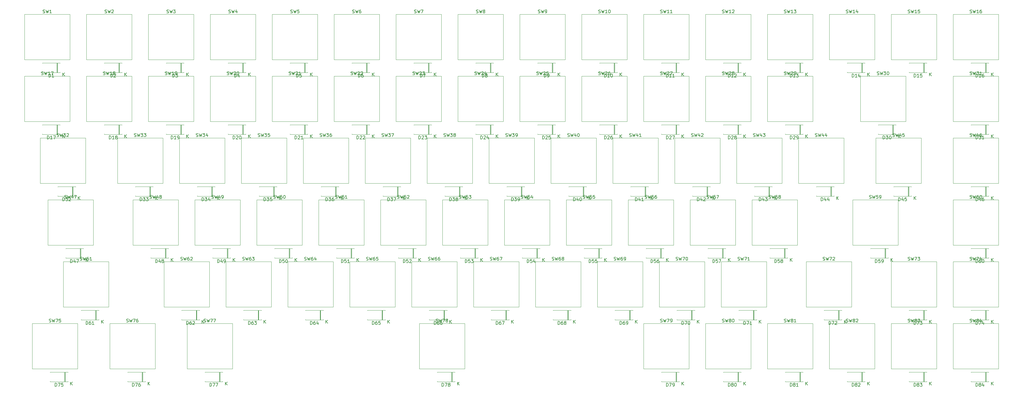
<source format=gbr>
%TF.GenerationSoftware,KiCad,Pcbnew,8.0.8-8.0.8-0~ubuntu22.04.1*%
%TF.CreationDate,2025-03-09T08:59:39-04:00*%
%TF.ProjectId,kb_test,6b625f74-6573-4742-9e6b-696361645f70,rev?*%
%TF.SameCoordinates,Original*%
%TF.FileFunction,Legend,Top*%
%TF.FilePolarity,Positive*%
%FSLAX46Y46*%
G04 Gerber Fmt 4.6, Leading zero omitted, Abs format (unit mm)*
G04 Created by KiCad (PCBNEW 8.0.8-8.0.8-0~ubuntu22.04.1) date 2025-03-09 08:59:39*
%MOMM*%
%LPD*%
G01*
G04 APERTURE LIST*
%ADD10C,0.150000*%
%ADD11C,0.120000*%
G04 APERTURE END LIST*
D10*
X179189214Y-140084819D02*
X179189214Y-139084819D01*
X179189214Y-139084819D02*
X179427309Y-139084819D01*
X179427309Y-139084819D02*
X179570166Y-139132438D01*
X179570166Y-139132438D02*
X179665404Y-139227676D01*
X179665404Y-139227676D02*
X179713023Y-139322914D01*
X179713023Y-139322914D02*
X179760642Y-139513390D01*
X179760642Y-139513390D02*
X179760642Y-139656247D01*
X179760642Y-139656247D02*
X179713023Y-139846723D01*
X179713023Y-139846723D02*
X179665404Y-139941961D01*
X179665404Y-139941961D02*
X179570166Y-140037200D01*
X179570166Y-140037200D02*
X179427309Y-140084819D01*
X179427309Y-140084819D02*
X179189214Y-140084819D01*
X180665404Y-139084819D02*
X180189214Y-139084819D01*
X180189214Y-139084819D02*
X180141595Y-139561009D01*
X180141595Y-139561009D02*
X180189214Y-139513390D01*
X180189214Y-139513390D02*
X180284452Y-139465771D01*
X180284452Y-139465771D02*
X180522547Y-139465771D01*
X180522547Y-139465771D02*
X180617785Y-139513390D01*
X180617785Y-139513390D02*
X180665404Y-139561009D01*
X180665404Y-139561009D02*
X180713023Y-139656247D01*
X180713023Y-139656247D02*
X180713023Y-139894342D01*
X180713023Y-139894342D02*
X180665404Y-139989580D01*
X180665404Y-139989580D02*
X180617785Y-140037200D01*
X180617785Y-140037200D02*
X180522547Y-140084819D01*
X180522547Y-140084819D02*
X180284452Y-140084819D01*
X180284452Y-140084819D02*
X180189214Y-140037200D01*
X180189214Y-140037200D02*
X180141595Y-139989580D01*
X181046357Y-139084819D02*
X181665404Y-139084819D01*
X181665404Y-139084819D02*
X181332071Y-139465771D01*
X181332071Y-139465771D02*
X181474928Y-139465771D01*
X181474928Y-139465771D02*
X181570166Y-139513390D01*
X181570166Y-139513390D02*
X181617785Y-139561009D01*
X181617785Y-139561009D02*
X181665404Y-139656247D01*
X181665404Y-139656247D02*
X181665404Y-139894342D01*
X181665404Y-139894342D02*
X181617785Y-139989580D01*
X181617785Y-139989580D02*
X181570166Y-140037200D01*
X181570166Y-140037200D02*
X181474928Y-140084819D01*
X181474928Y-140084819D02*
X181189214Y-140084819D01*
X181189214Y-140084819D02*
X181093976Y-140037200D01*
X181093976Y-140037200D02*
X181046357Y-139989580D01*
X183951595Y-139714819D02*
X183951595Y-138714819D01*
X184523023Y-139714819D02*
X184094452Y-139143390D01*
X184523023Y-138714819D02*
X183951595Y-139286247D01*
X220226476Y-82173200D02*
X220369333Y-82220819D01*
X220369333Y-82220819D02*
X220607428Y-82220819D01*
X220607428Y-82220819D02*
X220702666Y-82173200D01*
X220702666Y-82173200D02*
X220750285Y-82125580D01*
X220750285Y-82125580D02*
X220797904Y-82030342D01*
X220797904Y-82030342D02*
X220797904Y-81935104D01*
X220797904Y-81935104D02*
X220750285Y-81839866D01*
X220750285Y-81839866D02*
X220702666Y-81792247D01*
X220702666Y-81792247D02*
X220607428Y-81744628D01*
X220607428Y-81744628D02*
X220416952Y-81697009D01*
X220416952Y-81697009D02*
X220321714Y-81649390D01*
X220321714Y-81649390D02*
X220274095Y-81601771D01*
X220274095Y-81601771D02*
X220226476Y-81506533D01*
X220226476Y-81506533D02*
X220226476Y-81411295D01*
X220226476Y-81411295D02*
X220274095Y-81316057D01*
X220274095Y-81316057D02*
X220321714Y-81268438D01*
X220321714Y-81268438D02*
X220416952Y-81220819D01*
X220416952Y-81220819D02*
X220655047Y-81220819D01*
X220655047Y-81220819D02*
X220797904Y-81268438D01*
X221131238Y-81220819D02*
X221369333Y-82220819D01*
X221369333Y-82220819D02*
X221559809Y-81506533D01*
X221559809Y-81506533D02*
X221750285Y-82220819D01*
X221750285Y-82220819D02*
X221988381Y-81220819D01*
X222321714Y-81316057D02*
X222369333Y-81268438D01*
X222369333Y-81268438D02*
X222464571Y-81220819D01*
X222464571Y-81220819D02*
X222702666Y-81220819D01*
X222702666Y-81220819D02*
X222797904Y-81268438D01*
X222797904Y-81268438D02*
X222845523Y-81316057D01*
X222845523Y-81316057D02*
X222893142Y-81411295D01*
X222893142Y-81411295D02*
X222893142Y-81506533D01*
X222893142Y-81506533D02*
X222845523Y-81649390D01*
X222845523Y-81649390D02*
X222274095Y-82220819D01*
X222274095Y-82220819D02*
X222893142Y-82220819D01*
X223750285Y-81220819D02*
X223559809Y-81220819D01*
X223559809Y-81220819D02*
X223464571Y-81268438D01*
X223464571Y-81268438D02*
X223416952Y-81316057D01*
X223416952Y-81316057D02*
X223321714Y-81458914D01*
X223321714Y-81458914D02*
X223274095Y-81649390D01*
X223274095Y-81649390D02*
X223274095Y-82030342D01*
X223274095Y-82030342D02*
X223321714Y-82125580D01*
X223321714Y-82125580D02*
X223369333Y-82173200D01*
X223369333Y-82173200D02*
X223464571Y-82220819D01*
X223464571Y-82220819D02*
X223655047Y-82220819D01*
X223655047Y-82220819D02*
X223750285Y-82173200D01*
X223750285Y-82173200D02*
X223797904Y-82125580D01*
X223797904Y-82125580D02*
X223845523Y-82030342D01*
X223845523Y-82030342D02*
X223845523Y-81792247D01*
X223845523Y-81792247D02*
X223797904Y-81697009D01*
X223797904Y-81697009D02*
X223750285Y-81649390D01*
X223750285Y-81649390D02*
X223655047Y-81601771D01*
X223655047Y-81601771D02*
X223464571Y-81601771D01*
X223464571Y-81601771D02*
X223369333Y-81649390D01*
X223369333Y-81649390D02*
X223321714Y-81697009D01*
X223321714Y-81697009D02*
X223274095Y-81792247D01*
X258326476Y-63123200D02*
X258469333Y-63170819D01*
X258469333Y-63170819D02*
X258707428Y-63170819D01*
X258707428Y-63170819D02*
X258802666Y-63123200D01*
X258802666Y-63123200D02*
X258850285Y-63075580D01*
X258850285Y-63075580D02*
X258897904Y-62980342D01*
X258897904Y-62980342D02*
X258897904Y-62885104D01*
X258897904Y-62885104D02*
X258850285Y-62789866D01*
X258850285Y-62789866D02*
X258802666Y-62742247D01*
X258802666Y-62742247D02*
X258707428Y-62694628D01*
X258707428Y-62694628D02*
X258516952Y-62647009D01*
X258516952Y-62647009D02*
X258421714Y-62599390D01*
X258421714Y-62599390D02*
X258374095Y-62551771D01*
X258374095Y-62551771D02*
X258326476Y-62456533D01*
X258326476Y-62456533D02*
X258326476Y-62361295D01*
X258326476Y-62361295D02*
X258374095Y-62266057D01*
X258374095Y-62266057D02*
X258421714Y-62218438D01*
X258421714Y-62218438D02*
X258516952Y-62170819D01*
X258516952Y-62170819D02*
X258755047Y-62170819D01*
X258755047Y-62170819D02*
X258897904Y-62218438D01*
X259231238Y-62170819D02*
X259469333Y-63170819D01*
X259469333Y-63170819D02*
X259659809Y-62456533D01*
X259659809Y-62456533D02*
X259850285Y-63170819D01*
X259850285Y-63170819D02*
X260088381Y-62170819D01*
X260993142Y-63170819D02*
X260421714Y-63170819D01*
X260707428Y-63170819D02*
X260707428Y-62170819D01*
X260707428Y-62170819D02*
X260612190Y-62313676D01*
X260612190Y-62313676D02*
X260516952Y-62408914D01*
X260516952Y-62408914D02*
X260421714Y-62456533D01*
X261374095Y-62266057D02*
X261421714Y-62218438D01*
X261421714Y-62218438D02*
X261516952Y-62170819D01*
X261516952Y-62170819D02*
X261755047Y-62170819D01*
X261755047Y-62170819D02*
X261850285Y-62218438D01*
X261850285Y-62218438D02*
X261897904Y-62266057D01*
X261897904Y-62266057D02*
X261945523Y-62361295D01*
X261945523Y-62361295D02*
X261945523Y-62456533D01*
X261945523Y-62456533D02*
X261897904Y-62599390D01*
X261897904Y-62599390D02*
X261326476Y-63170819D01*
X261326476Y-63170819D02*
X261945523Y-63170819D01*
X164901714Y-101984819D02*
X164901714Y-100984819D01*
X164901714Y-100984819D02*
X165139809Y-100984819D01*
X165139809Y-100984819D02*
X165282666Y-101032438D01*
X165282666Y-101032438D02*
X165377904Y-101127676D01*
X165377904Y-101127676D02*
X165425523Y-101222914D01*
X165425523Y-101222914D02*
X165473142Y-101413390D01*
X165473142Y-101413390D02*
X165473142Y-101556247D01*
X165473142Y-101556247D02*
X165425523Y-101746723D01*
X165425523Y-101746723D02*
X165377904Y-101841961D01*
X165377904Y-101841961D02*
X165282666Y-101937200D01*
X165282666Y-101937200D02*
X165139809Y-101984819D01*
X165139809Y-101984819D02*
X164901714Y-101984819D01*
X165854095Y-101080057D02*
X165901714Y-101032438D01*
X165901714Y-101032438D02*
X165996952Y-100984819D01*
X165996952Y-100984819D02*
X166235047Y-100984819D01*
X166235047Y-100984819D02*
X166330285Y-101032438D01*
X166330285Y-101032438D02*
X166377904Y-101080057D01*
X166377904Y-101080057D02*
X166425523Y-101175295D01*
X166425523Y-101175295D02*
X166425523Y-101270533D01*
X166425523Y-101270533D02*
X166377904Y-101413390D01*
X166377904Y-101413390D02*
X165806476Y-101984819D01*
X165806476Y-101984819D02*
X166425523Y-101984819D01*
X166758857Y-100984819D02*
X167377904Y-100984819D01*
X167377904Y-100984819D02*
X167044571Y-101365771D01*
X167044571Y-101365771D02*
X167187428Y-101365771D01*
X167187428Y-101365771D02*
X167282666Y-101413390D01*
X167282666Y-101413390D02*
X167330285Y-101461009D01*
X167330285Y-101461009D02*
X167377904Y-101556247D01*
X167377904Y-101556247D02*
X167377904Y-101794342D01*
X167377904Y-101794342D02*
X167330285Y-101889580D01*
X167330285Y-101889580D02*
X167282666Y-101937200D01*
X167282666Y-101937200D02*
X167187428Y-101984819D01*
X167187428Y-101984819D02*
X166901714Y-101984819D01*
X166901714Y-101984819D02*
X166806476Y-101937200D01*
X166806476Y-101937200D02*
X166758857Y-101889580D01*
X169664095Y-101614819D02*
X169664095Y-100614819D01*
X170235523Y-101614819D02*
X169806952Y-101043390D01*
X170235523Y-100614819D02*
X169664095Y-101186247D01*
X279201714Y-101984819D02*
X279201714Y-100984819D01*
X279201714Y-100984819D02*
X279439809Y-100984819D01*
X279439809Y-100984819D02*
X279582666Y-101032438D01*
X279582666Y-101032438D02*
X279677904Y-101127676D01*
X279677904Y-101127676D02*
X279725523Y-101222914D01*
X279725523Y-101222914D02*
X279773142Y-101413390D01*
X279773142Y-101413390D02*
X279773142Y-101556247D01*
X279773142Y-101556247D02*
X279725523Y-101746723D01*
X279725523Y-101746723D02*
X279677904Y-101841961D01*
X279677904Y-101841961D02*
X279582666Y-101937200D01*
X279582666Y-101937200D02*
X279439809Y-101984819D01*
X279439809Y-101984819D02*
X279201714Y-101984819D01*
X280154095Y-101080057D02*
X280201714Y-101032438D01*
X280201714Y-101032438D02*
X280296952Y-100984819D01*
X280296952Y-100984819D02*
X280535047Y-100984819D01*
X280535047Y-100984819D02*
X280630285Y-101032438D01*
X280630285Y-101032438D02*
X280677904Y-101080057D01*
X280677904Y-101080057D02*
X280725523Y-101175295D01*
X280725523Y-101175295D02*
X280725523Y-101270533D01*
X280725523Y-101270533D02*
X280677904Y-101413390D01*
X280677904Y-101413390D02*
X280106476Y-101984819D01*
X280106476Y-101984819D02*
X280725523Y-101984819D01*
X281201714Y-101984819D02*
X281392190Y-101984819D01*
X281392190Y-101984819D02*
X281487428Y-101937200D01*
X281487428Y-101937200D02*
X281535047Y-101889580D01*
X281535047Y-101889580D02*
X281630285Y-101746723D01*
X281630285Y-101746723D02*
X281677904Y-101556247D01*
X281677904Y-101556247D02*
X281677904Y-101175295D01*
X281677904Y-101175295D02*
X281630285Y-101080057D01*
X281630285Y-101080057D02*
X281582666Y-101032438D01*
X281582666Y-101032438D02*
X281487428Y-100984819D01*
X281487428Y-100984819D02*
X281296952Y-100984819D01*
X281296952Y-100984819D02*
X281201714Y-101032438D01*
X281201714Y-101032438D02*
X281154095Y-101080057D01*
X281154095Y-101080057D02*
X281106476Y-101175295D01*
X281106476Y-101175295D02*
X281106476Y-101413390D01*
X281106476Y-101413390D02*
X281154095Y-101508628D01*
X281154095Y-101508628D02*
X281201714Y-101556247D01*
X281201714Y-101556247D02*
X281296952Y-101603866D01*
X281296952Y-101603866D02*
X281487428Y-101603866D01*
X281487428Y-101603866D02*
X281582666Y-101556247D01*
X281582666Y-101556247D02*
X281630285Y-101508628D01*
X281630285Y-101508628D02*
X281677904Y-101413390D01*
X283964095Y-101614819D02*
X283964095Y-100614819D01*
X284535523Y-101614819D02*
X284106952Y-101043390D01*
X284535523Y-100614819D02*
X283964095Y-101186247D01*
X91638976Y-139323200D02*
X91781833Y-139370819D01*
X91781833Y-139370819D02*
X92019928Y-139370819D01*
X92019928Y-139370819D02*
X92115166Y-139323200D01*
X92115166Y-139323200D02*
X92162785Y-139275580D01*
X92162785Y-139275580D02*
X92210404Y-139180342D01*
X92210404Y-139180342D02*
X92210404Y-139085104D01*
X92210404Y-139085104D02*
X92162785Y-138989866D01*
X92162785Y-138989866D02*
X92115166Y-138942247D01*
X92115166Y-138942247D02*
X92019928Y-138894628D01*
X92019928Y-138894628D02*
X91829452Y-138847009D01*
X91829452Y-138847009D02*
X91734214Y-138799390D01*
X91734214Y-138799390D02*
X91686595Y-138751771D01*
X91686595Y-138751771D02*
X91638976Y-138656533D01*
X91638976Y-138656533D02*
X91638976Y-138561295D01*
X91638976Y-138561295D02*
X91686595Y-138466057D01*
X91686595Y-138466057D02*
X91734214Y-138418438D01*
X91734214Y-138418438D02*
X91829452Y-138370819D01*
X91829452Y-138370819D02*
X92067547Y-138370819D01*
X92067547Y-138370819D02*
X92210404Y-138418438D01*
X92543738Y-138370819D02*
X92781833Y-139370819D01*
X92781833Y-139370819D02*
X92972309Y-138656533D01*
X92972309Y-138656533D02*
X93162785Y-139370819D01*
X93162785Y-139370819D02*
X93400881Y-138370819D01*
X94210404Y-138370819D02*
X94019928Y-138370819D01*
X94019928Y-138370819D02*
X93924690Y-138418438D01*
X93924690Y-138418438D02*
X93877071Y-138466057D01*
X93877071Y-138466057D02*
X93781833Y-138608914D01*
X93781833Y-138608914D02*
X93734214Y-138799390D01*
X93734214Y-138799390D02*
X93734214Y-139180342D01*
X93734214Y-139180342D02*
X93781833Y-139275580D01*
X93781833Y-139275580D02*
X93829452Y-139323200D01*
X93829452Y-139323200D02*
X93924690Y-139370819D01*
X93924690Y-139370819D02*
X94115166Y-139370819D01*
X94115166Y-139370819D02*
X94210404Y-139323200D01*
X94210404Y-139323200D02*
X94258023Y-139275580D01*
X94258023Y-139275580D02*
X94305642Y-139180342D01*
X94305642Y-139180342D02*
X94305642Y-138942247D01*
X94305642Y-138942247D02*
X94258023Y-138847009D01*
X94258023Y-138847009D02*
X94210404Y-138799390D01*
X94210404Y-138799390D02*
X94115166Y-138751771D01*
X94115166Y-138751771D02*
X93924690Y-138751771D01*
X93924690Y-138751771D02*
X93829452Y-138799390D01*
X93829452Y-138799390D02*
X93781833Y-138847009D01*
X93781833Y-138847009D02*
X93734214Y-138942247D01*
X94686595Y-138466057D02*
X94734214Y-138418438D01*
X94734214Y-138418438D02*
X94829452Y-138370819D01*
X94829452Y-138370819D02*
X95067547Y-138370819D01*
X95067547Y-138370819D02*
X95162785Y-138418438D01*
X95162785Y-138418438D02*
X95210404Y-138466057D01*
X95210404Y-138466057D02*
X95258023Y-138561295D01*
X95258023Y-138561295D02*
X95258023Y-138656533D01*
X95258023Y-138656533D02*
X95210404Y-138799390D01*
X95210404Y-138799390D02*
X94638976Y-139370819D01*
X94638976Y-139370819D02*
X95258023Y-139370819D01*
X83939214Y-140084819D02*
X83939214Y-139084819D01*
X83939214Y-139084819D02*
X84177309Y-139084819D01*
X84177309Y-139084819D02*
X84320166Y-139132438D01*
X84320166Y-139132438D02*
X84415404Y-139227676D01*
X84415404Y-139227676D02*
X84463023Y-139322914D01*
X84463023Y-139322914D02*
X84510642Y-139513390D01*
X84510642Y-139513390D02*
X84510642Y-139656247D01*
X84510642Y-139656247D02*
X84463023Y-139846723D01*
X84463023Y-139846723D02*
X84415404Y-139941961D01*
X84415404Y-139941961D02*
X84320166Y-140037200D01*
X84320166Y-140037200D02*
X84177309Y-140084819D01*
X84177309Y-140084819D02*
X83939214Y-140084819D01*
X85367785Y-139418152D02*
X85367785Y-140084819D01*
X85129690Y-139037200D02*
X84891595Y-139751485D01*
X84891595Y-139751485D02*
X85510642Y-139751485D01*
X86034452Y-139513390D02*
X85939214Y-139465771D01*
X85939214Y-139465771D02*
X85891595Y-139418152D01*
X85891595Y-139418152D02*
X85843976Y-139322914D01*
X85843976Y-139322914D02*
X85843976Y-139275295D01*
X85843976Y-139275295D02*
X85891595Y-139180057D01*
X85891595Y-139180057D02*
X85939214Y-139132438D01*
X85939214Y-139132438D02*
X86034452Y-139084819D01*
X86034452Y-139084819D02*
X86224928Y-139084819D01*
X86224928Y-139084819D02*
X86320166Y-139132438D01*
X86320166Y-139132438D02*
X86367785Y-139180057D01*
X86367785Y-139180057D02*
X86415404Y-139275295D01*
X86415404Y-139275295D02*
X86415404Y-139322914D01*
X86415404Y-139322914D02*
X86367785Y-139418152D01*
X86367785Y-139418152D02*
X86320166Y-139465771D01*
X86320166Y-139465771D02*
X86224928Y-139513390D01*
X86224928Y-139513390D02*
X86034452Y-139513390D01*
X86034452Y-139513390D02*
X85939214Y-139561009D01*
X85939214Y-139561009D02*
X85891595Y-139608628D01*
X85891595Y-139608628D02*
X85843976Y-139703866D01*
X85843976Y-139703866D02*
X85843976Y-139894342D01*
X85843976Y-139894342D02*
X85891595Y-139989580D01*
X85891595Y-139989580D02*
X85939214Y-140037200D01*
X85939214Y-140037200D02*
X86034452Y-140084819D01*
X86034452Y-140084819D02*
X86224928Y-140084819D01*
X86224928Y-140084819D02*
X86320166Y-140037200D01*
X86320166Y-140037200D02*
X86367785Y-139989580D01*
X86367785Y-139989580D02*
X86415404Y-139894342D01*
X86415404Y-139894342D02*
X86415404Y-139703866D01*
X86415404Y-139703866D02*
X86367785Y-139608628D01*
X86367785Y-139608628D02*
X86320166Y-139561009D01*
X86320166Y-139561009D02*
X86224928Y-139513390D01*
X88701595Y-139714819D02*
X88701595Y-138714819D01*
X89273023Y-139714819D02*
X88844452Y-139143390D01*
X89273023Y-138714819D02*
X88701595Y-139286247D01*
X336351714Y-140084819D02*
X336351714Y-139084819D01*
X336351714Y-139084819D02*
X336589809Y-139084819D01*
X336589809Y-139084819D02*
X336732666Y-139132438D01*
X336732666Y-139132438D02*
X336827904Y-139227676D01*
X336827904Y-139227676D02*
X336875523Y-139322914D01*
X336875523Y-139322914D02*
X336923142Y-139513390D01*
X336923142Y-139513390D02*
X336923142Y-139656247D01*
X336923142Y-139656247D02*
X336875523Y-139846723D01*
X336875523Y-139846723D02*
X336827904Y-139941961D01*
X336827904Y-139941961D02*
X336732666Y-140037200D01*
X336732666Y-140037200D02*
X336589809Y-140084819D01*
X336589809Y-140084819D02*
X336351714Y-140084819D01*
X337780285Y-139084819D02*
X337589809Y-139084819D01*
X337589809Y-139084819D02*
X337494571Y-139132438D01*
X337494571Y-139132438D02*
X337446952Y-139180057D01*
X337446952Y-139180057D02*
X337351714Y-139322914D01*
X337351714Y-139322914D02*
X337304095Y-139513390D01*
X337304095Y-139513390D02*
X337304095Y-139894342D01*
X337304095Y-139894342D02*
X337351714Y-139989580D01*
X337351714Y-139989580D02*
X337399333Y-140037200D01*
X337399333Y-140037200D02*
X337494571Y-140084819D01*
X337494571Y-140084819D02*
X337685047Y-140084819D01*
X337685047Y-140084819D02*
X337780285Y-140037200D01*
X337780285Y-140037200D02*
X337827904Y-139989580D01*
X337827904Y-139989580D02*
X337875523Y-139894342D01*
X337875523Y-139894342D02*
X337875523Y-139656247D01*
X337875523Y-139656247D02*
X337827904Y-139561009D01*
X337827904Y-139561009D02*
X337780285Y-139513390D01*
X337780285Y-139513390D02*
X337685047Y-139465771D01*
X337685047Y-139465771D02*
X337494571Y-139465771D01*
X337494571Y-139465771D02*
X337399333Y-139513390D01*
X337399333Y-139513390D02*
X337351714Y-139561009D01*
X337351714Y-139561009D02*
X337304095Y-139656247D01*
X338494571Y-139084819D02*
X338589809Y-139084819D01*
X338589809Y-139084819D02*
X338685047Y-139132438D01*
X338685047Y-139132438D02*
X338732666Y-139180057D01*
X338732666Y-139180057D02*
X338780285Y-139275295D01*
X338780285Y-139275295D02*
X338827904Y-139465771D01*
X338827904Y-139465771D02*
X338827904Y-139703866D01*
X338827904Y-139703866D02*
X338780285Y-139894342D01*
X338780285Y-139894342D02*
X338732666Y-139989580D01*
X338732666Y-139989580D02*
X338685047Y-140037200D01*
X338685047Y-140037200D02*
X338589809Y-140084819D01*
X338589809Y-140084819D02*
X338494571Y-140084819D01*
X338494571Y-140084819D02*
X338399333Y-140037200D01*
X338399333Y-140037200D02*
X338351714Y-139989580D01*
X338351714Y-139989580D02*
X338304095Y-139894342D01*
X338304095Y-139894342D02*
X338256476Y-139703866D01*
X338256476Y-139703866D02*
X338256476Y-139465771D01*
X338256476Y-139465771D02*
X338304095Y-139275295D01*
X338304095Y-139275295D02*
X338351714Y-139180057D01*
X338351714Y-139180057D02*
X338399333Y-139132438D01*
X338399333Y-139132438D02*
X338494571Y-139084819D01*
X341114095Y-139714819D02*
X341114095Y-138714819D01*
X341685523Y-139714819D02*
X341256952Y-139143390D01*
X341685523Y-138714819D02*
X341114095Y-139286247D01*
X315476476Y-63123200D02*
X315619333Y-63170819D01*
X315619333Y-63170819D02*
X315857428Y-63170819D01*
X315857428Y-63170819D02*
X315952666Y-63123200D01*
X315952666Y-63123200D02*
X316000285Y-63075580D01*
X316000285Y-63075580D02*
X316047904Y-62980342D01*
X316047904Y-62980342D02*
X316047904Y-62885104D01*
X316047904Y-62885104D02*
X316000285Y-62789866D01*
X316000285Y-62789866D02*
X315952666Y-62742247D01*
X315952666Y-62742247D02*
X315857428Y-62694628D01*
X315857428Y-62694628D02*
X315666952Y-62647009D01*
X315666952Y-62647009D02*
X315571714Y-62599390D01*
X315571714Y-62599390D02*
X315524095Y-62551771D01*
X315524095Y-62551771D02*
X315476476Y-62456533D01*
X315476476Y-62456533D02*
X315476476Y-62361295D01*
X315476476Y-62361295D02*
X315524095Y-62266057D01*
X315524095Y-62266057D02*
X315571714Y-62218438D01*
X315571714Y-62218438D02*
X315666952Y-62170819D01*
X315666952Y-62170819D02*
X315905047Y-62170819D01*
X315905047Y-62170819D02*
X316047904Y-62218438D01*
X316381238Y-62170819D02*
X316619333Y-63170819D01*
X316619333Y-63170819D02*
X316809809Y-62456533D01*
X316809809Y-62456533D02*
X317000285Y-63170819D01*
X317000285Y-63170819D02*
X317238381Y-62170819D01*
X318143142Y-63170819D02*
X317571714Y-63170819D01*
X317857428Y-63170819D02*
X317857428Y-62170819D01*
X317857428Y-62170819D02*
X317762190Y-62313676D01*
X317762190Y-62313676D02*
X317666952Y-62408914D01*
X317666952Y-62408914D02*
X317571714Y-62456533D01*
X319047904Y-62170819D02*
X318571714Y-62170819D01*
X318571714Y-62170819D02*
X318524095Y-62647009D01*
X318524095Y-62647009D02*
X318571714Y-62599390D01*
X318571714Y-62599390D02*
X318666952Y-62551771D01*
X318666952Y-62551771D02*
X318905047Y-62551771D01*
X318905047Y-62551771D02*
X319000285Y-62599390D01*
X319000285Y-62599390D02*
X319047904Y-62647009D01*
X319047904Y-62647009D02*
X319095523Y-62742247D01*
X319095523Y-62742247D02*
X319095523Y-62980342D01*
X319095523Y-62980342D02*
X319047904Y-63075580D01*
X319047904Y-63075580D02*
X319000285Y-63123200D01*
X319000285Y-63123200D02*
X318905047Y-63170819D01*
X318905047Y-63170819D02*
X318666952Y-63170819D01*
X318666952Y-63170819D02*
X318571714Y-63123200D01*
X318571714Y-63123200D02*
X318524095Y-63075580D01*
X334526476Y-158373200D02*
X334669333Y-158420819D01*
X334669333Y-158420819D02*
X334907428Y-158420819D01*
X334907428Y-158420819D02*
X335002666Y-158373200D01*
X335002666Y-158373200D02*
X335050285Y-158325580D01*
X335050285Y-158325580D02*
X335097904Y-158230342D01*
X335097904Y-158230342D02*
X335097904Y-158135104D01*
X335097904Y-158135104D02*
X335050285Y-158039866D01*
X335050285Y-158039866D02*
X335002666Y-157992247D01*
X335002666Y-157992247D02*
X334907428Y-157944628D01*
X334907428Y-157944628D02*
X334716952Y-157897009D01*
X334716952Y-157897009D02*
X334621714Y-157849390D01*
X334621714Y-157849390D02*
X334574095Y-157801771D01*
X334574095Y-157801771D02*
X334526476Y-157706533D01*
X334526476Y-157706533D02*
X334526476Y-157611295D01*
X334526476Y-157611295D02*
X334574095Y-157516057D01*
X334574095Y-157516057D02*
X334621714Y-157468438D01*
X334621714Y-157468438D02*
X334716952Y-157420819D01*
X334716952Y-157420819D02*
X334955047Y-157420819D01*
X334955047Y-157420819D02*
X335097904Y-157468438D01*
X335431238Y-157420819D02*
X335669333Y-158420819D01*
X335669333Y-158420819D02*
X335859809Y-157706533D01*
X335859809Y-157706533D02*
X336050285Y-158420819D01*
X336050285Y-158420819D02*
X336288381Y-157420819D01*
X336812190Y-157849390D02*
X336716952Y-157801771D01*
X336716952Y-157801771D02*
X336669333Y-157754152D01*
X336669333Y-157754152D02*
X336621714Y-157658914D01*
X336621714Y-157658914D02*
X336621714Y-157611295D01*
X336621714Y-157611295D02*
X336669333Y-157516057D01*
X336669333Y-157516057D02*
X336716952Y-157468438D01*
X336716952Y-157468438D02*
X336812190Y-157420819D01*
X336812190Y-157420819D02*
X337002666Y-157420819D01*
X337002666Y-157420819D02*
X337097904Y-157468438D01*
X337097904Y-157468438D02*
X337145523Y-157516057D01*
X337145523Y-157516057D02*
X337193142Y-157611295D01*
X337193142Y-157611295D02*
X337193142Y-157658914D01*
X337193142Y-157658914D02*
X337145523Y-157754152D01*
X337145523Y-157754152D02*
X337097904Y-157801771D01*
X337097904Y-157801771D02*
X337002666Y-157849390D01*
X337002666Y-157849390D02*
X336812190Y-157849390D01*
X336812190Y-157849390D02*
X336716952Y-157897009D01*
X336716952Y-157897009D02*
X336669333Y-157944628D01*
X336669333Y-157944628D02*
X336621714Y-158039866D01*
X336621714Y-158039866D02*
X336621714Y-158230342D01*
X336621714Y-158230342D02*
X336669333Y-158325580D01*
X336669333Y-158325580D02*
X336716952Y-158373200D01*
X336716952Y-158373200D02*
X336812190Y-158420819D01*
X336812190Y-158420819D02*
X337002666Y-158420819D01*
X337002666Y-158420819D02*
X337097904Y-158373200D01*
X337097904Y-158373200D02*
X337145523Y-158325580D01*
X337145523Y-158325580D02*
X337193142Y-158230342D01*
X337193142Y-158230342D02*
X337193142Y-158039866D01*
X337193142Y-158039866D02*
X337145523Y-157944628D01*
X337145523Y-157944628D02*
X337097904Y-157897009D01*
X337097904Y-157897009D02*
X337002666Y-157849390D01*
X338050285Y-157754152D02*
X338050285Y-158420819D01*
X337812190Y-157373200D02*
X337574095Y-158087485D01*
X337574095Y-158087485D02*
X338193142Y-158087485D01*
X98226714Y-121034819D02*
X98226714Y-120034819D01*
X98226714Y-120034819D02*
X98464809Y-120034819D01*
X98464809Y-120034819D02*
X98607666Y-120082438D01*
X98607666Y-120082438D02*
X98702904Y-120177676D01*
X98702904Y-120177676D02*
X98750523Y-120272914D01*
X98750523Y-120272914D02*
X98798142Y-120463390D01*
X98798142Y-120463390D02*
X98798142Y-120606247D01*
X98798142Y-120606247D02*
X98750523Y-120796723D01*
X98750523Y-120796723D02*
X98702904Y-120891961D01*
X98702904Y-120891961D02*
X98607666Y-120987200D01*
X98607666Y-120987200D02*
X98464809Y-121034819D01*
X98464809Y-121034819D02*
X98226714Y-121034819D01*
X99131476Y-120034819D02*
X99750523Y-120034819D01*
X99750523Y-120034819D02*
X99417190Y-120415771D01*
X99417190Y-120415771D02*
X99560047Y-120415771D01*
X99560047Y-120415771D02*
X99655285Y-120463390D01*
X99655285Y-120463390D02*
X99702904Y-120511009D01*
X99702904Y-120511009D02*
X99750523Y-120606247D01*
X99750523Y-120606247D02*
X99750523Y-120844342D01*
X99750523Y-120844342D02*
X99702904Y-120939580D01*
X99702904Y-120939580D02*
X99655285Y-120987200D01*
X99655285Y-120987200D02*
X99560047Y-121034819D01*
X99560047Y-121034819D02*
X99274333Y-121034819D01*
X99274333Y-121034819D02*
X99179095Y-120987200D01*
X99179095Y-120987200D02*
X99131476Y-120939580D01*
X100607666Y-120368152D02*
X100607666Y-121034819D01*
X100369571Y-119987200D02*
X100131476Y-120701485D01*
X100131476Y-120701485D02*
X100750523Y-120701485D01*
X102989095Y-120664819D02*
X102989095Y-119664819D01*
X103560523Y-120664819D02*
X103131952Y-120093390D01*
X103560523Y-119664819D02*
X102989095Y-120236247D01*
X153551476Y-101223200D02*
X153694333Y-101270819D01*
X153694333Y-101270819D02*
X153932428Y-101270819D01*
X153932428Y-101270819D02*
X154027666Y-101223200D01*
X154027666Y-101223200D02*
X154075285Y-101175580D01*
X154075285Y-101175580D02*
X154122904Y-101080342D01*
X154122904Y-101080342D02*
X154122904Y-100985104D01*
X154122904Y-100985104D02*
X154075285Y-100889866D01*
X154075285Y-100889866D02*
X154027666Y-100842247D01*
X154027666Y-100842247D02*
X153932428Y-100794628D01*
X153932428Y-100794628D02*
X153741952Y-100747009D01*
X153741952Y-100747009D02*
X153646714Y-100699390D01*
X153646714Y-100699390D02*
X153599095Y-100651771D01*
X153599095Y-100651771D02*
X153551476Y-100556533D01*
X153551476Y-100556533D02*
X153551476Y-100461295D01*
X153551476Y-100461295D02*
X153599095Y-100366057D01*
X153599095Y-100366057D02*
X153646714Y-100318438D01*
X153646714Y-100318438D02*
X153741952Y-100270819D01*
X153741952Y-100270819D02*
X153980047Y-100270819D01*
X153980047Y-100270819D02*
X154122904Y-100318438D01*
X154456238Y-100270819D02*
X154694333Y-101270819D01*
X154694333Y-101270819D02*
X154884809Y-100556533D01*
X154884809Y-100556533D02*
X155075285Y-101270819D01*
X155075285Y-101270819D02*
X155313381Y-100270819D01*
X155599095Y-100270819D02*
X156218142Y-100270819D01*
X156218142Y-100270819D02*
X155884809Y-100651771D01*
X155884809Y-100651771D02*
X156027666Y-100651771D01*
X156027666Y-100651771D02*
X156122904Y-100699390D01*
X156122904Y-100699390D02*
X156170523Y-100747009D01*
X156170523Y-100747009D02*
X156218142Y-100842247D01*
X156218142Y-100842247D02*
X156218142Y-101080342D01*
X156218142Y-101080342D02*
X156170523Y-101175580D01*
X156170523Y-101175580D02*
X156122904Y-101223200D01*
X156122904Y-101223200D02*
X156027666Y-101270819D01*
X156027666Y-101270819D02*
X155741952Y-101270819D01*
X155741952Y-101270819D02*
X155646714Y-101223200D01*
X155646714Y-101223200D02*
X155599095Y-101175580D01*
X156551476Y-100270819D02*
X157218142Y-100270819D01*
X157218142Y-100270819D02*
X156789571Y-101270819D01*
X51077905Y-82934819D02*
X51077905Y-81934819D01*
X51077905Y-81934819D02*
X51316000Y-81934819D01*
X51316000Y-81934819D02*
X51458857Y-81982438D01*
X51458857Y-81982438D02*
X51554095Y-82077676D01*
X51554095Y-82077676D02*
X51601714Y-82172914D01*
X51601714Y-82172914D02*
X51649333Y-82363390D01*
X51649333Y-82363390D02*
X51649333Y-82506247D01*
X51649333Y-82506247D02*
X51601714Y-82696723D01*
X51601714Y-82696723D02*
X51554095Y-82791961D01*
X51554095Y-82791961D02*
X51458857Y-82887200D01*
X51458857Y-82887200D02*
X51316000Y-82934819D01*
X51316000Y-82934819D02*
X51077905Y-82934819D01*
X52601714Y-82934819D02*
X52030286Y-82934819D01*
X52316000Y-82934819D02*
X52316000Y-81934819D01*
X52316000Y-81934819D02*
X52220762Y-82077676D01*
X52220762Y-82077676D02*
X52125524Y-82172914D01*
X52125524Y-82172914D02*
X52030286Y-82220533D01*
X55364095Y-82564819D02*
X55364095Y-81564819D01*
X55935523Y-82564819D02*
X55506952Y-81993390D01*
X55935523Y-81564819D02*
X55364095Y-82136247D01*
X170220226Y-158373200D02*
X170363083Y-158420819D01*
X170363083Y-158420819D02*
X170601178Y-158420819D01*
X170601178Y-158420819D02*
X170696416Y-158373200D01*
X170696416Y-158373200D02*
X170744035Y-158325580D01*
X170744035Y-158325580D02*
X170791654Y-158230342D01*
X170791654Y-158230342D02*
X170791654Y-158135104D01*
X170791654Y-158135104D02*
X170744035Y-158039866D01*
X170744035Y-158039866D02*
X170696416Y-157992247D01*
X170696416Y-157992247D02*
X170601178Y-157944628D01*
X170601178Y-157944628D02*
X170410702Y-157897009D01*
X170410702Y-157897009D02*
X170315464Y-157849390D01*
X170315464Y-157849390D02*
X170267845Y-157801771D01*
X170267845Y-157801771D02*
X170220226Y-157706533D01*
X170220226Y-157706533D02*
X170220226Y-157611295D01*
X170220226Y-157611295D02*
X170267845Y-157516057D01*
X170267845Y-157516057D02*
X170315464Y-157468438D01*
X170315464Y-157468438D02*
X170410702Y-157420819D01*
X170410702Y-157420819D02*
X170648797Y-157420819D01*
X170648797Y-157420819D02*
X170791654Y-157468438D01*
X171124988Y-157420819D02*
X171363083Y-158420819D01*
X171363083Y-158420819D02*
X171553559Y-157706533D01*
X171553559Y-157706533D02*
X171744035Y-158420819D01*
X171744035Y-158420819D02*
X171982131Y-157420819D01*
X172267845Y-157420819D02*
X172934511Y-157420819D01*
X172934511Y-157420819D02*
X172505940Y-158420819D01*
X173458321Y-157849390D02*
X173363083Y-157801771D01*
X173363083Y-157801771D02*
X173315464Y-157754152D01*
X173315464Y-157754152D02*
X173267845Y-157658914D01*
X173267845Y-157658914D02*
X173267845Y-157611295D01*
X173267845Y-157611295D02*
X173315464Y-157516057D01*
X173315464Y-157516057D02*
X173363083Y-157468438D01*
X173363083Y-157468438D02*
X173458321Y-157420819D01*
X173458321Y-157420819D02*
X173648797Y-157420819D01*
X173648797Y-157420819D02*
X173744035Y-157468438D01*
X173744035Y-157468438D02*
X173791654Y-157516057D01*
X173791654Y-157516057D02*
X173839273Y-157611295D01*
X173839273Y-157611295D02*
X173839273Y-157658914D01*
X173839273Y-157658914D02*
X173791654Y-157754152D01*
X173791654Y-157754152D02*
X173744035Y-157801771D01*
X173744035Y-157801771D02*
X173648797Y-157849390D01*
X173648797Y-157849390D02*
X173458321Y-157849390D01*
X173458321Y-157849390D02*
X173363083Y-157897009D01*
X173363083Y-157897009D02*
X173315464Y-157944628D01*
X173315464Y-157944628D02*
X173267845Y-158039866D01*
X173267845Y-158039866D02*
X173267845Y-158230342D01*
X173267845Y-158230342D02*
X173315464Y-158325580D01*
X173315464Y-158325580D02*
X173363083Y-158373200D01*
X173363083Y-158373200D02*
X173458321Y-158420819D01*
X173458321Y-158420819D02*
X173648797Y-158420819D01*
X173648797Y-158420819D02*
X173744035Y-158373200D01*
X173744035Y-158373200D02*
X173791654Y-158325580D01*
X173791654Y-158325580D02*
X173839273Y-158230342D01*
X173839273Y-158230342D02*
X173839273Y-158039866D01*
X173839273Y-158039866D02*
X173791654Y-157944628D01*
X173791654Y-157944628D02*
X173744035Y-157897009D01*
X173744035Y-157897009D02*
X173648797Y-157849390D01*
X269676714Y-121034819D02*
X269676714Y-120034819D01*
X269676714Y-120034819D02*
X269914809Y-120034819D01*
X269914809Y-120034819D02*
X270057666Y-120082438D01*
X270057666Y-120082438D02*
X270152904Y-120177676D01*
X270152904Y-120177676D02*
X270200523Y-120272914D01*
X270200523Y-120272914D02*
X270248142Y-120463390D01*
X270248142Y-120463390D02*
X270248142Y-120606247D01*
X270248142Y-120606247D02*
X270200523Y-120796723D01*
X270200523Y-120796723D02*
X270152904Y-120891961D01*
X270152904Y-120891961D02*
X270057666Y-120987200D01*
X270057666Y-120987200D02*
X269914809Y-121034819D01*
X269914809Y-121034819D02*
X269676714Y-121034819D01*
X271105285Y-120368152D02*
X271105285Y-121034819D01*
X270867190Y-119987200D02*
X270629095Y-120701485D01*
X270629095Y-120701485D02*
X271248142Y-120701485D01*
X271533857Y-120034819D02*
X272152904Y-120034819D01*
X272152904Y-120034819D02*
X271819571Y-120415771D01*
X271819571Y-120415771D02*
X271962428Y-120415771D01*
X271962428Y-120415771D02*
X272057666Y-120463390D01*
X272057666Y-120463390D02*
X272105285Y-120511009D01*
X272105285Y-120511009D02*
X272152904Y-120606247D01*
X272152904Y-120606247D02*
X272152904Y-120844342D01*
X272152904Y-120844342D02*
X272105285Y-120939580D01*
X272105285Y-120939580D02*
X272057666Y-120987200D01*
X272057666Y-120987200D02*
X271962428Y-121034819D01*
X271962428Y-121034819D02*
X271676714Y-121034819D01*
X271676714Y-121034819D02*
X271581476Y-120987200D01*
X271581476Y-120987200D02*
X271533857Y-120939580D01*
X274439095Y-120664819D02*
X274439095Y-119664819D01*
X275010523Y-120664819D02*
X274581952Y-120093390D01*
X275010523Y-119664819D02*
X274439095Y-120236247D01*
X177363976Y-120273200D02*
X177506833Y-120320819D01*
X177506833Y-120320819D02*
X177744928Y-120320819D01*
X177744928Y-120320819D02*
X177840166Y-120273200D01*
X177840166Y-120273200D02*
X177887785Y-120225580D01*
X177887785Y-120225580D02*
X177935404Y-120130342D01*
X177935404Y-120130342D02*
X177935404Y-120035104D01*
X177935404Y-120035104D02*
X177887785Y-119939866D01*
X177887785Y-119939866D02*
X177840166Y-119892247D01*
X177840166Y-119892247D02*
X177744928Y-119844628D01*
X177744928Y-119844628D02*
X177554452Y-119797009D01*
X177554452Y-119797009D02*
X177459214Y-119749390D01*
X177459214Y-119749390D02*
X177411595Y-119701771D01*
X177411595Y-119701771D02*
X177363976Y-119606533D01*
X177363976Y-119606533D02*
X177363976Y-119511295D01*
X177363976Y-119511295D02*
X177411595Y-119416057D01*
X177411595Y-119416057D02*
X177459214Y-119368438D01*
X177459214Y-119368438D02*
X177554452Y-119320819D01*
X177554452Y-119320819D02*
X177792547Y-119320819D01*
X177792547Y-119320819D02*
X177935404Y-119368438D01*
X178268738Y-119320819D02*
X178506833Y-120320819D01*
X178506833Y-120320819D02*
X178697309Y-119606533D01*
X178697309Y-119606533D02*
X178887785Y-120320819D01*
X178887785Y-120320819D02*
X179125881Y-119320819D01*
X179983023Y-119320819D02*
X179506833Y-119320819D01*
X179506833Y-119320819D02*
X179459214Y-119797009D01*
X179459214Y-119797009D02*
X179506833Y-119749390D01*
X179506833Y-119749390D02*
X179602071Y-119701771D01*
X179602071Y-119701771D02*
X179840166Y-119701771D01*
X179840166Y-119701771D02*
X179935404Y-119749390D01*
X179935404Y-119749390D02*
X179983023Y-119797009D01*
X179983023Y-119797009D02*
X180030642Y-119892247D01*
X180030642Y-119892247D02*
X180030642Y-120130342D01*
X180030642Y-120130342D02*
X179983023Y-120225580D01*
X179983023Y-120225580D02*
X179935404Y-120273200D01*
X179935404Y-120273200D02*
X179840166Y-120320819D01*
X179840166Y-120320819D02*
X179602071Y-120320819D01*
X179602071Y-120320819D02*
X179506833Y-120273200D01*
X179506833Y-120273200D02*
X179459214Y-120225580D01*
X180363976Y-119320819D02*
X180983023Y-119320819D01*
X180983023Y-119320819D02*
X180649690Y-119701771D01*
X180649690Y-119701771D02*
X180792547Y-119701771D01*
X180792547Y-119701771D02*
X180887785Y-119749390D01*
X180887785Y-119749390D02*
X180935404Y-119797009D01*
X180935404Y-119797009D02*
X180983023Y-119892247D01*
X180983023Y-119892247D02*
X180983023Y-120130342D01*
X180983023Y-120130342D02*
X180935404Y-120225580D01*
X180935404Y-120225580D02*
X180887785Y-120273200D01*
X180887785Y-120273200D02*
X180792547Y-120320819D01*
X180792547Y-120320819D02*
X180506833Y-120320819D01*
X180506833Y-120320819D02*
X180411595Y-120273200D01*
X180411595Y-120273200D02*
X180363976Y-120225580D01*
X260151714Y-82934819D02*
X260151714Y-81934819D01*
X260151714Y-81934819D02*
X260389809Y-81934819D01*
X260389809Y-81934819D02*
X260532666Y-81982438D01*
X260532666Y-81982438D02*
X260627904Y-82077676D01*
X260627904Y-82077676D02*
X260675523Y-82172914D01*
X260675523Y-82172914D02*
X260723142Y-82363390D01*
X260723142Y-82363390D02*
X260723142Y-82506247D01*
X260723142Y-82506247D02*
X260675523Y-82696723D01*
X260675523Y-82696723D02*
X260627904Y-82791961D01*
X260627904Y-82791961D02*
X260532666Y-82887200D01*
X260532666Y-82887200D02*
X260389809Y-82934819D01*
X260389809Y-82934819D02*
X260151714Y-82934819D01*
X261675523Y-82934819D02*
X261104095Y-82934819D01*
X261389809Y-82934819D02*
X261389809Y-81934819D01*
X261389809Y-81934819D02*
X261294571Y-82077676D01*
X261294571Y-82077676D02*
X261199333Y-82172914D01*
X261199333Y-82172914D02*
X261104095Y-82220533D01*
X262056476Y-82030057D02*
X262104095Y-81982438D01*
X262104095Y-81982438D02*
X262199333Y-81934819D01*
X262199333Y-81934819D02*
X262437428Y-81934819D01*
X262437428Y-81934819D02*
X262532666Y-81982438D01*
X262532666Y-81982438D02*
X262580285Y-82030057D01*
X262580285Y-82030057D02*
X262627904Y-82125295D01*
X262627904Y-82125295D02*
X262627904Y-82220533D01*
X262627904Y-82220533D02*
X262580285Y-82363390D01*
X262580285Y-82363390D02*
X262008857Y-82934819D01*
X262008857Y-82934819D02*
X262627904Y-82934819D01*
X264914095Y-82564819D02*
X264914095Y-81564819D01*
X265485523Y-82564819D02*
X265056952Y-81993390D01*
X265485523Y-81564819D02*
X264914095Y-82136247D01*
X205938976Y-139323200D02*
X206081833Y-139370819D01*
X206081833Y-139370819D02*
X206319928Y-139370819D01*
X206319928Y-139370819D02*
X206415166Y-139323200D01*
X206415166Y-139323200D02*
X206462785Y-139275580D01*
X206462785Y-139275580D02*
X206510404Y-139180342D01*
X206510404Y-139180342D02*
X206510404Y-139085104D01*
X206510404Y-139085104D02*
X206462785Y-138989866D01*
X206462785Y-138989866D02*
X206415166Y-138942247D01*
X206415166Y-138942247D02*
X206319928Y-138894628D01*
X206319928Y-138894628D02*
X206129452Y-138847009D01*
X206129452Y-138847009D02*
X206034214Y-138799390D01*
X206034214Y-138799390D02*
X205986595Y-138751771D01*
X205986595Y-138751771D02*
X205938976Y-138656533D01*
X205938976Y-138656533D02*
X205938976Y-138561295D01*
X205938976Y-138561295D02*
X205986595Y-138466057D01*
X205986595Y-138466057D02*
X206034214Y-138418438D01*
X206034214Y-138418438D02*
X206129452Y-138370819D01*
X206129452Y-138370819D02*
X206367547Y-138370819D01*
X206367547Y-138370819D02*
X206510404Y-138418438D01*
X206843738Y-138370819D02*
X207081833Y-139370819D01*
X207081833Y-139370819D02*
X207272309Y-138656533D01*
X207272309Y-138656533D02*
X207462785Y-139370819D01*
X207462785Y-139370819D02*
X207700881Y-138370819D01*
X208510404Y-138370819D02*
X208319928Y-138370819D01*
X208319928Y-138370819D02*
X208224690Y-138418438D01*
X208224690Y-138418438D02*
X208177071Y-138466057D01*
X208177071Y-138466057D02*
X208081833Y-138608914D01*
X208081833Y-138608914D02*
X208034214Y-138799390D01*
X208034214Y-138799390D02*
X208034214Y-139180342D01*
X208034214Y-139180342D02*
X208081833Y-139275580D01*
X208081833Y-139275580D02*
X208129452Y-139323200D01*
X208129452Y-139323200D02*
X208224690Y-139370819D01*
X208224690Y-139370819D02*
X208415166Y-139370819D01*
X208415166Y-139370819D02*
X208510404Y-139323200D01*
X208510404Y-139323200D02*
X208558023Y-139275580D01*
X208558023Y-139275580D02*
X208605642Y-139180342D01*
X208605642Y-139180342D02*
X208605642Y-138942247D01*
X208605642Y-138942247D02*
X208558023Y-138847009D01*
X208558023Y-138847009D02*
X208510404Y-138799390D01*
X208510404Y-138799390D02*
X208415166Y-138751771D01*
X208415166Y-138751771D02*
X208224690Y-138751771D01*
X208224690Y-138751771D02*
X208129452Y-138799390D01*
X208129452Y-138799390D02*
X208081833Y-138847009D01*
X208081833Y-138847009D02*
X208034214Y-138942247D01*
X209177071Y-138799390D02*
X209081833Y-138751771D01*
X209081833Y-138751771D02*
X209034214Y-138704152D01*
X209034214Y-138704152D02*
X208986595Y-138608914D01*
X208986595Y-138608914D02*
X208986595Y-138561295D01*
X208986595Y-138561295D02*
X209034214Y-138466057D01*
X209034214Y-138466057D02*
X209081833Y-138418438D01*
X209081833Y-138418438D02*
X209177071Y-138370819D01*
X209177071Y-138370819D02*
X209367547Y-138370819D01*
X209367547Y-138370819D02*
X209462785Y-138418438D01*
X209462785Y-138418438D02*
X209510404Y-138466057D01*
X209510404Y-138466057D02*
X209558023Y-138561295D01*
X209558023Y-138561295D02*
X209558023Y-138608914D01*
X209558023Y-138608914D02*
X209510404Y-138704152D01*
X209510404Y-138704152D02*
X209462785Y-138751771D01*
X209462785Y-138751771D02*
X209367547Y-138799390D01*
X209367547Y-138799390D02*
X209177071Y-138799390D01*
X209177071Y-138799390D02*
X209081833Y-138847009D01*
X209081833Y-138847009D02*
X209034214Y-138894628D01*
X209034214Y-138894628D02*
X208986595Y-138989866D01*
X208986595Y-138989866D02*
X208986595Y-139180342D01*
X208986595Y-139180342D02*
X209034214Y-139275580D01*
X209034214Y-139275580D02*
X209081833Y-139323200D01*
X209081833Y-139323200D02*
X209177071Y-139370819D01*
X209177071Y-139370819D02*
X209367547Y-139370819D01*
X209367547Y-139370819D02*
X209462785Y-139323200D01*
X209462785Y-139323200D02*
X209510404Y-139275580D01*
X209510404Y-139275580D02*
X209558023Y-139180342D01*
X209558023Y-139180342D02*
X209558023Y-138989866D01*
X209558023Y-138989866D02*
X209510404Y-138894628D01*
X209510404Y-138894628D02*
X209462785Y-138847009D01*
X209462785Y-138847009D02*
X209367547Y-138799390D01*
X277376476Y-82173200D02*
X277519333Y-82220819D01*
X277519333Y-82220819D02*
X277757428Y-82220819D01*
X277757428Y-82220819D02*
X277852666Y-82173200D01*
X277852666Y-82173200D02*
X277900285Y-82125580D01*
X277900285Y-82125580D02*
X277947904Y-82030342D01*
X277947904Y-82030342D02*
X277947904Y-81935104D01*
X277947904Y-81935104D02*
X277900285Y-81839866D01*
X277900285Y-81839866D02*
X277852666Y-81792247D01*
X277852666Y-81792247D02*
X277757428Y-81744628D01*
X277757428Y-81744628D02*
X277566952Y-81697009D01*
X277566952Y-81697009D02*
X277471714Y-81649390D01*
X277471714Y-81649390D02*
X277424095Y-81601771D01*
X277424095Y-81601771D02*
X277376476Y-81506533D01*
X277376476Y-81506533D02*
X277376476Y-81411295D01*
X277376476Y-81411295D02*
X277424095Y-81316057D01*
X277424095Y-81316057D02*
X277471714Y-81268438D01*
X277471714Y-81268438D02*
X277566952Y-81220819D01*
X277566952Y-81220819D02*
X277805047Y-81220819D01*
X277805047Y-81220819D02*
X277947904Y-81268438D01*
X278281238Y-81220819D02*
X278519333Y-82220819D01*
X278519333Y-82220819D02*
X278709809Y-81506533D01*
X278709809Y-81506533D02*
X278900285Y-82220819D01*
X278900285Y-82220819D02*
X279138381Y-81220819D01*
X279471714Y-81316057D02*
X279519333Y-81268438D01*
X279519333Y-81268438D02*
X279614571Y-81220819D01*
X279614571Y-81220819D02*
X279852666Y-81220819D01*
X279852666Y-81220819D02*
X279947904Y-81268438D01*
X279947904Y-81268438D02*
X279995523Y-81316057D01*
X279995523Y-81316057D02*
X280043142Y-81411295D01*
X280043142Y-81411295D02*
X280043142Y-81506533D01*
X280043142Y-81506533D02*
X279995523Y-81649390D01*
X279995523Y-81649390D02*
X279424095Y-82220819D01*
X279424095Y-82220819D02*
X280043142Y-82220819D01*
X280519333Y-82220819D02*
X280709809Y-82220819D01*
X280709809Y-82220819D02*
X280805047Y-82173200D01*
X280805047Y-82173200D02*
X280852666Y-82125580D01*
X280852666Y-82125580D02*
X280947904Y-81982723D01*
X280947904Y-81982723D02*
X280995523Y-81792247D01*
X280995523Y-81792247D02*
X280995523Y-81411295D01*
X280995523Y-81411295D02*
X280947904Y-81316057D01*
X280947904Y-81316057D02*
X280900285Y-81268438D01*
X280900285Y-81268438D02*
X280805047Y-81220819D01*
X280805047Y-81220819D02*
X280614571Y-81220819D01*
X280614571Y-81220819D02*
X280519333Y-81268438D01*
X280519333Y-81268438D02*
X280471714Y-81316057D01*
X280471714Y-81316057D02*
X280424095Y-81411295D01*
X280424095Y-81411295D02*
X280424095Y-81649390D01*
X280424095Y-81649390D02*
X280471714Y-81744628D01*
X280471714Y-81744628D02*
X280519333Y-81792247D01*
X280519333Y-81792247D02*
X280614571Y-81839866D01*
X280614571Y-81839866D02*
X280805047Y-81839866D01*
X280805047Y-81839866D02*
X280900285Y-81792247D01*
X280900285Y-81792247D02*
X280947904Y-81744628D01*
X280947904Y-81744628D02*
X280995523Y-81649390D01*
X317301714Y-159134819D02*
X317301714Y-158134819D01*
X317301714Y-158134819D02*
X317539809Y-158134819D01*
X317539809Y-158134819D02*
X317682666Y-158182438D01*
X317682666Y-158182438D02*
X317777904Y-158277676D01*
X317777904Y-158277676D02*
X317825523Y-158372914D01*
X317825523Y-158372914D02*
X317873142Y-158563390D01*
X317873142Y-158563390D02*
X317873142Y-158706247D01*
X317873142Y-158706247D02*
X317825523Y-158896723D01*
X317825523Y-158896723D02*
X317777904Y-158991961D01*
X317777904Y-158991961D02*
X317682666Y-159087200D01*
X317682666Y-159087200D02*
X317539809Y-159134819D01*
X317539809Y-159134819D02*
X317301714Y-159134819D01*
X318206476Y-158134819D02*
X318873142Y-158134819D01*
X318873142Y-158134819D02*
X318444571Y-159134819D01*
X319158857Y-158134819D02*
X319777904Y-158134819D01*
X319777904Y-158134819D02*
X319444571Y-158515771D01*
X319444571Y-158515771D02*
X319587428Y-158515771D01*
X319587428Y-158515771D02*
X319682666Y-158563390D01*
X319682666Y-158563390D02*
X319730285Y-158611009D01*
X319730285Y-158611009D02*
X319777904Y-158706247D01*
X319777904Y-158706247D02*
X319777904Y-158944342D01*
X319777904Y-158944342D02*
X319730285Y-159039580D01*
X319730285Y-159039580D02*
X319682666Y-159087200D01*
X319682666Y-159087200D02*
X319587428Y-159134819D01*
X319587428Y-159134819D02*
X319301714Y-159134819D01*
X319301714Y-159134819D02*
X319206476Y-159087200D01*
X319206476Y-159087200D02*
X319158857Y-159039580D01*
X322064095Y-158764819D02*
X322064095Y-157764819D01*
X322635523Y-158764819D02*
X322206952Y-158193390D01*
X322635523Y-157764819D02*
X322064095Y-158336247D01*
X183951714Y-101984819D02*
X183951714Y-100984819D01*
X183951714Y-100984819D02*
X184189809Y-100984819D01*
X184189809Y-100984819D02*
X184332666Y-101032438D01*
X184332666Y-101032438D02*
X184427904Y-101127676D01*
X184427904Y-101127676D02*
X184475523Y-101222914D01*
X184475523Y-101222914D02*
X184523142Y-101413390D01*
X184523142Y-101413390D02*
X184523142Y-101556247D01*
X184523142Y-101556247D02*
X184475523Y-101746723D01*
X184475523Y-101746723D02*
X184427904Y-101841961D01*
X184427904Y-101841961D02*
X184332666Y-101937200D01*
X184332666Y-101937200D02*
X184189809Y-101984819D01*
X184189809Y-101984819D02*
X183951714Y-101984819D01*
X184904095Y-101080057D02*
X184951714Y-101032438D01*
X184951714Y-101032438D02*
X185046952Y-100984819D01*
X185046952Y-100984819D02*
X185285047Y-100984819D01*
X185285047Y-100984819D02*
X185380285Y-101032438D01*
X185380285Y-101032438D02*
X185427904Y-101080057D01*
X185427904Y-101080057D02*
X185475523Y-101175295D01*
X185475523Y-101175295D02*
X185475523Y-101270533D01*
X185475523Y-101270533D02*
X185427904Y-101413390D01*
X185427904Y-101413390D02*
X184856476Y-101984819D01*
X184856476Y-101984819D02*
X185475523Y-101984819D01*
X186332666Y-101318152D02*
X186332666Y-101984819D01*
X186094571Y-100937200D02*
X185856476Y-101651485D01*
X185856476Y-101651485D02*
X186475523Y-101651485D01*
X188714095Y-101614819D02*
X188714095Y-100614819D01*
X189285523Y-101614819D02*
X188856952Y-101043390D01*
X189285523Y-100614819D02*
X188714095Y-101186247D01*
X212526714Y-121034819D02*
X212526714Y-120034819D01*
X212526714Y-120034819D02*
X212764809Y-120034819D01*
X212764809Y-120034819D02*
X212907666Y-120082438D01*
X212907666Y-120082438D02*
X213002904Y-120177676D01*
X213002904Y-120177676D02*
X213050523Y-120272914D01*
X213050523Y-120272914D02*
X213098142Y-120463390D01*
X213098142Y-120463390D02*
X213098142Y-120606247D01*
X213098142Y-120606247D02*
X213050523Y-120796723D01*
X213050523Y-120796723D02*
X213002904Y-120891961D01*
X213002904Y-120891961D02*
X212907666Y-120987200D01*
X212907666Y-120987200D02*
X212764809Y-121034819D01*
X212764809Y-121034819D02*
X212526714Y-121034819D01*
X213955285Y-120368152D02*
X213955285Y-121034819D01*
X213717190Y-119987200D02*
X213479095Y-120701485D01*
X213479095Y-120701485D02*
X214098142Y-120701485D01*
X214669571Y-120034819D02*
X214764809Y-120034819D01*
X214764809Y-120034819D02*
X214860047Y-120082438D01*
X214860047Y-120082438D02*
X214907666Y-120130057D01*
X214907666Y-120130057D02*
X214955285Y-120225295D01*
X214955285Y-120225295D02*
X215002904Y-120415771D01*
X215002904Y-120415771D02*
X215002904Y-120653866D01*
X215002904Y-120653866D02*
X214955285Y-120844342D01*
X214955285Y-120844342D02*
X214907666Y-120939580D01*
X214907666Y-120939580D02*
X214860047Y-120987200D01*
X214860047Y-120987200D02*
X214764809Y-121034819D01*
X214764809Y-121034819D02*
X214669571Y-121034819D01*
X214669571Y-121034819D02*
X214574333Y-120987200D01*
X214574333Y-120987200D02*
X214526714Y-120939580D01*
X214526714Y-120939580D02*
X214479095Y-120844342D01*
X214479095Y-120844342D02*
X214431476Y-120653866D01*
X214431476Y-120653866D02*
X214431476Y-120415771D01*
X214431476Y-120415771D02*
X214479095Y-120225295D01*
X214479095Y-120225295D02*
X214526714Y-120130057D01*
X214526714Y-120130057D02*
X214574333Y-120082438D01*
X214574333Y-120082438D02*
X214669571Y-120034819D01*
X217289095Y-120664819D02*
X217289095Y-119664819D01*
X217860523Y-120664819D02*
X217431952Y-120093390D01*
X217860523Y-119664819D02*
X217289095Y-120236247D01*
X93464214Y-159134819D02*
X93464214Y-158134819D01*
X93464214Y-158134819D02*
X93702309Y-158134819D01*
X93702309Y-158134819D02*
X93845166Y-158182438D01*
X93845166Y-158182438D02*
X93940404Y-158277676D01*
X93940404Y-158277676D02*
X93988023Y-158372914D01*
X93988023Y-158372914D02*
X94035642Y-158563390D01*
X94035642Y-158563390D02*
X94035642Y-158706247D01*
X94035642Y-158706247D02*
X93988023Y-158896723D01*
X93988023Y-158896723D02*
X93940404Y-158991961D01*
X93940404Y-158991961D02*
X93845166Y-159087200D01*
X93845166Y-159087200D02*
X93702309Y-159134819D01*
X93702309Y-159134819D02*
X93464214Y-159134819D01*
X94892785Y-158134819D02*
X94702309Y-158134819D01*
X94702309Y-158134819D02*
X94607071Y-158182438D01*
X94607071Y-158182438D02*
X94559452Y-158230057D01*
X94559452Y-158230057D02*
X94464214Y-158372914D01*
X94464214Y-158372914D02*
X94416595Y-158563390D01*
X94416595Y-158563390D02*
X94416595Y-158944342D01*
X94416595Y-158944342D02*
X94464214Y-159039580D01*
X94464214Y-159039580D02*
X94511833Y-159087200D01*
X94511833Y-159087200D02*
X94607071Y-159134819D01*
X94607071Y-159134819D02*
X94797547Y-159134819D01*
X94797547Y-159134819D02*
X94892785Y-159087200D01*
X94892785Y-159087200D02*
X94940404Y-159039580D01*
X94940404Y-159039580D02*
X94988023Y-158944342D01*
X94988023Y-158944342D02*
X94988023Y-158706247D01*
X94988023Y-158706247D02*
X94940404Y-158611009D01*
X94940404Y-158611009D02*
X94892785Y-158563390D01*
X94892785Y-158563390D02*
X94797547Y-158515771D01*
X94797547Y-158515771D02*
X94607071Y-158515771D01*
X94607071Y-158515771D02*
X94511833Y-158563390D01*
X94511833Y-158563390D02*
X94464214Y-158611009D01*
X94464214Y-158611009D02*
X94416595Y-158706247D01*
X95368976Y-158230057D02*
X95416595Y-158182438D01*
X95416595Y-158182438D02*
X95511833Y-158134819D01*
X95511833Y-158134819D02*
X95749928Y-158134819D01*
X95749928Y-158134819D02*
X95845166Y-158182438D01*
X95845166Y-158182438D02*
X95892785Y-158230057D01*
X95892785Y-158230057D02*
X95940404Y-158325295D01*
X95940404Y-158325295D02*
X95940404Y-158420533D01*
X95940404Y-158420533D02*
X95892785Y-158563390D01*
X95892785Y-158563390D02*
X95321357Y-159134819D01*
X95321357Y-159134819D02*
X95940404Y-159134819D01*
X98226595Y-158764819D02*
X98226595Y-157764819D01*
X98798023Y-158764819D02*
X98369452Y-158193390D01*
X98798023Y-157764819D02*
X98226595Y-158336247D01*
X96401476Y-101223200D02*
X96544333Y-101270819D01*
X96544333Y-101270819D02*
X96782428Y-101270819D01*
X96782428Y-101270819D02*
X96877666Y-101223200D01*
X96877666Y-101223200D02*
X96925285Y-101175580D01*
X96925285Y-101175580D02*
X96972904Y-101080342D01*
X96972904Y-101080342D02*
X96972904Y-100985104D01*
X96972904Y-100985104D02*
X96925285Y-100889866D01*
X96925285Y-100889866D02*
X96877666Y-100842247D01*
X96877666Y-100842247D02*
X96782428Y-100794628D01*
X96782428Y-100794628D02*
X96591952Y-100747009D01*
X96591952Y-100747009D02*
X96496714Y-100699390D01*
X96496714Y-100699390D02*
X96449095Y-100651771D01*
X96449095Y-100651771D02*
X96401476Y-100556533D01*
X96401476Y-100556533D02*
X96401476Y-100461295D01*
X96401476Y-100461295D02*
X96449095Y-100366057D01*
X96449095Y-100366057D02*
X96496714Y-100318438D01*
X96496714Y-100318438D02*
X96591952Y-100270819D01*
X96591952Y-100270819D02*
X96830047Y-100270819D01*
X96830047Y-100270819D02*
X96972904Y-100318438D01*
X97306238Y-100270819D02*
X97544333Y-101270819D01*
X97544333Y-101270819D02*
X97734809Y-100556533D01*
X97734809Y-100556533D02*
X97925285Y-101270819D01*
X97925285Y-101270819D02*
X98163381Y-100270819D01*
X98449095Y-100270819D02*
X99068142Y-100270819D01*
X99068142Y-100270819D02*
X98734809Y-100651771D01*
X98734809Y-100651771D02*
X98877666Y-100651771D01*
X98877666Y-100651771D02*
X98972904Y-100699390D01*
X98972904Y-100699390D02*
X99020523Y-100747009D01*
X99020523Y-100747009D02*
X99068142Y-100842247D01*
X99068142Y-100842247D02*
X99068142Y-101080342D01*
X99068142Y-101080342D02*
X99020523Y-101175580D01*
X99020523Y-101175580D02*
X98972904Y-101223200D01*
X98972904Y-101223200D02*
X98877666Y-101270819D01*
X98877666Y-101270819D02*
X98591952Y-101270819D01*
X98591952Y-101270819D02*
X98496714Y-101223200D01*
X98496714Y-101223200D02*
X98449095Y-101175580D01*
X99925285Y-100604152D02*
X99925285Y-101270819D01*
X99687190Y-100223200D02*
X99449095Y-100937485D01*
X99449095Y-100937485D02*
X100068142Y-100937485D01*
X182126476Y-82173200D02*
X182269333Y-82220819D01*
X182269333Y-82220819D02*
X182507428Y-82220819D01*
X182507428Y-82220819D02*
X182602666Y-82173200D01*
X182602666Y-82173200D02*
X182650285Y-82125580D01*
X182650285Y-82125580D02*
X182697904Y-82030342D01*
X182697904Y-82030342D02*
X182697904Y-81935104D01*
X182697904Y-81935104D02*
X182650285Y-81839866D01*
X182650285Y-81839866D02*
X182602666Y-81792247D01*
X182602666Y-81792247D02*
X182507428Y-81744628D01*
X182507428Y-81744628D02*
X182316952Y-81697009D01*
X182316952Y-81697009D02*
X182221714Y-81649390D01*
X182221714Y-81649390D02*
X182174095Y-81601771D01*
X182174095Y-81601771D02*
X182126476Y-81506533D01*
X182126476Y-81506533D02*
X182126476Y-81411295D01*
X182126476Y-81411295D02*
X182174095Y-81316057D01*
X182174095Y-81316057D02*
X182221714Y-81268438D01*
X182221714Y-81268438D02*
X182316952Y-81220819D01*
X182316952Y-81220819D02*
X182555047Y-81220819D01*
X182555047Y-81220819D02*
X182697904Y-81268438D01*
X183031238Y-81220819D02*
X183269333Y-82220819D01*
X183269333Y-82220819D02*
X183459809Y-81506533D01*
X183459809Y-81506533D02*
X183650285Y-82220819D01*
X183650285Y-82220819D02*
X183888381Y-81220819D01*
X184221714Y-81316057D02*
X184269333Y-81268438D01*
X184269333Y-81268438D02*
X184364571Y-81220819D01*
X184364571Y-81220819D02*
X184602666Y-81220819D01*
X184602666Y-81220819D02*
X184697904Y-81268438D01*
X184697904Y-81268438D02*
X184745523Y-81316057D01*
X184745523Y-81316057D02*
X184793142Y-81411295D01*
X184793142Y-81411295D02*
X184793142Y-81506533D01*
X184793142Y-81506533D02*
X184745523Y-81649390D01*
X184745523Y-81649390D02*
X184174095Y-82220819D01*
X184174095Y-82220819D02*
X184793142Y-82220819D01*
X185650285Y-81554152D02*
X185650285Y-82220819D01*
X185412190Y-81173200D02*
X185174095Y-81887485D01*
X185174095Y-81887485D02*
X185793142Y-81887485D01*
X53538976Y-101223200D02*
X53681833Y-101270819D01*
X53681833Y-101270819D02*
X53919928Y-101270819D01*
X53919928Y-101270819D02*
X54015166Y-101223200D01*
X54015166Y-101223200D02*
X54062785Y-101175580D01*
X54062785Y-101175580D02*
X54110404Y-101080342D01*
X54110404Y-101080342D02*
X54110404Y-100985104D01*
X54110404Y-100985104D02*
X54062785Y-100889866D01*
X54062785Y-100889866D02*
X54015166Y-100842247D01*
X54015166Y-100842247D02*
X53919928Y-100794628D01*
X53919928Y-100794628D02*
X53729452Y-100747009D01*
X53729452Y-100747009D02*
X53634214Y-100699390D01*
X53634214Y-100699390D02*
X53586595Y-100651771D01*
X53586595Y-100651771D02*
X53538976Y-100556533D01*
X53538976Y-100556533D02*
X53538976Y-100461295D01*
X53538976Y-100461295D02*
X53586595Y-100366057D01*
X53586595Y-100366057D02*
X53634214Y-100318438D01*
X53634214Y-100318438D02*
X53729452Y-100270819D01*
X53729452Y-100270819D02*
X53967547Y-100270819D01*
X53967547Y-100270819D02*
X54110404Y-100318438D01*
X54443738Y-100270819D02*
X54681833Y-101270819D01*
X54681833Y-101270819D02*
X54872309Y-100556533D01*
X54872309Y-100556533D02*
X55062785Y-101270819D01*
X55062785Y-101270819D02*
X55300881Y-100270819D01*
X55586595Y-100270819D02*
X56205642Y-100270819D01*
X56205642Y-100270819D02*
X55872309Y-100651771D01*
X55872309Y-100651771D02*
X56015166Y-100651771D01*
X56015166Y-100651771D02*
X56110404Y-100699390D01*
X56110404Y-100699390D02*
X56158023Y-100747009D01*
X56158023Y-100747009D02*
X56205642Y-100842247D01*
X56205642Y-100842247D02*
X56205642Y-101080342D01*
X56205642Y-101080342D02*
X56158023Y-101175580D01*
X56158023Y-101175580D02*
X56110404Y-101223200D01*
X56110404Y-101223200D02*
X56015166Y-101270819D01*
X56015166Y-101270819D02*
X55729452Y-101270819D01*
X55729452Y-101270819D02*
X55634214Y-101223200D01*
X55634214Y-101223200D02*
X55586595Y-101175580D01*
X56586595Y-100366057D02*
X56634214Y-100318438D01*
X56634214Y-100318438D02*
X56729452Y-100270819D01*
X56729452Y-100270819D02*
X56967547Y-100270819D01*
X56967547Y-100270819D02*
X57062785Y-100318438D01*
X57062785Y-100318438D02*
X57110404Y-100366057D01*
X57110404Y-100366057D02*
X57158023Y-100461295D01*
X57158023Y-100461295D02*
X57158023Y-100556533D01*
X57158023Y-100556533D02*
X57110404Y-100699390D01*
X57110404Y-100699390D02*
X56538976Y-101270819D01*
X56538976Y-101270819D02*
X57158023Y-101270819D01*
X334526476Y-63123200D02*
X334669333Y-63170819D01*
X334669333Y-63170819D02*
X334907428Y-63170819D01*
X334907428Y-63170819D02*
X335002666Y-63123200D01*
X335002666Y-63123200D02*
X335050285Y-63075580D01*
X335050285Y-63075580D02*
X335097904Y-62980342D01*
X335097904Y-62980342D02*
X335097904Y-62885104D01*
X335097904Y-62885104D02*
X335050285Y-62789866D01*
X335050285Y-62789866D02*
X335002666Y-62742247D01*
X335002666Y-62742247D02*
X334907428Y-62694628D01*
X334907428Y-62694628D02*
X334716952Y-62647009D01*
X334716952Y-62647009D02*
X334621714Y-62599390D01*
X334621714Y-62599390D02*
X334574095Y-62551771D01*
X334574095Y-62551771D02*
X334526476Y-62456533D01*
X334526476Y-62456533D02*
X334526476Y-62361295D01*
X334526476Y-62361295D02*
X334574095Y-62266057D01*
X334574095Y-62266057D02*
X334621714Y-62218438D01*
X334621714Y-62218438D02*
X334716952Y-62170819D01*
X334716952Y-62170819D02*
X334955047Y-62170819D01*
X334955047Y-62170819D02*
X335097904Y-62218438D01*
X335431238Y-62170819D02*
X335669333Y-63170819D01*
X335669333Y-63170819D02*
X335859809Y-62456533D01*
X335859809Y-62456533D02*
X336050285Y-63170819D01*
X336050285Y-63170819D02*
X336288381Y-62170819D01*
X337193142Y-63170819D02*
X336621714Y-63170819D01*
X336907428Y-63170819D02*
X336907428Y-62170819D01*
X336907428Y-62170819D02*
X336812190Y-62313676D01*
X336812190Y-62313676D02*
X336716952Y-62408914D01*
X336716952Y-62408914D02*
X336621714Y-62456533D01*
X338050285Y-62170819D02*
X337859809Y-62170819D01*
X337859809Y-62170819D02*
X337764571Y-62218438D01*
X337764571Y-62218438D02*
X337716952Y-62266057D01*
X337716952Y-62266057D02*
X337621714Y-62408914D01*
X337621714Y-62408914D02*
X337574095Y-62599390D01*
X337574095Y-62599390D02*
X337574095Y-62980342D01*
X337574095Y-62980342D02*
X337621714Y-63075580D01*
X337621714Y-63075580D02*
X337669333Y-63123200D01*
X337669333Y-63123200D02*
X337764571Y-63170819D01*
X337764571Y-63170819D02*
X337955047Y-63170819D01*
X337955047Y-63170819D02*
X338050285Y-63123200D01*
X338050285Y-63123200D02*
X338097904Y-63075580D01*
X338097904Y-63075580D02*
X338145523Y-62980342D01*
X338145523Y-62980342D02*
X338145523Y-62742247D01*
X338145523Y-62742247D02*
X338097904Y-62647009D01*
X338097904Y-62647009D02*
X338050285Y-62599390D01*
X338050285Y-62599390D02*
X337955047Y-62551771D01*
X337955047Y-62551771D02*
X337764571Y-62551771D01*
X337764571Y-62551771D02*
X337669333Y-62599390D01*
X337669333Y-62599390D02*
X337621714Y-62647009D01*
X337621714Y-62647009D02*
X337574095Y-62742247D01*
X196413976Y-120273200D02*
X196556833Y-120320819D01*
X196556833Y-120320819D02*
X196794928Y-120320819D01*
X196794928Y-120320819D02*
X196890166Y-120273200D01*
X196890166Y-120273200D02*
X196937785Y-120225580D01*
X196937785Y-120225580D02*
X196985404Y-120130342D01*
X196985404Y-120130342D02*
X196985404Y-120035104D01*
X196985404Y-120035104D02*
X196937785Y-119939866D01*
X196937785Y-119939866D02*
X196890166Y-119892247D01*
X196890166Y-119892247D02*
X196794928Y-119844628D01*
X196794928Y-119844628D02*
X196604452Y-119797009D01*
X196604452Y-119797009D02*
X196509214Y-119749390D01*
X196509214Y-119749390D02*
X196461595Y-119701771D01*
X196461595Y-119701771D02*
X196413976Y-119606533D01*
X196413976Y-119606533D02*
X196413976Y-119511295D01*
X196413976Y-119511295D02*
X196461595Y-119416057D01*
X196461595Y-119416057D02*
X196509214Y-119368438D01*
X196509214Y-119368438D02*
X196604452Y-119320819D01*
X196604452Y-119320819D02*
X196842547Y-119320819D01*
X196842547Y-119320819D02*
X196985404Y-119368438D01*
X197318738Y-119320819D02*
X197556833Y-120320819D01*
X197556833Y-120320819D02*
X197747309Y-119606533D01*
X197747309Y-119606533D02*
X197937785Y-120320819D01*
X197937785Y-120320819D02*
X198175881Y-119320819D01*
X199033023Y-119320819D02*
X198556833Y-119320819D01*
X198556833Y-119320819D02*
X198509214Y-119797009D01*
X198509214Y-119797009D02*
X198556833Y-119749390D01*
X198556833Y-119749390D02*
X198652071Y-119701771D01*
X198652071Y-119701771D02*
X198890166Y-119701771D01*
X198890166Y-119701771D02*
X198985404Y-119749390D01*
X198985404Y-119749390D02*
X199033023Y-119797009D01*
X199033023Y-119797009D02*
X199080642Y-119892247D01*
X199080642Y-119892247D02*
X199080642Y-120130342D01*
X199080642Y-120130342D02*
X199033023Y-120225580D01*
X199033023Y-120225580D02*
X198985404Y-120273200D01*
X198985404Y-120273200D02*
X198890166Y-120320819D01*
X198890166Y-120320819D02*
X198652071Y-120320819D01*
X198652071Y-120320819D02*
X198556833Y-120273200D01*
X198556833Y-120273200D02*
X198509214Y-120225580D01*
X199937785Y-119654152D02*
X199937785Y-120320819D01*
X199699690Y-119273200D02*
X199461595Y-119987485D01*
X199461595Y-119987485D02*
X200080642Y-119987485D01*
X336351714Y-178184819D02*
X336351714Y-177184819D01*
X336351714Y-177184819D02*
X336589809Y-177184819D01*
X336589809Y-177184819D02*
X336732666Y-177232438D01*
X336732666Y-177232438D02*
X336827904Y-177327676D01*
X336827904Y-177327676D02*
X336875523Y-177422914D01*
X336875523Y-177422914D02*
X336923142Y-177613390D01*
X336923142Y-177613390D02*
X336923142Y-177756247D01*
X336923142Y-177756247D02*
X336875523Y-177946723D01*
X336875523Y-177946723D02*
X336827904Y-178041961D01*
X336827904Y-178041961D02*
X336732666Y-178137200D01*
X336732666Y-178137200D02*
X336589809Y-178184819D01*
X336589809Y-178184819D02*
X336351714Y-178184819D01*
X337494571Y-177613390D02*
X337399333Y-177565771D01*
X337399333Y-177565771D02*
X337351714Y-177518152D01*
X337351714Y-177518152D02*
X337304095Y-177422914D01*
X337304095Y-177422914D02*
X337304095Y-177375295D01*
X337304095Y-177375295D02*
X337351714Y-177280057D01*
X337351714Y-177280057D02*
X337399333Y-177232438D01*
X337399333Y-177232438D02*
X337494571Y-177184819D01*
X337494571Y-177184819D02*
X337685047Y-177184819D01*
X337685047Y-177184819D02*
X337780285Y-177232438D01*
X337780285Y-177232438D02*
X337827904Y-177280057D01*
X337827904Y-177280057D02*
X337875523Y-177375295D01*
X337875523Y-177375295D02*
X337875523Y-177422914D01*
X337875523Y-177422914D02*
X337827904Y-177518152D01*
X337827904Y-177518152D02*
X337780285Y-177565771D01*
X337780285Y-177565771D02*
X337685047Y-177613390D01*
X337685047Y-177613390D02*
X337494571Y-177613390D01*
X337494571Y-177613390D02*
X337399333Y-177661009D01*
X337399333Y-177661009D02*
X337351714Y-177708628D01*
X337351714Y-177708628D02*
X337304095Y-177803866D01*
X337304095Y-177803866D02*
X337304095Y-177994342D01*
X337304095Y-177994342D02*
X337351714Y-178089580D01*
X337351714Y-178089580D02*
X337399333Y-178137200D01*
X337399333Y-178137200D02*
X337494571Y-178184819D01*
X337494571Y-178184819D02*
X337685047Y-178184819D01*
X337685047Y-178184819D02*
X337780285Y-178137200D01*
X337780285Y-178137200D02*
X337827904Y-178089580D01*
X337827904Y-178089580D02*
X337875523Y-177994342D01*
X337875523Y-177994342D02*
X337875523Y-177803866D01*
X337875523Y-177803866D02*
X337827904Y-177708628D01*
X337827904Y-177708628D02*
X337780285Y-177661009D01*
X337780285Y-177661009D02*
X337685047Y-177613390D01*
X338732666Y-177518152D02*
X338732666Y-178184819D01*
X338494571Y-177137200D02*
X338256476Y-177851485D01*
X338256476Y-177851485D02*
X338875523Y-177851485D01*
X341114095Y-177814819D02*
X341114095Y-176814819D01*
X341685523Y-177814819D02*
X341256952Y-177243390D01*
X341685523Y-176814819D02*
X341114095Y-177386247D01*
X134501476Y-101223200D02*
X134644333Y-101270819D01*
X134644333Y-101270819D02*
X134882428Y-101270819D01*
X134882428Y-101270819D02*
X134977666Y-101223200D01*
X134977666Y-101223200D02*
X135025285Y-101175580D01*
X135025285Y-101175580D02*
X135072904Y-101080342D01*
X135072904Y-101080342D02*
X135072904Y-100985104D01*
X135072904Y-100985104D02*
X135025285Y-100889866D01*
X135025285Y-100889866D02*
X134977666Y-100842247D01*
X134977666Y-100842247D02*
X134882428Y-100794628D01*
X134882428Y-100794628D02*
X134691952Y-100747009D01*
X134691952Y-100747009D02*
X134596714Y-100699390D01*
X134596714Y-100699390D02*
X134549095Y-100651771D01*
X134549095Y-100651771D02*
X134501476Y-100556533D01*
X134501476Y-100556533D02*
X134501476Y-100461295D01*
X134501476Y-100461295D02*
X134549095Y-100366057D01*
X134549095Y-100366057D02*
X134596714Y-100318438D01*
X134596714Y-100318438D02*
X134691952Y-100270819D01*
X134691952Y-100270819D02*
X134930047Y-100270819D01*
X134930047Y-100270819D02*
X135072904Y-100318438D01*
X135406238Y-100270819D02*
X135644333Y-101270819D01*
X135644333Y-101270819D02*
X135834809Y-100556533D01*
X135834809Y-100556533D02*
X136025285Y-101270819D01*
X136025285Y-101270819D02*
X136263381Y-100270819D01*
X136549095Y-100270819D02*
X137168142Y-100270819D01*
X137168142Y-100270819D02*
X136834809Y-100651771D01*
X136834809Y-100651771D02*
X136977666Y-100651771D01*
X136977666Y-100651771D02*
X137072904Y-100699390D01*
X137072904Y-100699390D02*
X137120523Y-100747009D01*
X137120523Y-100747009D02*
X137168142Y-100842247D01*
X137168142Y-100842247D02*
X137168142Y-101080342D01*
X137168142Y-101080342D02*
X137120523Y-101175580D01*
X137120523Y-101175580D02*
X137072904Y-101223200D01*
X137072904Y-101223200D02*
X136977666Y-101270819D01*
X136977666Y-101270819D02*
X136691952Y-101270819D01*
X136691952Y-101270819D02*
X136596714Y-101223200D01*
X136596714Y-101223200D02*
X136549095Y-101175580D01*
X138025285Y-100270819D02*
X137834809Y-100270819D01*
X137834809Y-100270819D02*
X137739571Y-100318438D01*
X137739571Y-100318438D02*
X137691952Y-100366057D01*
X137691952Y-100366057D02*
X137596714Y-100508914D01*
X137596714Y-100508914D02*
X137549095Y-100699390D01*
X137549095Y-100699390D02*
X137549095Y-101080342D01*
X137549095Y-101080342D02*
X137596714Y-101175580D01*
X137596714Y-101175580D02*
X137644333Y-101223200D01*
X137644333Y-101223200D02*
X137739571Y-101270819D01*
X137739571Y-101270819D02*
X137930047Y-101270819D01*
X137930047Y-101270819D02*
X138025285Y-101223200D01*
X138025285Y-101223200D02*
X138072904Y-101175580D01*
X138072904Y-101175580D02*
X138120523Y-101080342D01*
X138120523Y-101080342D02*
X138120523Y-100842247D01*
X138120523Y-100842247D02*
X138072904Y-100747009D01*
X138072904Y-100747009D02*
X138025285Y-100699390D01*
X138025285Y-100699390D02*
X137930047Y-100651771D01*
X137930047Y-100651771D02*
X137739571Y-100651771D01*
X137739571Y-100651771D02*
X137644333Y-100699390D01*
X137644333Y-100699390D02*
X137596714Y-100747009D01*
X137596714Y-100747009D02*
X137549095Y-100842247D01*
X144502667Y-63123200D02*
X144645524Y-63170819D01*
X144645524Y-63170819D02*
X144883619Y-63170819D01*
X144883619Y-63170819D02*
X144978857Y-63123200D01*
X144978857Y-63123200D02*
X145026476Y-63075580D01*
X145026476Y-63075580D02*
X145074095Y-62980342D01*
X145074095Y-62980342D02*
X145074095Y-62885104D01*
X145074095Y-62885104D02*
X145026476Y-62789866D01*
X145026476Y-62789866D02*
X144978857Y-62742247D01*
X144978857Y-62742247D02*
X144883619Y-62694628D01*
X144883619Y-62694628D02*
X144693143Y-62647009D01*
X144693143Y-62647009D02*
X144597905Y-62599390D01*
X144597905Y-62599390D02*
X144550286Y-62551771D01*
X144550286Y-62551771D02*
X144502667Y-62456533D01*
X144502667Y-62456533D02*
X144502667Y-62361295D01*
X144502667Y-62361295D02*
X144550286Y-62266057D01*
X144550286Y-62266057D02*
X144597905Y-62218438D01*
X144597905Y-62218438D02*
X144693143Y-62170819D01*
X144693143Y-62170819D02*
X144931238Y-62170819D01*
X144931238Y-62170819D02*
X145074095Y-62218438D01*
X145407429Y-62170819D02*
X145645524Y-63170819D01*
X145645524Y-63170819D02*
X145836000Y-62456533D01*
X145836000Y-62456533D02*
X146026476Y-63170819D01*
X146026476Y-63170819D02*
X146264572Y-62170819D01*
X147074095Y-62170819D02*
X146883619Y-62170819D01*
X146883619Y-62170819D02*
X146788381Y-62218438D01*
X146788381Y-62218438D02*
X146740762Y-62266057D01*
X146740762Y-62266057D02*
X146645524Y-62408914D01*
X146645524Y-62408914D02*
X146597905Y-62599390D01*
X146597905Y-62599390D02*
X146597905Y-62980342D01*
X146597905Y-62980342D02*
X146645524Y-63075580D01*
X146645524Y-63075580D02*
X146693143Y-63123200D01*
X146693143Y-63123200D02*
X146788381Y-63170819D01*
X146788381Y-63170819D02*
X146978857Y-63170819D01*
X146978857Y-63170819D02*
X147074095Y-63123200D01*
X147074095Y-63123200D02*
X147121714Y-63075580D01*
X147121714Y-63075580D02*
X147169333Y-62980342D01*
X147169333Y-62980342D02*
X147169333Y-62742247D01*
X147169333Y-62742247D02*
X147121714Y-62647009D01*
X147121714Y-62647009D02*
X147074095Y-62599390D01*
X147074095Y-62599390D02*
X146978857Y-62551771D01*
X146978857Y-62551771D02*
X146788381Y-62551771D01*
X146788381Y-62551771D02*
X146693143Y-62599390D01*
X146693143Y-62599390D02*
X146645524Y-62647009D01*
X146645524Y-62647009D02*
X146597905Y-62742247D01*
X286901476Y-101223200D02*
X287044333Y-101270819D01*
X287044333Y-101270819D02*
X287282428Y-101270819D01*
X287282428Y-101270819D02*
X287377666Y-101223200D01*
X287377666Y-101223200D02*
X287425285Y-101175580D01*
X287425285Y-101175580D02*
X287472904Y-101080342D01*
X287472904Y-101080342D02*
X287472904Y-100985104D01*
X287472904Y-100985104D02*
X287425285Y-100889866D01*
X287425285Y-100889866D02*
X287377666Y-100842247D01*
X287377666Y-100842247D02*
X287282428Y-100794628D01*
X287282428Y-100794628D02*
X287091952Y-100747009D01*
X287091952Y-100747009D02*
X286996714Y-100699390D01*
X286996714Y-100699390D02*
X286949095Y-100651771D01*
X286949095Y-100651771D02*
X286901476Y-100556533D01*
X286901476Y-100556533D02*
X286901476Y-100461295D01*
X286901476Y-100461295D02*
X286949095Y-100366057D01*
X286949095Y-100366057D02*
X286996714Y-100318438D01*
X286996714Y-100318438D02*
X287091952Y-100270819D01*
X287091952Y-100270819D02*
X287330047Y-100270819D01*
X287330047Y-100270819D02*
X287472904Y-100318438D01*
X287806238Y-100270819D02*
X288044333Y-101270819D01*
X288044333Y-101270819D02*
X288234809Y-100556533D01*
X288234809Y-100556533D02*
X288425285Y-101270819D01*
X288425285Y-101270819D02*
X288663381Y-100270819D01*
X289472904Y-100604152D02*
X289472904Y-101270819D01*
X289234809Y-100223200D02*
X288996714Y-100937485D01*
X288996714Y-100937485D02*
X289615761Y-100937485D01*
X290425285Y-100604152D02*
X290425285Y-101270819D01*
X290187190Y-100223200D02*
X289949095Y-100937485D01*
X289949095Y-100937485D02*
X290568142Y-100937485D01*
X201652667Y-63123200D02*
X201795524Y-63170819D01*
X201795524Y-63170819D02*
X202033619Y-63170819D01*
X202033619Y-63170819D02*
X202128857Y-63123200D01*
X202128857Y-63123200D02*
X202176476Y-63075580D01*
X202176476Y-63075580D02*
X202224095Y-62980342D01*
X202224095Y-62980342D02*
X202224095Y-62885104D01*
X202224095Y-62885104D02*
X202176476Y-62789866D01*
X202176476Y-62789866D02*
X202128857Y-62742247D01*
X202128857Y-62742247D02*
X202033619Y-62694628D01*
X202033619Y-62694628D02*
X201843143Y-62647009D01*
X201843143Y-62647009D02*
X201747905Y-62599390D01*
X201747905Y-62599390D02*
X201700286Y-62551771D01*
X201700286Y-62551771D02*
X201652667Y-62456533D01*
X201652667Y-62456533D02*
X201652667Y-62361295D01*
X201652667Y-62361295D02*
X201700286Y-62266057D01*
X201700286Y-62266057D02*
X201747905Y-62218438D01*
X201747905Y-62218438D02*
X201843143Y-62170819D01*
X201843143Y-62170819D02*
X202081238Y-62170819D01*
X202081238Y-62170819D02*
X202224095Y-62218438D01*
X202557429Y-62170819D02*
X202795524Y-63170819D01*
X202795524Y-63170819D02*
X202986000Y-62456533D01*
X202986000Y-62456533D02*
X203176476Y-63170819D01*
X203176476Y-63170819D02*
X203414572Y-62170819D01*
X203843143Y-63170819D02*
X204033619Y-63170819D01*
X204033619Y-63170819D02*
X204128857Y-63123200D01*
X204128857Y-63123200D02*
X204176476Y-63075580D01*
X204176476Y-63075580D02*
X204271714Y-62932723D01*
X204271714Y-62932723D02*
X204319333Y-62742247D01*
X204319333Y-62742247D02*
X204319333Y-62361295D01*
X204319333Y-62361295D02*
X204271714Y-62266057D01*
X204271714Y-62266057D02*
X204224095Y-62218438D01*
X204224095Y-62218438D02*
X204128857Y-62170819D01*
X204128857Y-62170819D02*
X203938381Y-62170819D01*
X203938381Y-62170819D02*
X203843143Y-62218438D01*
X203843143Y-62218438D02*
X203795524Y-62266057D01*
X203795524Y-62266057D02*
X203747905Y-62361295D01*
X203747905Y-62361295D02*
X203747905Y-62599390D01*
X203747905Y-62599390D02*
X203795524Y-62694628D01*
X203795524Y-62694628D02*
X203843143Y-62742247D01*
X203843143Y-62742247D02*
X203938381Y-62789866D01*
X203938381Y-62789866D02*
X204128857Y-62789866D01*
X204128857Y-62789866D02*
X204224095Y-62742247D01*
X204224095Y-62742247D02*
X204271714Y-62694628D01*
X204271714Y-62694628D02*
X204319333Y-62599390D01*
X139263976Y-120273200D02*
X139406833Y-120320819D01*
X139406833Y-120320819D02*
X139644928Y-120320819D01*
X139644928Y-120320819D02*
X139740166Y-120273200D01*
X139740166Y-120273200D02*
X139787785Y-120225580D01*
X139787785Y-120225580D02*
X139835404Y-120130342D01*
X139835404Y-120130342D02*
X139835404Y-120035104D01*
X139835404Y-120035104D02*
X139787785Y-119939866D01*
X139787785Y-119939866D02*
X139740166Y-119892247D01*
X139740166Y-119892247D02*
X139644928Y-119844628D01*
X139644928Y-119844628D02*
X139454452Y-119797009D01*
X139454452Y-119797009D02*
X139359214Y-119749390D01*
X139359214Y-119749390D02*
X139311595Y-119701771D01*
X139311595Y-119701771D02*
X139263976Y-119606533D01*
X139263976Y-119606533D02*
X139263976Y-119511295D01*
X139263976Y-119511295D02*
X139311595Y-119416057D01*
X139311595Y-119416057D02*
X139359214Y-119368438D01*
X139359214Y-119368438D02*
X139454452Y-119320819D01*
X139454452Y-119320819D02*
X139692547Y-119320819D01*
X139692547Y-119320819D02*
X139835404Y-119368438D01*
X140168738Y-119320819D02*
X140406833Y-120320819D01*
X140406833Y-120320819D02*
X140597309Y-119606533D01*
X140597309Y-119606533D02*
X140787785Y-120320819D01*
X140787785Y-120320819D02*
X141025881Y-119320819D01*
X141883023Y-119320819D02*
X141406833Y-119320819D01*
X141406833Y-119320819D02*
X141359214Y-119797009D01*
X141359214Y-119797009D02*
X141406833Y-119749390D01*
X141406833Y-119749390D02*
X141502071Y-119701771D01*
X141502071Y-119701771D02*
X141740166Y-119701771D01*
X141740166Y-119701771D02*
X141835404Y-119749390D01*
X141835404Y-119749390D02*
X141883023Y-119797009D01*
X141883023Y-119797009D02*
X141930642Y-119892247D01*
X141930642Y-119892247D02*
X141930642Y-120130342D01*
X141930642Y-120130342D02*
X141883023Y-120225580D01*
X141883023Y-120225580D02*
X141835404Y-120273200D01*
X141835404Y-120273200D02*
X141740166Y-120320819D01*
X141740166Y-120320819D02*
X141502071Y-120320819D01*
X141502071Y-120320819D02*
X141406833Y-120273200D01*
X141406833Y-120273200D02*
X141359214Y-120225580D01*
X142883023Y-120320819D02*
X142311595Y-120320819D01*
X142597309Y-120320819D02*
X142597309Y-119320819D01*
X142597309Y-119320819D02*
X142502071Y-119463676D01*
X142502071Y-119463676D02*
X142406833Y-119558914D01*
X142406833Y-119558914D02*
X142311595Y-119606533D01*
X310713976Y-101223200D02*
X310856833Y-101270819D01*
X310856833Y-101270819D02*
X311094928Y-101270819D01*
X311094928Y-101270819D02*
X311190166Y-101223200D01*
X311190166Y-101223200D02*
X311237785Y-101175580D01*
X311237785Y-101175580D02*
X311285404Y-101080342D01*
X311285404Y-101080342D02*
X311285404Y-100985104D01*
X311285404Y-100985104D02*
X311237785Y-100889866D01*
X311237785Y-100889866D02*
X311190166Y-100842247D01*
X311190166Y-100842247D02*
X311094928Y-100794628D01*
X311094928Y-100794628D02*
X310904452Y-100747009D01*
X310904452Y-100747009D02*
X310809214Y-100699390D01*
X310809214Y-100699390D02*
X310761595Y-100651771D01*
X310761595Y-100651771D02*
X310713976Y-100556533D01*
X310713976Y-100556533D02*
X310713976Y-100461295D01*
X310713976Y-100461295D02*
X310761595Y-100366057D01*
X310761595Y-100366057D02*
X310809214Y-100318438D01*
X310809214Y-100318438D02*
X310904452Y-100270819D01*
X310904452Y-100270819D02*
X311142547Y-100270819D01*
X311142547Y-100270819D02*
X311285404Y-100318438D01*
X311618738Y-100270819D02*
X311856833Y-101270819D01*
X311856833Y-101270819D02*
X312047309Y-100556533D01*
X312047309Y-100556533D02*
X312237785Y-101270819D01*
X312237785Y-101270819D02*
X312475881Y-100270819D01*
X313285404Y-100604152D02*
X313285404Y-101270819D01*
X313047309Y-100223200D02*
X312809214Y-100937485D01*
X312809214Y-100937485D02*
X313428261Y-100937485D01*
X314285404Y-100270819D02*
X313809214Y-100270819D01*
X313809214Y-100270819D02*
X313761595Y-100747009D01*
X313761595Y-100747009D02*
X313809214Y-100699390D01*
X313809214Y-100699390D02*
X313904452Y-100651771D01*
X313904452Y-100651771D02*
X314142547Y-100651771D01*
X314142547Y-100651771D02*
X314237785Y-100699390D01*
X314237785Y-100699390D02*
X314285404Y-100747009D01*
X314285404Y-100747009D02*
X314333023Y-100842247D01*
X314333023Y-100842247D02*
X314333023Y-101080342D01*
X314333023Y-101080342D02*
X314285404Y-101175580D01*
X314285404Y-101175580D02*
X314237785Y-101223200D01*
X314237785Y-101223200D02*
X314142547Y-101270819D01*
X314142547Y-101270819D02*
X313904452Y-101270819D01*
X313904452Y-101270819D02*
X313809214Y-101223200D01*
X313809214Y-101223200D02*
X313761595Y-101175580D01*
X136326714Y-121034819D02*
X136326714Y-120034819D01*
X136326714Y-120034819D02*
X136564809Y-120034819D01*
X136564809Y-120034819D02*
X136707666Y-120082438D01*
X136707666Y-120082438D02*
X136802904Y-120177676D01*
X136802904Y-120177676D02*
X136850523Y-120272914D01*
X136850523Y-120272914D02*
X136898142Y-120463390D01*
X136898142Y-120463390D02*
X136898142Y-120606247D01*
X136898142Y-120606247D02*
X136850523Y-120796723D01*
X136850523Y-120796723D02*
X136802904Y-120891961D01*
X136802904Y-120891961D02*
X136707666Y-120987200D01*
X136707666Y-120987200D02*
X136564809Y-121034819D01*
X136564809Y-121034819D02*
X136326714Y-121034819D01*
X137231476Y-120034819D02*
X137850523Y-120034819D01*
X137850523Y-120034819D02*
X137517190Y-120415771D01*
X137517190Y-120415771D02*
X137660047Y-120415771D01*
X137660047Y-120415771D02*
X137755285Y-120463390D01*
X137755285Y-120463390D02*
X137802904Y-120511009D01*
X137802904Y-120511009D02*
X137850523Y-120606247D01*
X137850523Y-120606247D02*
X137850523Y-120844342D01*
X137850523Y-120844342D02*
X137802904Y-120939580D01*
X137802904Y-120939580D02*
X137755285Y-120987200D01*
X137755285Y-120987200D02*
X137660047Y-121034819D01*
X137660047Y-121034819D02*
X137374333Y-121034819D01*
X137374333Y-121034819D02*
X137279095Y-120987200D01*
X137279095Y-120987200D02*
X137231476Y-120939580D01*
X138707666Y-120034819D02*
X138517190Y-120034819D01*
X138517190Y-120034819D02*
X138421952Y-120082438D01*
X138421952Y-120082438D02*
X138374333Y-120130057D01*
X138374333Y-120130057D02*
X138279095Y-120272914D01*
X138279095Y-120272914D02*
X138231476Y-120463390D01*
X138231476Y-120463390D02*
X138231476Y-120844342D01*
X138231476Y-120844342D02*
X138279095Y-120939580D01*
X138279095Y-120939580D02*
X138326714Y-120987200D01*
X138326714Y-120987200D02*
X138421952Y-121034819D01*
X138421952Y-121034819D02*
X138612428Y-121034819D01*
X138612428Y-121034819D02*
X138707666Y-120987200D01*
X138707666Y-120987200D02*
X138755285Y-120939580D01*
X138755285Y-120939580D02*
X138802904Y-120844342D01*
X138802904Y-120844342D02*
X138802904Y-120606247D01*
X138802904Y-120606247D02*
X138755285Y-120511009D01*
X138755285Y-120511009D02*
X138707666Y-120463390D01*
X138707666Y-120463390D02*
X138612428Y-120415771D01*
X138612428Y-120415771D02*
X138421952Y-120415771D01*
X138421952Y-120415771D02*
X138326714Y-120463390D01*
X138326714Y-120463390D02*
X138279095Y-120511009D01*
X138279095Y-120511009D02*
X138231476Y-120606247D01*
X141089095Y-120664819D02*
X141089095Y-119664819D01*
X141660523Y-120664819D02*
X141231952Y-120093390D01*
X141660523Y-119664819D02*
X141089095Y-120236247D01*
X76795464Y-178184819D02*
X76795464Y-177184819D01*
X76795464Y-177184819D02*
X77033559Y-177184819D01*
X77033559Y-177184819D02*
X77176416Y-177232438D01*
X77176416Y-177232438D02*
X77271654Y-177327676D01*
X77271654Y-177327676D02*
X77319273Y-177422914D01*
X77319273Y-177422914D02*
X77366892Y-177613390D01*
X77366892Y-177613390D02*
X77366892Y-177756247D01*
X77366892Y-177756247D02*
X77319273Y-177946723D01*
X77319273Y-177946723D02*
X77271654Y-178041961D01*
X77271654Y-178041961D02*
X77176416Y-178137200D01*
X77176416Y-178137200D02*
X77033559Y-178184819D01*
X77033559Y-178184819D02*
X76795464Y-178184819D01*
X77700226Y-177184819D02*
X78366892Y-177184819D01*
X78366892Y-177184819D02*
X77938321Y-178184819D01*
X79176416Y-177184819D02*
X78985940Y-177184819D01*
X78985940Y-177184819D02*
X78890702Y-177232438D01*
X78890702Y-177232438D02*
X78843083Y-177280057D01*
X78843083Y-177280057D02*
X78747845Y-177422914D01*
X78747845Y-177422914D02*
X78700226Y-177613390D01*
X78700226Y-177613390D02*
X78700226Y-177994342D01*
X78700226Y-177994342D02*
X78747845Y-178089580D01*
X78747845Y-178089580D02*
X78795464Y-178137200D01*
X78795464Y-178137200D02*
X78890702Y-178184819D01*
X78890702Y-178184819D02*
X79081178Y-178184819D01*
X79081178Y-178184819D02*
X79176416Y-178137200D01*
X79176416Y-178137200D02*
X79224035Y-178089580D01*
X79224035Y-178089580D02*
X79271654Y-177994342D01*
X79271654Y-177994342D02*
X79271654Y-177756247D01*
X79271654Y-177756247D02*
X79224035Y-177661009D01*
X79224035Y-177661009D02*
X79176416Y-177613390D01*
X79176416Y-177613390D02*
X79081178Y-177565771D01*
X79081178Y-177565771D02*
X78890702Y-177565771D01*
X78890702Y-177565771D02*
X78795464Y-177613390D01*
X78795464Y-177613390D02*
X78747845Y-177661009D01*
X78747845Y-177661009D02*
X78700226Y-177756247D01*
X81557845Y-177814819D02*
X81557845Y-176814819D01*
X82129273Y-177814819D02*
X81700702Y-177243390D01*
X82129273Y-176814819D02*
X81557845Y-177386247D01*
X158313976Y-120273200D02*
X158456833Y-120320819D01*
X158456833Y-120320819D02*
X158694928Y-120320819D01*
X158694928Y-120320819D02*
X158790166Y-120273200D01*
X158790166Y-120273200D02*
X158837785Y-120225580D01*
X158837785Y-120225580D02*
X158885404Y-120130342D01*
X158885404Y-120130342D02*
X158885404Y-120035104D01*
X158885404Y-120035104D02*
X158837785Y-119939866D01*
X158837785Y-119939866D02*
X158790166Y-119892247D01*
X158790166Y-119892247D02*
X158694928Y-119844628D01*
X158694928Y-119844628D02*
X158504452Y-119797009D01*
X158504452Y-119797009D02*
X158409214Y-119749390D01*
X158409214Y-119749390D02*
X158361595Y-119701771D01*
X158361595Y-119701771D02*
X158313976Y-119606533D01*
X158313976Y-119606533D02*
X158313976Y-119511295D01*
X158313976Y-119511295D02*
X158361595Y-119416057D01*
X158361595Y-119416057D02*
X158409214Y-119368438D01*
X158409214Y-119368438D02*
X158504452Y-119320819D01*
X158504452Y-119320819D02*
X158742547Y-119320819D01*
X158742547Y-119320819D02*
X158885404Y-119368438D01*
X159218738Y-119320819D02*
X159456833Y-120320819D01*
X159456833Y-120320819D02*
X159647309Y-119606533D01*
X159647309Y-119606533D02*
X159837785Y-120320819D01*
X159837785Y-120320819D02*
X160075881Y-119320819D01*
X160933023Y-119320819D02*
X160456833Y-119320819D01*
X160456833Y-119320819D02*
X160409214Y-119797009D01*
X160409214Y-119797009D02*
X160456833Y-119749390D01*
X160456833Y-119749390D02*
X160552071Y-119701771D01*
X160552071Y-119701771D02*
X160790166Y-119701771D01*
X160790166Y-119701771D02*
X160885404Y-119749390D01*
X160885404Y-119749390D02*
X160933023Y-119797009D01*
X160933023Y-119797009D02*
X160980642Y-119892247D01*
X160980642Y-119892247D02*
X160980642Y-120130342D01*
X160980642Y-120130342D02*
X160933023Y-120225580D01*
X160933023Y-120225580D02*
X160885404Y-120273200D01*
X160885404Y-120273200D02*
X160790166Y-120320819D01*
X160790166Y-120320819D02*
X160552071Y-120320819D01*
X160552071Y-120320819D02*
X160456833Y-120273200D01*
X160456833Y-120273200D02*
X160409214Y-120225580D01*
X161361595Y-119416057D02*
X161409214Y-119368438D01*
X161409214Y-119368438D02*
X161504452Y-119320819D01*
X161504452Y-119320819D02*
X161742547Y-119320819D01*
X161742547Y-119320819D02*
X161837785Y-119368438D01*
X161837785Y-119368438D02*
X161885404Y-119416057D01*
X161885404Y-119416057D02*
X161933023Y-119511295D01*
X161933023Y-119511295D02*
X161933023Y-119606533D01*
X161933023Y-119606533D02*
X161885404Y-119749390D01*
X161885404Y-119749390D02*
X161313976Y-120320819D01*
X161313976Y-120320819D02*
X161933023Y-120320819D01*
X272613976Y-120273200D02*
X272756833Y-120320819D01*
X272756833Y-120320819D02*
X272994928Y-120320819D01*
X272994928Y-120320819D02*
X273090166Y-120273200D01*
X273090166Y-120273200D02*
X273137785Y-120225580D01*
X273137785Y-120225580D02*
X273185404Y-120130342D01*
X273185404Y-120130342D02*
X273185404Y-120035104D01*
X273185404Y-120035104D02*
X273137785Y-119939866D01*
X273137785Y-119939866D02*
X273090166Y-119892247D01*
X273090166Y-119892247D02*
X272994928Y-119844628D01*
X272994928Y-119844628D02*
X272804452Y-119797009D01*
X272804452Y-119797009D02*
X272709214Y-119749390D01*
X272709214Y-119749390D02*
X272661595Y-119701771D01*
X272661595Y-119701771D02*
X272613976Y-119606533D01*
X272613976Y-119606533D02*
X272613976Y-119511295D01*
X272613976Y-119511295D02*
X272661595Y-119416057D01*
X272661595Y-119416057D02*
X272709214Y-119368438D01*
X272709214Y-119368438D02*
X272804452Y-119320819D01*
X272804452Y-119320819D02*
X273042547Y-119320819D01*
X273042547Y-119320819D02*
X273185404Y-119368438D01*
X273518738Y-119320819D02*
X273756833Y-120320819D01*
X273756833Y-120320819D02*
X273947309Y-119606533D01*
X273947309Y-119606533D02*
X274137785Y-120320819D01*
X274137785Y-120320819D02*
X274375881Y-119320819D01*
X275233023Y-119320819D02*
X274756833Y-119320819D01*
X274756833Y-119320819D02*
X274709214Y-119797009D01*
X274709214Y-119797009D02*
X274756833Y-119749390D01*
X274756833Y-119749390D02*
X274852071Y-119701771D01*
X274852071Y-119701771D02*
X275090166Y-119701771D01*
X275090166Y-119701771D02*
X275185404Y-119749390D01*
X275185404Y-119749390D02*
X275233023Y-119797009D01*
X275233023Y-119797009D02*
X275280642Y-119892247D01*
X275280642Y-119892247D02*
X275280642Y-120130342D01*
X275280642Y-120130342D02*
X275233023Y-120225580D01*
X275233023Y-120225580D02*
X275185404Y-120273200D01*
X275185404Y-120273200D02*
X275090166Y-120320819D01*
X275090166Y-120320819D02*
X274852071Y-120320819D01*
X274852071Y-120320819D02*
X274756833Y-120273200D01*
X274756833Y-120273200D02*
X274709214Y-120225580D01*
X275852071Y-119749390D02*
X275756833Y-119701771D01*
X275756833Y-119701771D02*
X275709214Y-119654152D01*
X275709214Y-119654152D02*
X275661595Y-119558914D01*
X275661595Y-119558914D02*
X275661595Y-119511295D01*
X275661595Y-119511295D02*
X275709214Y-119416057D01*
X275709214Y-119416057D02*
X275756833Y-119368438D01*
X275756833Y-119368438D02*
X275852071Y-119320819D01*
X275852071Y-119320819D02*
X276042547Y-119320819D01*
X276042547Y-119320819D02*
X276137785Y-119368438D01*
X276137785Y-119368438D02*
X276185404Y-119416057D01*
X276185404Y-119416057D02*
X276233023Y-119511295D01*
X276233023Y-119511295D02*
X276233023Y-119558914D01*
X276233023Y-119558914D02*
X276185404Y-119654152D01*
X276185404Y-119654152D02*
X276137785Y-119701771D01*
X276137785Y-119701771D02*
X276042547Y-119749390D01*
X276042547Y-119749390D02*
X275852071Y-119749390D01*
X275852071Y-119749390D02*
X275756833Y-119797009D01*
X275756833Y-119797009D02*
X275709214Y-119844628D01*
X275709214Y-119844628D02*
X275661595Y-119939866D01*
X275661595Y-119939866D02*
X275661595Y-120130342D01*
X275661595Y-120130342D02*
X275709214Y-120225580D01*
X275709214Y-120225580D02*
X275756833Y-120273200D01*
X275756833Y-120273200D02*
X275852071Y-120320819D01*
X275852071Y-120320819D02*
X276042547Y-120320819D01*
X276042547Y-120320819D02*
X276137785Y-120273200D01*
X276137785Y-120273200D02*
X276185404Y-120225580D01*
X276185404Y-120225580D02*
X276233023Y-120130342D01*
X276233023Y-120130342D02*
X276233023Y-119939866D01*
X276233023Y-119939866D02*
X276185404Y-119844628D01*
X276185404Y-119844628D02*
X276137785Y-119797009D01*
X276137785Y-119797009D02*
X276042547Y-119749390D01*
X226814214Y-159134819D02*
X226814214Y-158134819D01*
X226814214Y-158134819D02*
X227052309Y-158134819D01*
X227052309Y-158134819D02*
X227195166Y-158182438D01*
X227195166Y-158182438D02*
X227290404Y-158277676D01*
X227290404Y-158277676D02*
X227338023Y-158372914D01*
X227338023Y-158372914D02*
X227385642Y-158563390D01*
X227385642Y-158563390D02*
X227385642Y-158706247D01*
X227385642Y-158706247D02*
X227338023Y-158896723D01*
X227338023Y-158896723D02*
X227290404Y-158991961D01*
X227290404Y-158991961D02*
X227195166Y-159087200D01*
X227195166Y-159087200D02*
X227052309Y-159134819D01*
X227052309Y-159134819D02*
X226814214Y-159134819D01*
X228242785Y-158134819D02*
X228052309Y-158134819D01*
X228052309Y-158134819D02*
X227957071Y-158182438D01*
X227957071Y-158182438D02*
X227909452Y-158230057D01*
X227909452Y-158230057D02*
X227814214Y-158372914D01*
X227814214Y-158372914D02*
X227766595Y-158563390D01*
X227766595Y-158563390D02*
X227766595Y-158944342D01*
X227766595Y-158944342D02*
X227814214Y-159039580D01*
X227814214Y-159039580D02*
X227861833Y-159087200D01*
X227861833Y-159087200D02*
X227957071Y-159134819D01*
X227957071Y-159134819D02*
X228147547Y-159134819D01*
X228147547Y-159134819D02*
X228242785Y-159087200D01*
X228242785Y-159087200D02*
X228290404Y-159039580D01*
X228290404Y-159039580D02*
X228338023Y-158944342D01*
X228338023Y-158944342D02*
X228338023Y-158706247D01*
X228338023Y-158706247D02*
X228290404Y-158611009D01*
X228290404Y-158611009D02*
X228242785Y-158563390D01*
X228242785Y-158563390D02*
X228147547Y-158515771D01*
X228147547Y-158515771D02*
X227957071Y-158515771D01*
X227957071Y-158515771D02*
X227861833Y-158563390D01*
X227861833Y-158563390D02*
X227814214Y-158611009D01*
X227814214Y-158611009D02*
X227766595Y-158706247D01*
X228814214Y-159134819D02*
X229004690Y-159134819D01*
X229004690Y-159134819D02*
X229099928Y-159087200D01*
X229099928Y-159087200D02*
X229147547Y-159039580D01*
X229147547Y-159039580D02*
X229242785Y-158896723D01*
X229242785Y-158896723D02*
X229290404Y-158706247D01*
X229290404Y-158706247D02*
X229290404Y-158325295D01*
X229290404Y-158325295D02*
X229242785Y-158230057D01*
X229242785Y-158230057D02*
X229195166Y-158182438D01*
X229195166Y-158182438D02*
X229099928Y-158134819D01*
X229099928Y-158134819D02*
X228909452Y-158134819D01*
X228909452Y-158134819D02*
X228814214Y-158182438D01*
X228814214Y-158182438D02*
X228766595Y-158230057D01*
X228766595Y-158230057D02*
X228718976Y-158325295D01*
X228718976Y-158325295D02*
X228718976Y-158563390D01*
X228718976Y-158563390D02*
X228766595Y-158658628D01*
X228766595Y-158658628D02*
X228814214Y-158706247D01*
X228814214Y-158706247D02*
X228909452Y-158753866D01*
X228909452Y-158753866D02*
X229099928Y-158753866D01*
X229099928Y-158753866D02*
X229195166Y-158706247D01*
X229195166Y-158706247D02*
X229242785Y-158658628D01*
X229242785Y-158658628D02*
X229290404Y-158563390D01*
X231576595Y-158764819D02*
X231576595Y-157764819D01*
X232148023Y-158764819D02*
X231719452Y-158193390D01*
X232148023Y-157764819D02*
X231576595Y-158336247D01*
X167838976Y-139323200D02*
X167981833Y-139370819D01*
X167981833Y-139370819D02*
X168219928Y-139370819D01*
X168219928Y-139370819D02*
X168315166Y-139323200D01*
X168315166Y-139323200D02*
X168362785Y-139275580D01*
X168362785Y-139275580D02*
X168410404Y-139180342D01*
X168410404Y-139180342D02*
X168410404Y-139085104D01*
X168410404Y-139085104D02*
X168362785Y-138989866D01*
X168362785Y-138989866D02*
X168315166Y-138942247D01*
X168315166Y-138942247D02*
X168219928Y-138894628D01*
X168219928Y-138894628D02*
X168029452Y-138847009D01*
X168029452Y-138847009D02*
X167934214Y-138799390D01*
X167934214Y-138799390D02*
X167886595Y-138751771D01*
X167886595Y-138751771D02*
X167838976Y-138656533D01*
X167838976Y-138656533D02*
X167838976Y-138561295D01*
X167838976Y-138561295D02*
X167886595Y-138466057D01*
X167886595Y-138466057D02*
X167934214Y-138418438D01*
X167934214Y-138418438D02*
X168029452Y-138370819D01*
X168029452Y-138370819D02*
X168267547Y-138370819D01*
X168267547Y-138370819D02*
X168410404Y-138418438D01*
X168743738Y-138370819D02*
X168981833Y-139370819D01*
X168981833Y-139370819D02*
X169172309Y-138656533D01*
X169172309Y-138656533D02*
X169362785Y-139370819D01*
X169362785Y-139370819D02*
X169600881Y-138370819D01*
X170410404Y-138370819D02*
X170219928Y-138370819D01*
X170219928Y-138370819D02*
X170124690Y-138418438D01*
X170124690Y-138418438D02*
X170077071Y-138466057D01*
X170077071Y-138466057D02*
X169981833Y-138608914D01*
X169981833Y-138608914D02*
X169934214Y-138799390D01*
X169934214Y-138799390D02*
X169934214Y-139180342D01*
X169934214Y-139180342D02*
X169981833Y-139275580D01*
X169981833Y-139275580D02*
X170029452Y-139323200D01*
X170029452Y-139323200D02*
X170124690Y-139370819D01*
X170124690Y-139370819D02*
X170315166Y-139370819D01*
X170315166Y-139370819D02*
X170410404Y-139323200D01*
X170410404Y-139323200D02*
X170458023Y-139275580D01*
X170458023Y-139275580D02*
X170505642Y-139180342D01*
X170505642Y-139180342D02*
X170505642Y-138942247D01*
X170505642Y-138942247D02*
X170458023Y-138847009D01*
X170458023Y-138847009D02*
X170410404Y-138799390D01*
X170410404Y-138799390D02*
X170315166Y-138751771D01*
X170315166Y-138751771D02*
X170124690Y-138751771D01*
X170124690Y-138751771D02*
X170029452Y-138799390D01*
X170029452Y-138799390D02*
X169981833Y-138847009D01*
X169981833Y-138847009D02*
X169934214Y-138942247D01*
X171362785Y-138370819D02*
X171172309Y-138370819D01*
X171172309Y-138370819D02*
X171077071Y-138418438D01*
X171077071Y-138418438D02*
X171029452Y-138466057D01*
X171029452Y-138466057D02*
X170934214Y-138608914D01*
X170934214Y-138608914D02*
X170886595Y-138799390D01*
X170886595Y-138799390D02*
X170886595Y-139180342D01*
X170886595Y-139180342D02*
X170934214Y-139275580D01*
X170934214Y-139275580D02*
X170981833Y-139323200D01*
X170981833Y-139323200D02*
X171077071Y-139370819D01*
X171077071Y-139370819D02*
X171267547Y-139370819D01*
X171267547Y-139370819D02*
X171362785Y-139323200D01*
X171362785Y-139323200D02*
X171410404Y-139275580D01*
X171410404Y-139275580D02*
X171458023Y-139180342D01*
X171458023Y-139180342D02*
X171458023Y-138942247D01*
X171458023Y-138942247D02*
X171410404Y-138847009D01*
X171410404Y-138847009D02*
X171362785Y-138799390D01*
X171362785Y-138799390D02*
X171267547Y-138751771D01*
X171267547Y-138751771D02*
X171077071Y-138751771D01*
X171077071Y-138751771D02*
X170981833Y-138799390D01*
X170981833Y-138799390D02*
X170934214Y-138847009D01*
X170934214Y-138847009D02*
X170886595Y-138942247D01*
X127277905Y-82934819D02*
X127277905Y-81934819D01*
X127277905Y-81934819D02*
X127516000Y-81934819D01*
X127516000Y-81934819D02*
X127658857Y-81982438D01*
X127658857Y-81982438D02*
X127754095Y-82077676D01*
X127754095Y-82077676D02*
X127801714Y-82172914D01*
X127801714Y-82172914D02*
X127849333Y-82363390D01*
X127849333Y-82363390D02*
X127849333Y-82506247D01*
X127849333Y-82506247D02*
X127801714Y-82696723D01*
X127801714Y-82696723D02*
X127754095Y-82791961D01*
X127754095Y-82791961D02*
X127658857Y-82887200D01*
X127658857Y-82887200D02*
X127516000Y-82934819D01*
X127516000Y-82934819D02*
X127277905Y-82934819D01*
X128754095Y-81934819D02*
X128277905Y-81934819D01*
X128277905Y-81934819D02*
X128230286Y-82411009D01*
X128230286Y-82411009D02*
X128277905Y-82363390D01*
X128277905Y-82363390D02*
X128373143Y-82315771D01*
X128373143Y-82315771D02*
X128611238Y-82315771D01*
X128611238Y-82315771D02*
X128706476Y-82363390D01*
X128706476Y-82363390D02*
X128754095Y-82411009D01*
X128754095Y-82411009D02*
X128801714Y-82506247D01*
X128801714Y-82506247D02*
X128801714Y-82744342D01*
X128801714Y-82744342D02*
X128754095Y-82839580D01*
X128754095Y-82839580D02*
X128706476Y-82887200D01*
X128706476Y-82887200D02*
X128611238Y-82934819D01*
X128611238Y-82934819D02*
X128373143Y-82934819D01*
X128373143Y-82934819D02*
X128277905Y-82887200D01*
X128277905Y-82887200D02*
X128230286Y-82839580D01*
X131564095Y-82564819D02*
X131564095Y-81564819D01*
X132135523Y-82564819D02*
X131706952Y-81993390D01*
X132135523Y-81564819D02*
X131564095Y-82136247D01*
X174426714Y-121034819D02*
X174426714Y-120034819D01*
X174426714Y-120034819D02*
X174664809Y-120034819D01*
X174664809Y-120034819D02*
X174807666Y-120082438D01*
X174807666Y-120082438D02*
X174902904Y-120177676D01*
X174902904Y-120177676D02*
X174950523Y-120272914D01*
X174950523Y-120272914D02*
X174998142Y-120463390D01*
X174998142Y-120463390D02*
X174998142Y-120606247D01*
X174998142Y-120606247D02*
X174950523Y-120796723D01*
X174950523Y-120796723D02*
X174902904Y-120891961D01*
X174902904Y-120891961D02*
X174807666Y-120987200D01*
X174807666Y-120987200D02*
X174664809Y-121034819D01*
X174664809Y-121034819D02*
X174426714Y-121034819D01*
X175331476Y-120034819D02*
X175950523Y-120034819D01*
X175950523Y-120034819D02*
X175617190Y-120415771D01*
X175617190Y-120415771D02*
X175760047Y-120415771D01*
X175760047Y-120415771D02*
X175855285Y-120463390D01*
X175855285Y-120463390D02*
X175902904Y-120511009D01*
X175902904Y-120511009D02*
X175950523Y-120606247D01*
X175950523Y-120606247D02*
X175950523Y-120844342D01*
X175950523Y-120844342D02*
X175902904Y-120939580D01*
X175902904Y-120939580D02*
X175855285Y-120987200D01*
X175855285Y-120987200D02*
X175760047Y-121034819D01*
X175760047Y-121034819D02*
X175474333Y-121034819D01*
X175474333Y-121034819D02*
X175379095Y-120987200D01*
X175379095Y-120987200D02*
X175331476Y-120939580D01*
X176521952Y-120463390D02*
X176426714Y-120415771D01*
X176426714Y-120415771D02*
X176379095Y-120368152D01*
X176379095Y-120368152D02*
X176331476Y-120272914D01*
X176331476Y-120272914D02*
X176331476Y-120225295D01*
X176331476Y-120225295D02*
X176379095Y-120130057D01*
X176379095Y-120130057D02*
X176426714Y-120082438D01*
X176426714Y-120082438D02*
X176521952Y-120034819D01*
X176521952Y-120034819D02*
X176712428Y-120034819D01*
X176712428Y-120034819D02*
X176807666Y-120082438D01*
X176807666Y-120082438D02*
X176855285Y-120130057D01*
X176855285Y-120130057D02*
X176902904Y-120225295D01*
X176902904Y-120225295D02*
X176902904Y-120272914D01*
X176902904Y-120272914D02*
X176855285Y-120368152D01*
X176855285Y-120368152D02*
X176807666Y-120415771D01*
X176807666Y-120415771D02*
X176712428Y-120463390D01*
X176712428Y-120463390D02*
X176521952Y-120463390D01*
X176521952Y-120463390D02*
X176426714Y-120511009D01*
X176426714Y-120511009D02*
X176379095Y-120558628D01*
X176379095Y-120558628D02*
X176331476Y-120653866D01*
X176331476Y-120653866D02*
X176331476Y-120844342D01*
X176331476Y-120844342D02*
X176379095Y-120939580D01*
X176379095Y-120939580D02*
X176426714Y-120987200D01*
X176426714Y-120987200D02*
X176521952Y-121034819D01*
X176521952Y-121034819D02*
X176712428Y-121034819D01*
X176712428Y-121034819D02*
X176807666Y-120987200D01*
X176807666Y-120987200D02*
X176855285Y-120939580D01*
X176855285Y-120939580D02*
X176902904Y-120844342D01*
X176902904Y-120844342D02*
X176902904Y-120653866D01*
X176902904Y-120653866D02*
X176855285Y-120558628D01*
X176855285Y-120558628D02*
X176807666Y-120511009D01*
X176807666Y-120511009D02*
X176712428Y-120463390D01*
X179189095Y-120664819D02*
X179189095Y-119664819D01*
X179760523Y-120664819D02*
X179331952Y-120093390D01*
X179760523Y-119664819D02*
X179189095Y-120236247D01*
X126801714Y-101984819D02*
X126801714Y-100984819D01*
X126801714Y-100984819D02*
X127039809Y-100984819D01*
X127039809Y-100984819D02*
X127182666Y-101032438D01*
X127182666Y-101032438D02*
X127277904Y-101127676D01*
X127277904Y-101127676D02*
X127325523Y-101222914D01*
X127325523Y-101222914D02*
X127373142Y-101413390D01*
X127373142Y-101413390D02*
X127373142Y-101556247D01*
X127373142Y-101556247D02*
X127325523Y-101746723D01*
X127325523Y-101746723D02*
X127277904Y-101841961D01*
X127277904Y-101841961D02*
X127182666Y-101937200D01*
X127182666Y-101937200D02*
X127039809Y-101984819D01*
X127039809Y-101984819D02*
X126801714Y-101984819D01*
X127754095Y-101080057D02*
X127801714Y-101032438D01*
X127801714Y-101032438D02*
X127896952Y-100984819D01*
X127896952Y-100984819D02*
X128135047Y-100984819D01*
X128135047Y-100984819D02*
X128230285Y-101032438D01*
X128230285Y-101032438D02*
X128277904Y-101080057D01*
X128277904Y-101080057D02*
X128325523Y-101175295D01*
X128325523Y-101175295D02*
X128325523Y-101270533D01*
X128325523Y-101270533D02*
X128277904Y-101413390D01*
X128277904Y-101413390D02*
X127706476Y-101984819D01*
X127706476Y-101984819D02*
X128325523Y-101984819D01*
X129277904Y-101984819D02*
X128706476Y-101984819D01*
X128992190Y-101984819D02*
X128992190Y-100984819D01*
X128992190Y-100984819D02*
X128896952Y-101127676D01*
X128896952Y-101127676D02*
X128801714Y-101222914D01*
X128801714Y-101222914D02*
X128706476Y-101270533D01*
X131564095Y-101614819D02*
X131564095Y-100614819D01*
X132135523Y-101614819D02*
X131706952Y-101043390D01*
X132135523Y-100614819D02*
X131564095Y-101186247D01*
X307776714Y-101984819D02*
X307776714Y-100984819D01*
X307776714Y-100984819D02*
X308014809Y-100984819D01*
X308014809Y-100984819D02*
X308157666Y-101032438D01*
X308157666Y-101032438D02*
X308252904Y-101127676D01*
X308252904Y-101127676D02*
X308300523Y-101222914D01*
X308300523Y-101222914D02*
X308348142Y-101413390D01*
X308348142Y-101413390D02*
X308348142Y-101556247D01*
X308348142Y-101556247D02*
X308300523Y-101746723D01*
X308300523Y-101746723D02*
X308252904Y-101841961D01*
X308252904Y-101841961D02*
X308157666Y-101937200D01*
X308157666Y-101937200D02*
X308014809Y-101984819D01*
X308014809Y-101984819D02*
X307776714Y-101984819D01*
X308681476Y-100984819D02*
X309300523Y-100984819D01*
X309300523Y-100984819D02*
X308967190Y-101365771D01*
X308967190Y-101365771D02*
X309110047Y-101365771D01*
X309110047Y-101365771D02*
X309205285Y-101413390D01*
X309205285Y-101413390D02*
X309252904Y-101461009D01*
X309252904Y-101461009D02*
X309300523Y-101556247D01*
X309300523Y-101556247D02*
X309300523Y-101794342D01*
X309300523Y-101794342D02*
X309252904Y-101889580D01*
X309252904Y-101889580D02*
X309205285Y-101937200D01*
X309205285Y-101937200D02*
X309110047Y-101984819D01*
X309110047Y-101984819D02*
X308824333Y-101984819D01*
X308824333Y-101984819D02*
X308729095Y-101937200D01*
X308729095Y-101937200D02*
X308681476Y-101889580D01*
X309919571Y-100984819D02*
X310014809Y-100984819D01*
X310014809Y-100984819D02*
X310110047Y-101032438D01*
X310110047Y-101032438D02*
X310157666Y-101080057D01*
X310157666Y-101080057D02*
X310205285Y-101175295D01*
X310205285Y-101175295D02*
X310252904Y-101365771D01*
X310252904Y-101365771D02*
X310252904Y-101603866D01*
X310252904Y-101603866D02*
X310205285Y-101794342D01*
X310205285Y-101794342D02*
X310157666Y-101889580D01*
X310157666Y-101889580D02*
X310110047Y-101937200D01*
X310110047Y-101937200D02*
X310014809Y-101984819D01*
X310014809Y-101984819D02*
X309919571Y-101984819D01*
X309919571Y-101984819D02*
X309824333Y-101937200D01*
X309824333Y-101937200D02*
X309776714Y-101889580D01*
X309776714Y-101889580D02*
X309729095Y-101794342D01*
X309729095Y-101794342D02*
X309681476Y-101603866D01*
X309681476Y-101603866D02*
X309681476Y-101365771D01*
X309681476Y-101365771D02*
X309729095Y-101175295D01*
X309729095Y-101175295D02*
X309776714Y-101080057D01*
X309776714Y-101080057D02*
X309824333Y-101032438D01*
X309824333Y-101032438D02*
X309919571Y-100984819D01*
X312539095Y-101614819D02*
X312539095Y-100614819D01*
X313110523Y-101614819D02*
X312681952Y-101043390D01*
X313110523Y-100614819D02*
X312539095Y-101186247D01*
X77351476Y-101223200D02*
X77494333Y-101270819D01*
X77494333Y-101270819D02*
X77732428Y-101270819D01*
X77732428Y-101270819D02*
X77827666Y-101223200D01*
X77827666Y-101223200D02*
X77875285Y-101175580D01*
X77875285Y-101175580D02*
X77922904Y-101080342D01*
X77922904Y-101080342D02*
X77922904Y-100985104D01*
X77922904Y-100985104D02*
X77875285Y-100889866D01*
X77875285Y-100889866D02*
X77827666Y-100842247D01*
X77827666Y-100842247D02*
X77732428Y-100794628D01*
X77732428Y-100794628D02*
X77541952Y-100747009D01*
X77541952Y-100747009D02*
X77446714Y-100699390D01*
X77446714Y-100699390D02*
X77399095Y-100651771D01*
X77399095Y-100651771D02*
X77351476Y-100556533D01*
X77351476Y-100556533D02*
X77351476Y-100461295D01*
X77351476Y-100461295D02*
X77399095Y-100366057D01*
X77399095Y-100366057D02*
X77446714Y-100318438D01*
X77446714Y-100318438D02*
X77541952Y-100270819D01*
X77541952Y-100270819D02*
X77780047Y-100270819D01*
X77780047Y-100270819D02*
X77922904Y-100318438D01*
X78256238Y-100270819D02*
X78494333Y-101270819D01*
X78494333Y-101270819D02*
X78684809Y-100556533D01*
X78684809Y-100556533D02*
X78875285Y-101270819D01*
X78875285Y-101270819D02*
X79113381Y-100270819D01*
X79399095Y-100270819D02*
X80018142Y-100270819D01*
X80018142Y-100270819D02*
X79684809Y-100651771D01*
X79684809Y-100651771D02*
X79827666Y-100651771D01*
X79827666Y-100651771D02*
X79922904Y-100699390D01*
X79922904Y-100699390D02*
X79970523Y-100747009D01*
X79970523Y-100747009D02*
X80018142Y-100842247D01*
X80018142Y-100842247D02*
X80018142Y-101080342D01*
X80018142Y-101080342D02*
X79970523Y-101175580D01*
X79970523Y-101175580D02*
X79922904Y-101223200D01*
X79922904Y-101223200D02*
X79827666Y-101270819D01*
X79827666Y-101270819D02*
X79541952Y-101270819D01*
X79541952Y-101270819D02*
X79446714Y-101223200D01*
X79446714Y-101223200D02*
X79399095Y-101175580D01*
X80351476Y-100270819D02*
X80970523Y-100270819D01*
X80970523Y-100270819D02*
X80637190Y-100651771D01*
X80637190Y-100651771D02*
X80780047Y-100651771D01*
X80780047Y-100651771D02*
X80875285Y-100699390D01*
X80875285Y-100699390D02*
X80922904Y-100747009D01*
X80922904Y-100747009D02*
X80970523Y-100842247D01*
X80970523Y-100842247D02*
X80970523Y-101080342D01*
X80970523Y-101080342D02*
X80922904Y-101175580D01*
X80922904Y-101175580D02*
X80875285Y-101223200D01*
X80875285Y-101223200D02*
X80780047Y-101270819D01*
X80780047Y-101270819D02*
X80494333Y-101270819D01*
X80494333Y-101270819D02*
X80399095Y-101223200D01*
X80399095Y-101223200D02*
X80351476Y-101175580D01*
X296426476Y-63123200D02*
X296569333Y-63170819D01*
X296569333Y-63170819D02*
X296807428Y-63170819D01*
X296807428Y-63170819D02*
X296902666Y-63123200D01*
X296902666Y-63123200D02*
X296950285Y-63075580D01*
X296950285Y-63075580D02*
X296997904Y-62980342D01*
X296997904Y-62980342D02*
X296997904Y-62885104D01*
X296997904Y-62885104D02*
X296950285Y-62789866D01*
X296950285Y-62789866D02*
X296902666Y-62742247D01*
X296902666Y-62742247D02*
X296807428Y-62694628D01*
X296807428Y-62694628D02*
X296616952Y-62647009D01*
X296616952Y-62647009D02*
X296521714Y-62599390D01*
X296521714Y-62599390D02*
X296474095Y-62551771D01*
X296474095Y-62551771D02*
X296426476Y-62456533D01*
X296426476Y-62456533D02*
X296426476Y-62361295D01*
X296426476Y-62361295D02*
X296474095Y-62266057D01*
X296474095Y-62266057D02*
X296521714Y-62218438D01*
X296521714Y-62218438D02*
X296616952Y-62170819D01*
X296616952Y-62170819D02*
X296855047Y-62170819D01*
X296855047Y-62170819D02*
X296997904Y-62218438D01*
X297331238Y-62170819D02*
X297569333Y-63170819D01*
X297569333Y-63170819D02*
X297759809Y-62456533D01*
X297759809Y-62456533D02*
X297950285Y-63170819D01*
X297950285Y-63170819D02*
X298188381Y-62170819D01*
X299093142Y-63170819D02*
X298521714Y-63170819D01*
X298807428Y-63170819D02*
X298807428Y-62170819D01*
X298807428Y-62170819D02*
X298712190Y-62313676D01*
X298712190Y-62313676D02*
X298616952Y-62408914D01*
X298616952Y-62408914D02*
X298521714Y-62456533D01*
X299950285Y-62504152D02*
X299950285Y-63170819D01*
X299712190Y-62123200D02*
X299474095Y-62837485D01*
X299474095Y-62837485D02*
X300093142Y-62837485D01*
X222051714Y-82934819D02*
X222051714Y-81934819D01*
X222051714Y-81934819D02*
X222289809Y-81934819D01*
X222289809Y-81934819D02*
X222432666Y-81982438D01*
X222432666Y-81982438D02*
X222527904Y-82077676D01*
X222527904Y-82077676D02*
X222575523Y-82172914D01*
X222575523Y-82172914D02*
X222623142Y-82363390D01*
X222623142Y-82363390D02*
X222623142Y-82506247D01*
X222623142Y-82506247D02*
X222575523Y-82696723D01*
X222575523Y-82696723D02*
X222527904Y-82791961D01*
X222527904Y-82791961D02*
X222432666Y-82887200D01*
X222432666Y-82887200D02*
X222289809Y-82934819D01*
X222289809Y-82934819D02*
X222051714Y-82934819D01*
X223575523Y-82934819D02*
X223004095Y-82934819D01*
X223289809Y-82934819D02*
X223289809Y-81934819D01*
X223289809Y-81934819D02*
X223194571Y-82077676D01*
X223194571Y-82077676D02*
X223099333Y-82172914D01*
X223099333Y-82172914D02*
X223004095Y-82220533D01*
X224194571Y-81934819D02*
X224289809Y-81934819D01*
X224289809Y-81934819D02*
X224385047Y-81982438D01*
X224385047Y-81982438D02*
X224432666Y-82030057D01*
X224432666Y-82030057D02*
X224480285Y-82125295D01*
X224480285Y-82125295D02*
X224527904Y-82315771D01*
X224527904Y-82315771D02*
X224527904Y-82553866D01*
X224527904Y-82553866D02*
X224480285Y-82744342D01*
X224480285Y-82744342D02*
X224432666Y-82839580D01*
X224432666Y-82839580D02*
X224385047Y-82887200D01*
X224385047Y-82887200D02*
X224289809Y-82934819D01*
X224289809Y-82934819D02*
X224194571Y-82934819D01*
X224194571Y-82934819D02*
X224099333Y-82887200D01*
X224099333Y-82887200D02*
X224051714Y-82839580D01*
X224051714Y-82839580D02*
X224004095Y-82744342D01*
X224004095Y-82744342D02*
X223956476Y-82553866D01*
X223956476Y-82553866D02*
X223956476Y-82315771D01*
X223956476Y-82315771D02*
X224004095Y-82125295D01*
X224004095Y-82125295D02*
X224051714Y-82030057D01*
X224051714Y-82030057D02*
X224099333Y-81982438D01*
X224099333Y-81982438D02*
X224194571Y-81934819D01*
X226814095Y-82564819D02*
X226814095Y-81564819D01*
X227385523Y-82564819D02*
X226956952Y-81993390D01*
X227385523Y-81564819D02*
X226814095Y-82136247D01*
X336351714Y-82934819D02*
X336351714Y-81934819D01*
X336351714Y-81934819D02*
X336589809Y-81934819D01*
X336589809Y-81934819D02*
X336732666Y-81982438D01*
X336732666Y-81982438D02*
X336827904Y-82077676D01*
X336827904Y-82077676D02*
X336875523Y-82172914D01*
X336875523Y-82172914D02*
X336923142Y-82363390D01*
X336923142Y-82363390D02*
X336923142Y-82506247D01*
X336923142Y-82506247D02*
X336875523Y-82696723D01*
X336875523Y-82696723D02*
X336827904Y-82791961D01*
X336827904Y-82791961D02*
X336732666Y-82887200D01*
X336732666Y-82887200D02*
X336589809Y-82934819D01*
X336589809Y-82934819D02*
X336351714Y-82934819D01*
X337875523Y-82934819D02*
X337304095Y-82934819D01*
X337589809Y-82934819D02*
X337589809Y-81934819D01*
X337589809Y-81934819D02*
X337494571Y-82077676D01*
X337494571Y-82077676D02*
X337399333Y-82172914D01*
X337399333Y-82172914D02*
X337304095Y-82220533D01*
X338732666Y-81934819D02*
X338542190Y-81934819D01*
X338542190Y-81934819D02*
X338446952Y-81982438D01*
X338446952Y-81982438D02*
X338399333Y-82030057D01*
X338399333Y-82030057D02*
X338304095Y-82172914D01*
X338304095Y-82172914D02*
X338256476Y-82363390D01*
X338256476Y-82363390D02*
X338256476Y-82744342D01*
X338256476Y-82744342D02*
X338304095Y-82839580D01*
X338304095Y-82839580D02*
X338351714Y-82887200D01*
X338351714Y-82887200D02*
X338446952Y-82934819D01*
X338446952Y-82934819D02*
X338637428Y-82934819D01*
X338637428Y-82934819D02*
X338732666Y-82887200D01*
X338732666Y-82887200D02*
X338780285Y-82839580D01*
X338780285Y-82839580D02*
X338827904Y-82744342D01*
X338827904Y-82744342D02*
X338827904Y-82506247D01*
X338827904Y-82506247D02*
X338780285Y-82411009D01*
X338780285Y-82411009D02*
X338732666Y-82363390D01*
X338732666Y-82363390D02*
X338637428Y-82315771D01*
X338637428Y-82315771D02*
X338446952Y-82315771D01*
X338446952Y-82315771D02*
X338351714Y-82363390D01*
X338351714Y-82363390D02*
X338304095Y-82411009D01*
X338304095Y-82411009D02*
X338256476Y-82506247D01*
X341114095Y-82564819D02*
X341114095Y-81564819D01*
X341685523Y-82564819D02*
X341256952Y-81993390D01*
X341685523Y-81564819D02*
X341114095Y-82136247D01*
X98782726Y-158373200D02*
X98925583Y-158420819D01*
X98925583Y-158420819D02*
X99163678Y-158420819D01*
X99163678Y-158420819D02*
X99258916Y-158373200D01*
X99258916Y-158373200D02*
X99306535Y-158325580D01*
X99306535Y-158325580D02*
X99354154Y-158230342D01*
X99354154Y-158230342D02*
X99354154Y-158135104D01*
X99354154Y-158135104D02*
X99306535Y-158039866D01*
X99306535Y-158039866D02*
X99258916Y-157992247D01*
X99258916Y-157992247D02*
X99163678Y-157944628D01*
X99163678Y-157944628D02*
X98973202Y-157897009D01*
X98973202Y-157897009D02*
X98877964Y-157849390D01*
X98877964Y-157849390D02*
X98830345Y-157801771D01*
X98830345Y-157801771D02*
X98782726Y-157706533D01*
X98782726Y-157706533D02*
X98782726Y-157611295D01*
X98782726Y-157611295D02*
X98830345Y-157516057D01*
X98830345Y-157516057D02*
X98877964Y-157468438D01*
X98877964Y-157468438D02*
X98973202Y-157420819D01*
X98973202Y-157420819D02*
X99211297Y-157420819D01*
X99211297Y-157420819D02*
X99354154Y-157468438D01*
X99687488Y-157420819D02*
X99925583Y-158420819D01*
X99925583Y-158420819D02*
X100116059Y-157706533D01*
X100116059Y-157706533D02*
X100306535Y-158420819D01*
X100306535Y-158420819D02*
X100544631Y-157420819D01*
X100830345Y-157420819D02*
X101497011Y-157420819D01*
X101497011Y-157420819D02*
X101068440Y-158420819D01*
X101782726Y-157420819D02*
X102449392Y-157420819D01*
X102449392Y-157420819D02*
X102020821Y-158420819D01*
X260151714Y-101984819D02*
X260151714Y-100984819D01*
X260151714Y-100984819D02*
X260389809Y-100984819D01*
X260389809Y-100984819D02*
X260532666Y-101032438D01*
X260532666Y-101032438D02*
X260627904Y-101127676D01*
X260627904Y-101127676D02*
X260675523Y-101222914D01*
X260675523Y-101222914D02*
X260723142Y-101413390D01*
X260723142Y-101413390D02*
X260723142Y-101556247D01*
X260723142Y-101556247D02*
X260675523Y-101746723D01*
X260675523Y-101746723D02*
X260627904Y-101841961D01*
X260627904Y-101841961D02*
X260532666Y-101937200D01*
X260532666Y-101937200D02*
X260389809Y-101984819D01*
X260389809Y-101984819D02*
X260151714Y-101984819D01*
X261104095Y-101080057D02*
X261151714Y-101032438D01*
X261151714Y-101032438D02*
X261246952Y-100984819D01*
X261246952Y-100984819D02*
X261485047Y-100984819D01*
X261485047Y-100984819D02*
X261580285Y-101032438D01*
X261580285Y-101032438D02*
X261627904Y-101080057D01*
X261627904Y-101080057D02*
X261675523Y-101175295D01*
X261675523Y-101175295D02*
X261675523Y-101270533D01*
X261675523Y-101270533D02*
X261627904Y-101413390D01*
X261627904Y-101413390D02*
X261056476Y-101984819D01*
X261056476Y-101984819D02*
X261675523Y-101984819D01*
X262246952Y-101413390D02*
X262151714Y-101365771D01*
X262151714Y-101365771D02*
X262104095Y-101318152D01*
X262104095Y-101318152D02*
X262056476Y-101222914D01*
X262056476Y-101222914D02*
X262056476Y-101175295D01*
X262056476Y-101175295D02*
X262104095Y-101080057D01*
X262104095Y-101080057D02*
X262151714Y-101032438D01*
X262151714Y-101032438D02*
X262246952Y-100984819D01*
X262246952Y-100984819D02*
X262437428Y-100984819D01*
X262437428Y-100984819D02*
X262532666Y-101032438D01*
X262532666Y-101032438D02*
X262580285Y-101080057D01*
X262580285Y-101080057D02*
X262627904Y-101175295D01*
X262627904Y-101175295D02*
X262627904Y-101222914D01*
X262627904Y-101222914D02*
X262580285Y-101318152D01*
X262580285Y-101318152D02*
X262532666Y-101365771D01*
X262532666Y-101365771D02*
X262437428Y-101413390D01*
X262437428Y-101413390D02*
X262246952Y-101413390D01*
X262246952Y-101413390D02*
X262151714Y-101461009D01*
X262151714Y-101461009D02*
X262104095Y-101508628D01*
X262104095Y-101508628D02*
X262056476Y-101603866D01*
X262056476Y-101603866D02*
X262056476Y-101794342D01*
X262056476Y-101794342D02*
X262104095Y-101889580D01*
X262104095Y-101889580D02*
X262151714Y-101937200D01*
X262151714Y-101937200D02*
X262246952Y-101984819D01*
X262246952Y-101984819D02*
X262437428Y-101984819D01*
X262437428Y-101984819D02*
X262532666Y-101937200D01*
X262532666Y-101937200D02*
X262580285Y-101889580D01*
X262580285Y-101889580D02*
X262627904Y-101794342D01*
X262627904Y-101794342D02*
X262627904Y-101603866D01*
X262627904Y-101603866D02*
X262580285Y-101508628D01*
X262580285Y-101508628D02*
X262532666Y-101461009D01*
X262532666Y-101461009D02*
X262437428Y-101413390D01*
X264914095Y-101614819D02*
X264914095Y-100614819D01*
X265485523Y-101614819D02*
X265056952Y-101043390D01*
X265485523Y-100614819D02*
X264914095Y-101186247D01*
X241101714Y-82934819D02*
X241101714Y-81934819D01*
X241101714Y-81934819D02*
X241339809Y-81934819D01*
X241339809Y-81934819D02*
X241482666Y-81982438D01*
X241482666Y-81982438D02*
X241577904Y-82077676D01*
X241577904Y-82077676D02*
X241625523Y-82172914D01*
X241625523Y-82172914D02*
X241673142Y-82363390D01*
X241673142Y-82363390D02*
X241673142Y-82506247D01*
X241673142Y-82506247D02*
X241625523Y-82696723D01*
X241625523Y-82696723D02*
X241577904Y-82791961D01*
X241577904Y-82791961D02*
X241482666Y-82887200D01*
X241482666Y-82887200D02*
X241339809Y-82934819D01*
X241339809Y-82934819D02*
X241101714Y-82934819D01*
X242625523Y-82934819D02*
X242054095Y-82934819D01*
X242339809Y-82934819D02*
X242339809Y-81934819D01*
X242339809Y-81934819D02*
X242244571Y-82077676D01*
X242244571Y-82077676D02*
X242149333Y-82172914D01*
X242149333Y-82172914D02*
X242054095Y-82220533D01*
X243577904Y-82934819D02*
X243006476Y-82934819D01*
X243292190Y-82934819D02*
X243292190Y-81934819D01*
X243292190Y-81934819D02*
X243196952Y-82077676D01*
X243196952Y-82077676D02*
X243101714Y-82172914D01*
X243101714Y-82172914D02*
X243006476Y-82220533D01*
X245864095Y-82564819D02*
X245864095Y-81564819D01*
X246435523Y-82564819D02*
X246006952Y-81993390D01*
X246435523Y-81564819D02*
X245864095Y-82136247D01*
X193476714Y-121034819D02*
X193476714Y-120034819D01*
X193476714Y-120034819D02*
X193714809Y-120034819D01*
X193714809Y-120034819D02*
X193857666Y-120082438D01*
X193857666Y-120082438D02*
X193952904Y-120177676D01*
X193952904Y-120177676D02*
X194000523Y-120272914D01*
X194000523Y-120272914D02*
X194048142Y-120463390D01*
X194048142Y-120463390D02*
X194048142Y-120606247D01*
X194048142Y-120606247D02*
X194000523Y-120796723D01*
X194000523Y-120796723D02*
X193952904Y-120891961D01*
X193952904Y-120891961D02*
X193857666Y-120987200D01*
X193857666Y-120987200D02*
X193714809Y-121034819D01*
X193714809Y-121034819D02*
X193476714Y-121034819D01*
X194381476Y-120034819D02*
X195000523Y-120034819D01*
X195000523Y-120034819D02*
X194667190Y-120415771D01*
X194667190Y-120415771D02*
X194810047Y-120415771D01*
X194810047Y-120415771D02*
X194905285Y-120463390D01*
X194905285Y-120463390D02*
X194952904Y-120511009D01*
X194952904Y-120511009D02*
X195000523Y-120606247D01*
X195000523Y-120606247D02*
X195000523Y-120844342D01*
X195000523Y-120844342D02*
X194952904Y-120939580D01*
X194952904Y-120939580D02*
X194905285Y-120987200D01*
X194905285Y-120987200D02*
X194810047Y-121034819D01*
X194810047Y-121034819D02*
X194524333Y-121034819D01*
X194524333Y-121034819D02*
X194429095Y-120987200D01*
X194429095Y-120987200D02*
X194381476Y-120939580D01*
X195476714Y-121034819D02*
X195667190Y-121034819D01*
X195667190Y-121034819D02*
X195762428Y-120987200D01*
X195762428Y-120987200D02*
X195810047Y-120939580D01*
X195810047Y-120939580D02*
X195905285Y-120796723D01*
X195905285Y-120796723D02*
X195952904Y-120606247D01*
X195952904Y-120606247D02*
X195952904Y-120225295D01*
X195952904Y-120225295D02*
X195905285Y-120130057D01*
X195905285Y-120130057D02*
X195857666Y-120082438D01*
X195857666Y-120082438D02*
X195762428Y-120034819D01*
X195762428Y-120034819D02*
X195571952Y-120034819D01*
X195571952Y-120034819D02*
X195476714Y-120082438D01*
X195476714Y-120082438D02*
X195429095Y-120130057D01*
X195429095Y-120130057D02*
X195381476Y-120225295D01*
X195381476Y-120225295D02*
X195381476Y-120463390D01*
X195381476Y-120463390D02*
X195429095Y-120558628D01*
X195429095Y-120558628D02*
X195476714Y-120606247D01*
X195476714Y-120606247D02*
X195571952Y-120653866D01*
X195571952Y-120653866D02*
X195762428Y-120653866D01*
X195762428Y-120653866D02*
X195857666Y-120606247D01*
X195857666Y-120606247D02*
X195905285Y-120558628D01*
X195905285Y-120558628D02*
X195952904Y-120463390D01*
X198239095Y-120664819D02*
X198239095Y-119664819D01*
X198810523Y-120664819D02*
X198381952Y-120093390D01*
X198810523Y-119664819D02*
X198239095Y-120236247D01*
X263088976Y-139323200D02*
X263231833Y-139370819D01*
X263231833Y-139370819D02*
X263469928Y-139370819D01*
X263469928Y-139370819D02*
X263565166Y-139323200D01*
X263565166Y-139323200D02*
X263612785Y-139275580D01*
X263612785Y-139275580D02*
X263660404Y-139180342D01*
X263660404Y-139180342D02*
X263660404Y-139085104D01*
X263660404Y-139085104D02*
X263612785Y-138989866D01*
X263612785Y-138989866D02*
X263565166Y-138942247D01*
X263565166Y-138942247D02*
X263469928Y-138894628D01*
X263469928Y-138894628D02*
X263279452Y-138847009D01*
X263279452Y-138847009D02*
X263184214Y-138799390D01*
X263184214Y-138799390D02*
X263136595Y-138751771D01*
X263136595Y-138751771D02*
X263088976Y-138656533D01*
X263088976Y-138656533D02*
X263088976Y-138561295D01*
X263088976Y-138561295D02*
X263136595Y-138466057D01*
X263136595Y-138466057D02*
X263184214Y-138418438D01*
X263184214Y-138418438D02*
X263279452Y-138370819D01*
X263279452Y-138370819D02*
X263517547Y-138370819D01*
X263517547Y-138370819D02*
X263660404Y-138418438D01*
X263993738Y-138370819D02*
X264231833Y-139370819D01*
X264231833Y-139370819D02*
X264422309Y-138656533D01*
X264422309Y-138656533D02*
X264612785Y-139370819D01*
X264612785Y-139370819D02*
X264850881Y-138370819D01*
X265136595Y-138370819D02*
X265803261Y-138370819D01*
X265803261Y-138370819D02*
X265374690Y-139370819D01*
X266708023Y-139370819D02*
X266136595Y-139370819D01*
X266422309Y-139370819D02*
X266422309Y-138370819D01*
X266422309Y-138370819D02*
X266327071Y-138513676D01*
X266327071Y-138513676D02*
X266231833Y-138608914D01*
X266231833Y-138608914D02*
X266136595Y-138656533D01*
X105926476Y-82173200D02*
X106069333Y-82220819D01*
X106069333Y-82220819D02*
X106307428Y-82220819D01*
X106307428Y-82220819D02*
X106402666Y-82173200D01*
X106402666Y-82173200D02*
X106450285Y-82125580D01*
X106450285Y-82125580D02*
X106497904Y-82030342D01*
X106497904Y-82030342D02*
X106497904Y-81935104D01*
X106497904Y-81935104D02*
X106450285Y-81839866D01*
X106450285Y-81839866D02*
X106402666Y-81792247D01*
X106402666Y-81792247D02*
X106307428Y-81744628D01*
X106307428Y-81744628D02*
X106116952Y-81697009D01*
X106116952Y-81697009D02*
X106021714Y-81649390D01*
X106021714Y-81649390D02*
X105974095Y-81601771D01*
X105974095Y-81601771D02*
X105926476Y-81506533D01*
X105926476Y-81506533D02*
X105926476Y-81411295D01*
X105926476Y-81411295D02*
X105974095Y-81316057D01*
X105974095Y-81316057D02*
X106021714Y-81268438D01*
X106021714Y-81268438D02*
X106116952Y-81220819D01*
X106116952Y-81220819D02*
X106355047Y-81220819D01*
X106355047Y-81220819D02*
X106497904Y-81268438D01*
X106831238Y-81220819D02*
X107069333Y-82220819D01*
X107069333Y-82220819D02*
X107259809Y-81506533D01*
X107259809Y-81506533D02*
X107450285Y-82220819D01*
X107450285Y-82220819D02*
X107688381Y-81220819D01*
X108021714Y-81316057D02*
X108069333Y-81268438D01*
X108069333Y-81268438D02*
X108164571Y-81220819D01*
X108164571Y-81220819D02*
X108402666Y-81220819D01*
X108402666Y-81220819D02*
X108497904Y-81268438D01*
X108497904Y-81268438D02*
X108545523Y-81316057D01*
X108545523Y-81316057D02*
X108593142Y-81411295D01*
X108593142Y-81411295D02*
X108593142Y-81506533D01*
X108593142Y-81506533D02*
X108545523Y-81649390D01*
X108545523Y-81649390D02*
X107974095Y-82220819D01*
X107974095Y-82220819D02*
X108593142Y-82220819D01*
X109212190Y-81220819D02*
X109307428Y-81220819D01*
X109307428Y-81220819D02*
X109402666Y-81268438D01*
X109402666Y-81268438D02*
X109450285Y-81316057D01*
X109450285Y-81316057D02*
X109497904Y-81411295D01*
X109497904Y-81411295D02*
X109545523Y-81601771D01*
X109545523Y-81601771D02*
X109545523Y-81839866D01*
X109545523Y-81839866D02*
X109497904Y-82030342D01*
X109497904Y-82030342D02*
X109450285Y-82125580D01*
X109450285Y-82125580D02*
X109402666Y-82173200D01*
X109402666Y-82173200D02*
X109307428Y-82220819D01*
X109307428Y-82220819D02*
X109212190Y-82220819D01*
X109212190Y-82220819D02*
X109116952Y-82173200D01*
X109116952Y-82173200D02*
X109069333Y-82125580D01*
X109069333Y-82125580D02*
X109021714Y-82030342D01*
X109021714Y-82030342D02*
X108974095Y-81839866D01*
X108974095Y-81839866D02*
X108974095Y-81601771D01*
X108974095Y-81601771D02*
X109021714Y-81411295D01*
X109021714Y-81411295D02*
X109069333Y-81316057D01*
X109069333Y-81316057D02*
X109116952Y-81268438D01*
X109116952Y-81268438D02*
X109212190Y-81220819D01*
X298251714Y-178184819D02*
X298251714Y-177184819D01*
X298251714Y-177184819D02*
X298489809Y-177184819D01*
X298489809Y-177184819D02*
X298632666Y-177232438D01*
X298632666Y-177232438D02*
X298727904Y-177327676D01*
X298727904Y-177327676D02*
X298775523Y-177422914D01*
X298775523Y-177422914D02*
X298823142Y-177613390D01*
X298823142Y-177613390D02*
X298823142Y-177756247D01*
X298823142Y-177756247D02*
X298775523Y-177946723D01*
X298775523Y-177946723D02*
X298727904Y-178041961D01*
X298727904Y-178041961D02*
X298632666Y-178137200D01*
X298632666Y-178137200D02*
X298489809Y-178184819D01*
X298489809Y-178184819D02*
X298251714Y-178184819D01*
X299394571Y-177613390D02*
X299299333Y-177565771D01*
X299299333Y-177565771D02*
X299251714Y-177518152D01*
X299251714Y-177518152D02*
X299204095Y-177422914D01*
X299204095Y-177422914D02*
X299204095Y-177375295D01*
X299204095Y-177375295D02*
X299251714Y-177280057D01*
X299251714Y-177280057D02*
X299299333Y-177232438D01*
X299299333Y-177232438D02*
X299394571Y-177184819D01*
X299394571Y-177184819D02*
X299585047Y-177184819D01*
X299585047Y-177184819D02*
X299680285Y-177232438D01*
X299680285Y-177232438D02*
X299727904Y-177280057D01*
X299727904Y-177280057D02*
X299775523Y-177375295D01*
X299775523Y-177375295D02*
X299775523Y-177422914D01*
X299775523Y-177422914D02*
X299727904Y-177518152D01*
X299727904Y-177518152D02*
X299680285Y-177565771D01*
X299680285Y-177565771D02*
X299585047Y-177613390D01*
X299585047Y-177613390D02*
X299394571Y-177613390D01*
X299394571Y-177613390D02*
X299299333Y-177661009D01*
X299299333Y-177661009D02*
X299251714Y-177708628D01*
X299251714Y-177708628D02*
X299204095Y-177803866D01*
X299204095Y-177803866D02*
X299204095Y-177994342D01*
X299204095Y-177994342D02*
X299251714Y-178089580D01*
X299251714Y-178089580D02*
X299299333Y-178137200D01*
X299299333Y-178137200D02*
X299394571Y-178184819D01*
X299394571Y-178184819D02*
X299585047Y-178184819D01*
X299585047Y-178184819D02*
X299680285Y-178137200D01*
X299680285Y-178137200D02*
X299727904Y-178089580D01*
X299727904Y-178089580D02*
X299775523Y-177994342D01*
X299775523Y-177994342D02*
X299775523Y-177803866D01*
X299775523Y-177803866D02*
X299727904Y-177708628D01*
X299727904Y-177708628D02*
X299680285Y-177661009D01*
X299680285Y-177661009D02*
X299585047Y-177613390D01*
X300156476Y-177280057D02*
X300204095Y-177232438D01*
X300204095Y-177232438D02*
X300299333Y-177184819D01*
X300299333Y-177184819D02*
X300537428Y-177184819D01*
X300537428Y-177184819D02*
X300632666Y-177232438D01*
X300632666Y-177232438D02*
X300680285Y-177280057D01*
X300680285Y-177280057D02*
X300727904Y-177375295D01*
X300727904Y-177375295D02*
X300727904Y-177470533D01*
X300727904Y-177470533D02*
X300680285Y-177613390D01*
X300680285Y-177613390D02*
X300108857Y-178184819D01*
X300108857Y-178184819D02*
X300727904Y-178184819D01*
X303014095Y-177814819D02*
X303014095Y-176814819D01*
X303585523Y-177814819D02*
X303156952Y-177243390D01*
X303585523Y-176814819D02*
X303014095Y-177386247D01*
X336351714Y-159134819D02*
X336351714Y-158134819D01*
X336351714Y-158134819D02*
X336589809Y-158134819D01*
X336589809Y-158134819D02*
X336732666Y-158182438D01*
X336732666Y-158182438D02*
X336827904Y-158277676D01*
X336827904Y-158277676D02*
X336875523Y-158372914D01*
X336875523Y-158372914D02*
X336923142Y-158563390D01*
X336923142Y-158563390D02*
X336923142Y-158706247D01*
X336923142Y-158706247D02*
X336875523Y-158896723D01*
X336875523Y-158896723D02*
X336827904Y-158991961D01*
X336827904Y-158991961D02*
X336732666Y-159087200D01*
X336732666Y-159087200D02*
X336589809Y-159134819D01*
X336589809Y-159134819D02*
X336351714Y-159134819D01*
X337256476Y-158134819D02*
X337923142Y-158134819D01*
X337923142Y-158134819D02*
X337494571Y-159134819D01*
X338732666Y-158468152D02*
X338732666Y-159134819D01*
X338494571Y-158087200D02*
X338256476Y-158801485D01*
X338256476Y-158801485D02*
X338875523Y-158801485D01*
X341114095Y-158764819D02*
X341114095Y-157764819D01*
X341685523Y-158764819D02*
X341256952Y-158193390D01*
X341685523Y-157764819D02*
X341114095Y-158336247D01*
X191651476Y-101223200D02*
X191794333Y-101270819D01*
X191794333Y-101270819D02*
X192032428Y-101270819D01*
X192032428Y-101270819D02*
X192127666Y-101223200D01*
X192127666Y-101223200D02*
X192175285Y-101175580D01*
X192175285Y-101175580D02*
X192222904Y-101080342D01*
X192222904Y-101080342D02*
X192222904Y-100985104D01*
X192222904Y-100985104D02*
X192175285Y-100889866D01*
X192175285Y-100889866D02*
X192127666Y-100842247D01*
X192127666Y-100842247D02*
X192032428Y-100794628D01*
X192032428Y-100794628D02*
X191841952Y-100747009D01*
X191841952Y-100747009D02*
X191746714Y-100699390D01*
X191746714Y-100699390D02*
X191699095Y-100651771D01*
X191699095Y-100651771D02*
X191651476Y-100556533D01*
X191651476Y-100556533D02*
X191651476Y-100461295D01*
X191651476Y-100461295D02*
X191699095Y-100366057D01*
X191699095Y-100366057D02*
X191746714Y-100318438D01*
X191746714Y-100318438D02*
X191841952Y-100270819D01*
X191841952Y-100270819D02*
X192080047Y-100270819D01*
X192080047Y-100270819D02*
X192222904Y-100318438D01*
X192556238Y-100270819D02*
X192794333Y-101270819D01*
X192794333Y-101270819D02*
X192984809Y-100556533D01*
X192984809Y-100556533D02*
X193175285Y-101270819D01*
X193175285Y-101270819D02*
X193413381Y-100270819D01*
X193699095Y-100270819D02*
X194318142Y-100270819D01*
X194318142Y-100270819D02*
X193984809Y-100651771D01*
X193984809Y-100651771D02*
X194127666Y-100651771D01*
X194127666Y-100651771D02*
X194222904Y-100699390D01*
X194222904Y-100699390D02*
X194270523Y-100747009D01*
X194270523Y-100747009D02*
X194318142Y-100842247D01*
X194318142Y-100842247D02*
X194318142Y-101080342D01*
X194318142Y-101080342D02*
X194270523Y-101175580D01*
X194270523Y-101175580D02*
X194222904Y-101223200D01*
X194222904Y-101223200D02*
X194127666Y-101270819D01*
X194127666Y-101270819D02*
X193841952Y-101270819D01*
X193841952Y-101270819D02*
X193746714Y-101223200D01*
X193746714Y-101223200D02*
X193699095Y-101175580D01*
X194794333Y-101270819D02*
X194984809Y-101270819D01*
X194984809Y-101270819D02*
X195080047Y-101223200D01*
X195080047Y-101223200D02*
X195127666Y-101175580D01*
X195127666Y-101175580D02*
X195222904Y-101032723D01*
X195222904Y-101032723D02*
X195270523Y-100842247D01*
X195270523Y-100842247D02*
X195270523Y-100461295D01*
X195270523Y-100461295D02*
X195222904Y-100366057D01*
X195222904Y-100366057D02*
X195175285Y-100318438D01*
X195175285Y-100318438D02*
X195080047Y-100270819D01*
X195080047Y-100270819D02*
X194889571Y-100270819D01*
X194889571Y-100270819D02*
X194794333Y-100318438D01*
X194794333Y-100318438D02*
X194746714Y-100366057D01*
X194746714Y-100366057D02*
X194699095Y-100461295D01*
X194699095Y-100461295D02*
X194699095Y-100699390D01*
X194699095Y-100699390D02*
X194746714Y-100794628D01*
X194746714Y-100794628D02*
X194794333Y-100842247D01*
X194794333Y-100842247D02*
X194889571Y-100889866D01*
X194889571Y-100889866D02*
X195080047Y-100889866D01*
X195080047Y-100889866D02*
X195175285Y-100842247D01*
X195175285Y-100842247D02*
X195222904Y-100794628D01*
X195222904Y-100794628D02*
X195270523Y-100699390D01*
X315476476Y-158373200D02*
X315619333Y-158420819D01*
X315619333Y-158420819D02*
X315857428Y-158420819D01*
X315857428Y-158420819D02*
X315952666Y-158373200D01*
X315952666Y-158373200D02*
X316000285Y-158325580D01*
X316000285Y-158325580D02*
X316047904Y-158230342D01*
X316047904Y-158230342D02*
X316047904Y-158135104D01*
X316047904Y-158135104D02*
X316000285Y-158039866D01*
X316000285Y-158039866D02*
X315952666Y-157992247D01*
X315952666Y-157992247D02*
X315857428Y-157944628D01*
X315857428Y-157944628D02*
X315666952Y-157897009D01*
X315666952Y-157897009D02*
X315571714Y-157849390D01*
X315571714Y-157849390D02*
X315524095Y-157801771D01*
X315524095Y-157801771D02*
X315476476Y-157706533D01*
X315476476Y-157706533D02*
X315476476Y-157611295D01*
X315476476Y-157611295D02*
X315524095Y-157516057D01*
X315524095Y-157516057D02*
X315571714Y-157468438D01*
X315571714Y-157468438D02*
X315666952Y-157420819D01*
X315666952Y-157420819D02*
X315905047Y-157420819D01*
X315905047Y-157420819D02*
X316047904Y-157468438D01*
X316381238Y-157420819D02*
X316619333Y-158420819D01*
X316619333Y-158420819D02*
X316809809Y-157706533D01*
X316809809Y-157706533D02*
X317000285Y-158420819D01*
X317000285Y-158420819D02*
X317238381Y-157420819D01*
X317762190Y-157849390D02*
X317666952Y-157801771D01*
X317666952Y-157801771D02*
X317619333Y-157754152D01*
X317619333Y-157754152D02*
X317571714Y-157658914D01*
X317571714Y-157658914D02*
X317571714Y-157611295D01*
X317571714Y-157611295D02*
X317619333Y-157516057D01*
X317619333Y-157516057D02*
X317666952Y-157468438D01*
X317666952Y-157468438D02*
X317762190Y-157420819D01*
X317762190Y-157420819D02*
X317952666Y-157420819D01*
X317952666Y-157420819D02*
X318047904Y-157468438D01*
X318047904Y-157468438D02*
X318095523Y-157516057D01*
X318095523Y-157516057D02*
X318143142Y-157611295D01*
X318143142Y-157611295D02*
X318143142Y-157658914D01*
X318143142Y-157658914D02*
X318095523Y-157754152D01*
X318095523Y-157754152D02*
X318047904Y-157801771D01*
X318047904Y-157801771D02*
X317952666Y-157849390D01*
X317952666Y-157849390D02*
X317762190Y-157849390D01*
X317762190Y-157849390D02*
X317666952Y-157897009D01*
X317666952Y-157897009D02*
X317619333Y-157944628D01*
X317619333Y-157944628D02*
X317571714Y-158039866D01*
X317571714Y-158039866D02*
X317571714Y-158230342D01*
X317571714Y-158230342D02*
X317619333Y-158325580D01*
X317619333Y-158325580D02*
X317666952Y-158373200D01*
X317666952Y-158373200D02*
X317762190Y-158420819D01*
X317762190Y-158420819D02*
X317952666Y-158420819D01*
X317952666Y-158420819D02*
X318047904Y-158373200D01*
X318047904Y-158373200D02*
X318095523Y-158325580D01*
X318095523Y-158325580D02*
X318143142Y-158230342D01*
X318143142Y-158230342D02*
X318143142Y-158039866D01*
X318143142Y-158039866D02*
X318095523Y-157944628D01*
X318095523Y-157944628D02*
X318047904Y-157897009D01*
X318047904Y-157897009D02*
X317952666Y-157849390D01*
X318476476Y-157420819D02*
X319095523Y-157420819D01*
X319095523Y-157420819D02*
X318762190Y-157801771D01*
X318762190Y-157801771D02*
X318905047Y-157801771D01*
X318905047Y-157801771D02*
X319000285Y-157849390D01*
X319000285Y-157849390D02*
X319047904Y-157897009D01*
X319047904Y-157897009D02*
X319095523Y-157992247D01*
X319095523Y-157992247D02*
X319095523Y-158230342D01*
X319095523Y-158230342D02*
X319047904Y-158325580D01*
X319047904Y-158325580D02*
X319000285Y-158373200D01*
X319000285Y-158373200D02*
X318905047Y-158420819D01*
X318905047Y-158420819D02*
X318619333Y-158420819D01*
X318619333Y-158420819D02*
X318524095Y-158373200D01*
X318524095Y-158373200D02*
X318476476Y-158325580D01*
X172601476Y-101223200D02*
X172744333Y-101270819D01*
X172744333Y-101270819D02*
X172982428Y-101270819D01*
X172982428Y-101270819D02*
X173077666Y-101223200D01*
X173077666Y-101223200D02*
X173125285Y-101175580D01*
X173125285Y-101175580D02*
X173172904Y-101080342D01*
X173172904Y-101080342D02*
X173172904Y-100985104D01*
X173172904Y-100985104D02*
X173125285Y-100889866D01*
X173125285Y-100889866D02*
X173077666Y-100842247D01*
X173077666Y-100842247D02*
X172982428Y-100794628D01*
X172982428Y-100794628D02*
X172791952Y-100747009D01*
X172791952Y-100747009D02*
X172696714Y-100699390D01*
X172696714Y-100699390D02*
X172649095Y-100651771D01*
X172649095Y-100651771D02*
X172601476Y-100556533D01*
X172601476Y-100556533D02*
X172601476Y-100461295D01*
X172601476Y-100461295D02*
X172649095Y-100366057D01*
X172649095Y-100366057D02*
X172696714Y-100318438D01*
X172696714Y-100318438D02*
X172791952Y-100270819D01*
X172791952Y-100270819D02*
X173030047Y-100270819D01*
X173030047Y-100270819D02*
X173172904Y-100318438D01*
X173506238Y-100270819D02*
X173744333Y-101270819D01*
X173744333Y-101270819D02*
X173934809Y-100556533D01*
X173934809Y-100556533D02*
X174125285Y-101270819D01*
X174125285Y-101270819D02*
X174363381Y-100270819D01*
X174649095Y-100270819D02*
X175268142Y-100270819D01*
X175268142Y-100270819D02*
X174934809Y-100651771D01*
X174934809Y-100651771D02*
X175077666Y-100651771D01*
X175077666Y-100651771D02*
X175172904Y-100699390D01*
X175172904Y-100699390D02*
X175220523Y-100747009D01*
X175220523Y-100747009D02*
X175268142Y-100842247D01*
X175268142Y-100842247D02*
X175268142Y-101080342D01*
X175268142Y-101080342D02*
X175220523Y-101175580D01*
X175220523Y-101175580D02*
X175172904Y-101223200D01*
X175172904Y-101223200D02*
X175077666Y-101270819D01*
X175077666Y-101270819D02*
X174791952Y-101270819D01*
X174791952Y-101270819D02*
X174696714Y-101223200D01*
X174696714Y-101223200D02*
X174649095Y-101175580D01*
X175839571Y-100699390D02*
X175744333Y-100651771D01*
X175744333Y-100651771D02*
X175696714Y-100604152D01*
X175696714Y-100604152D02*
X175649095Y-100508914D01*
X175649095Y-100508914D02*
X175649095Y-100461295D01*
X175649095Y-100461295D02*
X175696714Y-100366057D01*
X175696714Y-100366057D02*
X175744333Y-100318438D01*
X175744333Y-100318438D02*
X175839571Y-100270819D01*
X175839571Y-100270819D02*
X176030047Y-100270819D01*
X176030047Y-100270819D02*
X176125285Y-100318438D01*
X176125285Y-100318438D02*
X176172904Y-100366057D01*
X176172904Y-100366057D02*
X176220523Y-100461295D01*
X176220523Y-100461295D02*
X176220523Y-100508914D01*
X176220523Y-100508914D02*
X176172904Y-100604152D01*
X176172904Y-100604152D02*
X176125285Y-100651771D01*
X176125285Y-100651771D02*
X176030047Y-100699390D01*
X176030047Y-100699390D02*
X175839571Y-100699390D01*
X175839571Y-100699390D02*
X175744333Y-100747009D01*
X175744333Y-100747009D02*
X175696714Y-100794628D01*
X175696714Y-100794628D02*
X175649095Y-100889866D01*
X175649095Y-100889866D02*
X175649095Y-101080342D01*
X175649095Y-101080342D02*
X175696714Y-101175580D01*
X175696714Y-101175580D02*
X175744333Y-101223200D01*
X175744333Y-101223200D02*
X175839571Y-101270819D01*
X175839571Y-101270819D02*
X176030047Y-101270819D01*
X176030047Y-101270819D02*
X176125285Y-101223200D01*
X176125285Y-101223200D02*
X176172904Y-101175580D01*
X176172904Y-101175580D02*
X176220523Y-101080342D01*
X176220523Y-101080342D02*
X176220523Y-100889866D01*
X176220523Y-100889866D02*
X176172904Y-100794628D01*
X176172904Y-100794628D02*
X176125285Y-100747009D01*
X176125285Y-100747009D02*
X176030047Y-100699390D01*
X305395464Y-140084819D02*
X305395464Y-139084819D01*
X305395464Y-139084819D02*
X305633559Y-139084819D01*
X305633559Y-139084819D02*
X305776416Y-139132438D01*
X305776416Y-139132438D02*
X305871654Y-139227676D01*
X305871654Y-139227676D02*
X305919273Y-139322914D01*
X305919273Y-139322914D02*
X305966892Y-139513390D01*
X305966892Y-139513390D02*
X305966892Y-139656247D01*
X305966892Y-139656247D02*
X305919273Y-139846723D01*
X305919273Y-139846723D02*
X305871654Y-139941961D01*
X305871654Y-139941961D02*
X305776416Y-140037200D01*
X305776416Y-140037200D02*
X305633559Y-140084819D01*
X305633559Y-140084819D02*
X305395464Y-140084819D01*
X306871654Y-139084819D02*
X306395464Y-139084819D01*
X306395464Y-139084819D02*
X306347845Y-139561009D01*
X306347845Y-139561009D02*
X306395464Y-139513390D01*
X306395464Y-139513390D02*
X306490702Y-139465771D01*
X306490702Y-139465771D02*
X306728797Y-139465771D01*
X306728797Y-139465771D02*
X306824035Y-139513390D01*
X306824035Y-139513390D02*
X306871654Y-139561009D01*
X306871654Y-139561009D02*
X306919273Y-139656247D01*
X306919273Y-139656247D02*
X306919273Y-139894342D01*
X306919273Y-139894342D02*
X306871654Y-139989580D01*
X306871654Y-139989580D02*
X306824035Y-140037200D01*
X306824035Y-140037200D02*
X306728797Y-140084819D01*
X306728797Y-140084819D02*
X306490702Y-140084819D01*
X306490702Y-140084819D02*
X306395464Y-140037200D01*
X306395464Y-140037200D02*
X306347845Y-139989580D01*
X307395464Y-140084819D02*
X307585940Y-140084819D01*
X307585940Y-140084819D02*
X307681178Y-140037200D01*
X307681178Y-140037200D02*
X307728797Y-139989580D01*
X307728797Y-139989580D02*
X307824035Y-139846723D01*
X307824035Y-139846723D02*
X307871654Y-139656247D01*
X307871654Y-139656247D02*
X307871654Y-139275295D01*
X307871654Y-139275295D02*
X307824035Y-139180057D01*
X307824035Y-139180057D02*
X307776416Y-139132438D01*
X307776416Y-139132438D02*
X307681178Y-139084819D01*
X307681178Y-139084819D02*
X307490702Y-139084819D01*
X307490702Y-139084819D02*
X307395464Y-139132438D01*
X307395464Y-139132438D02*
X307347845Y-139180057D01*
X307347845Y-139180057D02*
X307300226Y-139275295D01*
X307300226Y-139275295D02*
X307300226Y-139513390D01*
X307300226Y-139513390D02*
X307347845Y-139608628D01*
X307347845Y-139608628D02*
X307395464Y-139656247D01*
X307395464Y-139656247D02*
X307490702Y-139703866D01*
X307490702Y-139703866D02*
X307681178Y-139703866D01*
X307681178Y-139703866D02*
X307776416Y-139656247D01*
X307776416Y-139656247D02*
X307824035Y-139608628D01*
X307824035Y-139608628D02*
X307871654Y-139513390D01*
X310157845Y-139714819D02*
X310157845Y-138714819D01*
X310729273Y-139714819D02*
X310300702Y-139143390D01*
X310729273Y-138714819D02*
X310157845Y-139286247D01*
X250626714Y-121034819D02*
X250626714Y-120034819D01*
X250626714Y-120034819D02*
X250864809Y-120034819D01*
X250864809Y-120034819D02*
X251007666Y-120082438D01*
X251007666Y-120082438D02*
X251102904Y-120177676D01*
X251102904Y-120177676D02*
X251150523Y-120272914D01*
X251150523Y-120272914D02*
X251198142Y-120463390D01*
X251198142Y-120463390D02*
X251198142Y-120606247D01*
X251198142Y-120606247D02*
X251150523Y-120796723D01*
X251150523Y-120796723D02*
X251102904Y-120891961D01*
X251102904Y-120891961D02*
X251007666Y-120987200D01*
X251007666Y-120987200D02*
X250864809Y-121034819D01*
X250864809Y-121034819D02*
X250626714Y-121034819D01*
X252055285Y-120368152D02*
X252055285Y-121034819D01*
X251817190Y-119987200D02*
X251579095Y-120701485D01*
X251579095Y-120701485D02*
X252198142Y-120701485D01*
X252531476Y-120130057D02*
X252579095Y-120082438D01*
X252579095Y-120082438D02*
X252674333Y-120034819D01*
X252674333Y-120034819D02*
X252912428Y-120034819D01*
X252912428Y-120034819D02*
X253007666Y-120082438D01*
X253007666Y-120082438D02*
X253055285Y-120130057D01*
X253055285Y-120130057D02*
X253102904Y-120225295D01*
X253102904Y-120225295D02*
X253102904Y-120320533D01*
X253102904Y-120320533D02*
X253055285Y-120463390D01*
X253055285Y-120463390D02*
X252483857Y-121034819D01*
X252483857Y-121034819D02*
X253102904Y-121034819D01*
X255389095Y-120664819D02*
X255389095Y-119664819D01*
X255960523Y-120664819D02*
X255531952Y-120093390D01*
X255960523Y-119664819D02*
X255389095Y-120236247D01*
X258326476Y-158373200D02*
X258469333Y-158420819D01*
X258469333Y-158420819D02*
X258707428Y-158420819D01*
X258707428Y-158420819D02*
X258802666Y-158373200D01*
X258802666Y-158373200D02*
X258850285Y-158325580D01*
X258850285Y-158325580D02*
X258897904Y-158230342D01*
X258897904Y-158230342D02*
X258897904Y-158135104D01*
X258897904Y-158135104D02*
X258850285Y-158039866D01*
X258850285Y-158039866D02*
X258802666Y-157992247D01*
X258802666Y-157992247D02*
X258707428Y-157944628D01*
X258707428Y-157944628D02*
X258516952Y-157897009D01*
X258516952Y-157897009D02*
X258421714Y-157849390D01*
X258421714Y-157849390D02*
X258374095Y-157801771D01*
X258374095Y-157801771D02*
X258326476Y-157706533D01*
X258326476Y-157706533D02*
X258326476Y-157611295D01*
X258326476Y-157611295D02*
X258374095Y-157516057D01*
X258374095Y-157516057D02*
X258421714Y-157468438D01*
X258421714Y-157468438D02*
X258516952Y-157420819D01*
X258516952Y-157420819D02*
X258755047Y-157420819D01*
X258755047Y-157420819D02*
X258897904Y-157468438D01*
X259231238Y-157420819D02*
X259469333Y-158420819D01*
X259469333Y-158420819D02*
X259659809Y-157706533D01*
X259659809Y-157706533D02*
X259850285Y-158420819D01*
X259850285Y-158420819D02*
X260088381Y-157420819D01*
X260612190Y-157849390D02*
X260516952Y-157801771D01*
X260516952Y-157801771D02*
X260469333Y-157754152D01*
X260469333Y-157754152D02*
X260421714Y-157658914D01*
X260421714Y-157658914D02*
X260421714Y-157611295D01*
X260421714Y-157611295D02*
X260469333Y-157516057D01*
X260469333Y-157516057D02*
X260516952Y-157468438D01*
X260516952Y-157468438D02*
X260612190Y-157420819D01*
X260612190Y-157420819D02*
X260802666Y-157420819D01*
X260802666Y-157420819D02*
X260897904Y-157468438D01*
X260897904Y-157468438D02*
X260945523Y-157516057D01*
X260945523Y-157516057D02*
X260993142Y-157611295D01*
X260993142Y-157611295D02*
X260993142Y-157658914D01*
X260993142Y-157658914D02*
X260945523Y-157754152D01*
X260945523Y-157754152D02*
X260897904Y-157801771D01*
X260897904Y-157801771D02*
X260802666Y-157849390D01*
X260802666Y-157849390D02*
X260612190Y-157849390D01*
X260612190Y-157849390D02*
X260516952Y-157897009D01*
X260516952Y-157897009D02*
X260469333Y-157944628D01*
X260469333Y-157944628D02*
X260421714Y-158039866D01*
X260421714Y-158039866D02*
X260421714Y-158230342D01*
X260421714Y-158230342D02*
X260469333Y-158325580D01*
X260469333Y-158325580D02*
X260516952Y-158373200D01*
X260516952Y-158373200D02*
X260612190Y-158420819D01*
X260612190Y-158420819D02*
X260802666Y-158420819D01*
X260802666Y-158420819D02*
X260897904Y-158373200D01*
X260897904Y-158373200D02*
X260945523Y-158325580D01*
X260945523Y-158325580D02*
X260993142Y-158230342D01*
X260993142Y-158230342D02*
X260993142Y-158039866D01*
X260993142Y-158039866D02*
X260945523Y-157944628D01*
X260945523Y-157944628D02*
X260897904Y-157897009D01*
X260897904Y-157897009D02*
X260802666Y-157849390D01*
X261612190Y-157420819D02*
X261707428Y-157420819D01*
X261707428Y-157420819D02*
X261802666Y-157468438D01*
X261802666Y-157468438D02*
X261850285Y-157516057D01*
X261850285Y-157516057D02*
X261897904Y-157611295D01*
X261897904Y-157611295D02*
X261945523Y-157801771D01*
X261945523Y-157801771D02*
X261945523Y-158039866D01*
X261945523Y-158039866D02*
X261897904Y-158230342D01*
X261897904Y-158230342D02*
X261850285Y-158325580D01*
X261850285Y-158325580D02*
X261802666Y-158373200D01*
X261802666Y-158373200D02*
X261707428Y-158420819D01*
X261707428Y-158420819D02*
X261612190Y-158420819D01*
X261612190Y-158420819D02*
X261516952Y-158373200D01*
X261516952Y-158373200D02*
X261469333Y-158325580D01*
X261469333Y-158325580D02*
X261421714Y-158230342D01*
X261421714Y-158230342D02*
X261374095Y-158039866D01*
X261374095Y-158039866D02*
X261374095Y-157801771D01*
X261374095Y-157801771D02*
X261421714Y-157611295D01*
X261421714Y-157611295D02*
X261469333Y-157516057D01*
X261469333Y-157516057D02*
X261516952Y-157468438D01*
X261516952Y-157468438D02*
X261612190Y-157420819D01*
X279201714Y-82934819D02*
X279201714Y-81934819D01*
X279201714Y-81934819D02*
X279439809Y-81934819D01*
X279439809Y-81934819D02*
X279582666Y-81982438D01*
X279582666Y-81982438D02*
X279677904Y-82077676D01*
X279677904Y-82077676D02*
X279725523Y-82172914D01*
X279725523Y-82172914D02*
X279773142Y-82363390D01*
X279773142Y-82363390D02*
X279773142Y-82506247D01*
X279773142Y-82506247D02*
X279725523Y-82696723D01*
X279725523Y-82696723D02*
X279677904Y-82791961D01*
X279677904Y-82791961D02*
X279582666Y-82887200D01*
X279582666Y-82887200D02*
X279439809Y-82934819D01*
X279439809Y-82934819D02*
X279201714Y-82934819D01*
X280725523Y-82934819D02*
X280154095Y-82934819D01*
X280439809Y-82934819D02*
X280439809Y-81934819D01*
X280439809Y-81934819D02*
X280344571Y-82077676D01*
X280344571Y-82077676D02*
X280249333Y-82172914D01*
X280249333Y-82172914D02*
X280154095Y-82220533D01*
X281058857Y-81934819D02*
X281677904Y-81934819D01*
X281677904Y-81934819D02*
X281344571Y-82315771D01*
X281344571Y-82315771D02*
X281487428Y-82315771D01*
X281487428Y-82315771D02*
X281582666Y-82363390D01*
X281582666Y-82363390D02*
X281630285Y-82411009D01*
X281630285Y-82411009D02*
X281677904Y-82506247D01*
X281677904Y-82506247D02*
X281677904Y-82744342D01*
X281677904Y-82744342D02*
X281630285Y-82839580D01*
X281630285Y-82839580D02*
X281582666Y-82887200D01*
X281582666Y-82887200D02*
X281487428Y-82934819D01*
X281487428Y-82934819D02*
X281201714Y-82934819D01*
X281201714Y-82934819D02*
X281106476Y-82887200D01*
X281106476Y-82887200D02*
X281058857Y-82839580D01*
X283964095Y-82564819D02*
X283964095Y-81564819D01*
X284535523Y-82564819D02*
X284106952Y-81993390D01*
X284535523Y-81564819D02*
X283964095Y-82136247D01*
X82113976Y-120273200D02*
X82256833Y-120320819D01*
X82256833Y-120320819D02*
X82494928Y-120320819D01*
X82494928Y-120320819D02*
X82590166Y-120273200D01*
X82590166Y-120273200D02*
X82637785Y-120225580D01*
X82637785Y-120225580D02*
X82685404Y-120130342D01*
X82685404Y-120130342D02*
X82685404Y-120035104D01*
X82685404Y-120035104D02*
X82637785Y-119939866D01*
X82637785Y-119939866D02*
X82590166Y-119892247D01*
X82590166Y-119892247D02*
X82494928Y-119844628D01*
X82494928Y-119844628D02*
X82304452Y-119797009D01*
X82304452Y-119797009D02*
X82209214Y-119749390D01*
X82209214Y-119749390D02*
X82161595Y-119701771D01*
X82161595Y-119701771D02*
X82113976Y-119606533D01*
X82113976Y-119606533D02*
X82113976Y-119511295D01*
X82113976Y-119511295D02*
X82161595Y-119416057D01*
X82161595Y-119416057D02*
X82209214Y-119368438D01*
X82209214Y-119368438D02*
X82304452Y-119320819D01*
X82304452Y-119320819D02*
X82542547Y-119320819D01*
X82542547Y-119320819D02*
X82685404Y-119368438D01*
X83018738Y-119320819D02*
X83256833Y-120320819D01*
X83256833Y-120320819D02*
X83447309Y-119606533D01*
X83447309Y-119606533D02*
X83637785Y-120320819D01*
X83637785Y-120320819D02*
X83875881Y-119320819D01*
X84685404Y-119654152D02*
X84685404Y-120320819D01*
X84447309Y-119273200D02*
X84209214Y-119987485D01*
X84209214Y-119987485D02*
X84828261Y-119987485D01*
X85352071Y-119749390D02*
X85256833Y-119701771D01*
X85256833Y-119701771D02*
X85209214Y-119654152D01*
X85209214Y-119654152D02*
X85161595Y-119558914D01*
X85161595Y-119558914D02*
X85161595Y-119511295D01*
X85161595Y-119511295D02*
X85209214Y-119416057D01*
X85209214Y-119416057D02*
X85256833Y-119368438D01*
X85256833Y-119368438D02*
X85352071Y-119320819D01*
X85352071Y-119320819D02*
X85542547Y-119320819D01*
X85542547Y-119320819D02*
X85637785Y-119368438D01*
X85637785Y-119368438D02*
X85685404Y-119416057D01*
X85685404Y-119416057D02*
X85733023Y-119511295D01*
X85733023Y-119511295D02*
X85733023Y-119558914D01*
X85733023Y-119558914D02*
X85685404Y-119654152D01*
X85685404Y-119654152D02*
X85637785Y-119701771D01*
X85637785Y-119701771D02*
X85542547Y-119749390D01*
X85542547Y-119749390D02*
X85352071Y-119749390D01*
X85352071Y-119749390D02*
X85256833Y-119797009D01*
X85256833Y-119797009D02*
X85209214Y-119844628D01*
X85209214Y-119844628D02*
X85161595Y-119939866D01*
X85161595Y-119939866D02*
X85161595Y-120130342D01*
X85161595Y-120130342D02*
X85209214Y-120225580D01*
X85209214Y-120225580D02*
X85256833Y-120273200D01*
X85256833Y-120273200D02*
X85352071Y-120320819D01*
X85352071Y-120320819D02*
X85542547Y-120320819D01*
X85542547Y-120320819D02*
X85637785Y-120273200D01*
X85637785Y-120273200D02*
X85685404Y-120225580D01*
X85685404Y-120225580D02*
X85733023Y-120130342D01*
X85733023Y-120130342D02*
X85733023Y-119939866D01*
X85733023Y-119939866D02*
X85685404Y-119844628D01*
X85685404Y-119844628D02*
X85637785Y-119797009D01*
X85637785Y-119797009D02*
X85542547Y-119749390D01*
X317301714Y-178184819D02*
X317301714Y-177184819D01*
X317301714Y-177184819D02*
X317539809Y-177184819D01*
X317539809Y-177184819D02*
X317682666Y-177232438D01*
X317682666Y-177232438D02*
X317777904Y-177327676D01*
X317777904Y-177327676D02*
X317825523Y-177422914D01*
X317825523Y-177422914D02*
X317873142Y-177613390D01*
X317873142Y-177613390D02*
X317873142Y-177756247D01*
X317873142Y-177756247D02*
X317825523Y-177946723D01*
X317825523Y-177946723D02*
X317777904Y-178041961D01*
X317777904Y-178041961D02*
X317682666Y-178137200D01*
X317682666Y-178137200D02*
X317539809Y-178184819D01*
X317539809Y-178184819D02*
X317301714Y-178184819D01*
X318444571Y-177613390D02*
X318349333Y-177565771D01*
X318349333Y-177565771D02*
X318301714Y-177518152D01*
X318301714Y-177518152D02*
X318254095Y-177422914D01*
X318254095Y-177422914D02*
X318254095Y-177375295D01*
X318254095Y-177375295D02*
X318301714Y-177280057D01*
X318301714Y-177280057D02*
X318349333Y-177232438D01*
X318349333Y-177232438D02*
X318444571Y-177184819D01*
X318444571Y-177184819D02*
X318635047Y-177184819D01*
X318635047Y-177184819D02*
X318730285Y-177232438D01*
X318730285Y-177232438D02*
X318777904Y-177280057D01*
X318777904Y-177280057D02*
X318825523Y-177375295D01*
X318825523Y-177375295D02*
X318825523Y-177422914D01*
X318825523Y-177422914D02*
X318777904Y-177518152D01*
X318777904Y-177518152D02*
X318730285Y-177565771D01*
X318730285Y-177565771D02*
X318635047Y-177613390D01*
X318635047Y-177613390D02*
X318444571Y-177613390D01*
X318444571Y-177613390D02*
X318349333Y-177661009D01*
X318349333Y-177661009D02*
X318301714Y-177708628D01*
X318301714Y-177708628D02*
X318254095Y-177803866D01*
X318254095Y-177803866D02*
X318254095Y-177994342D01*
X318254095Y-177994342D02*
X318301714Y-178089580D01*
X318301714Y-178089580D02*
X318349333Y-178137200D01*
X318349333Y-178137200D02*
X318444571Y-178184819D01*
X318444571Y-178184819D02*
X318635047Y-178184819D01*
X318635047Y-178184819D02*
X318730285Y-178137200D01*
X318730285Y-178137200D02*
X318777904Y-178089580D01*
X318777904Y-178089580D02*
X318825523Y-177994342D01*
X318825523Y-177994342D02*
X318825523Y-177803866D01*
X318825523Y-177803866D02*
X318777904Y-177708628D01*
X318777904Y-177708628D02*
X318730285Y-177661009D01*
X318730285Y-177661009D02*
X318635047Y-177613390D01*
X319158857Y-177184819D02*
X319777904Y-177184819D01*
X319777904Y-177184819D02*
X319444571Y-177565771D01*
X319444571Y-177565771D02*
X319587428Y-177565771D01*
X319587428Y-177565771D02*
X319682666Y-177613390D01*
X319682666Y-177613390D02*
X319730285Y-177661009D01*
X319730285Y-177661009D02*
X319777904Y-177756247D01*
X319777904Y-177756247D02*
X319777904Y-177994342D01*
X319777904Y-177994342D02*
X319730285Y-178089580D01*
X319730285Y-178089580D02*
X319682666Y-178137200D01*
X319682666Y-178137200D02*
X319587428Y-178184819D01*
X319587428Y-178184819D02*
X319301714Y-178184819D01*
X319301714Y-178184819D02*
X319206476Y-178137200D01*
X319206476Y-178137200D02*
X319158857Y-178089580D01*
X322064095Y-177814819D02*
X322064095Y-176814819D01*
X322635523Y-177814819D02*
X322206952Y-177243390D01*
X322635523Y-176814819D02*
X322064095Y-177386247D01*
X217289214Y-140084819D02*
X217289214Y-139084819D01*
X217289214Y-139084819D02*
X217527309Y-139084819D01*
X217527309Y-139084819D02*
X217670166Y-139132438D01*
X217670166Y-139132438D02*
X217765404Y-139227676D01*
X217765404Y-139227676D02*
X217813023Y-139322914D01*
X217813023Y-139322914D02*
X217860642Y-139513390D01*
X217860642Y-139513390D02*
X217860642Y-139656247D01*
X217860642Y-139656247D02*
X217813023Y-139846723D01*
X217813023Y-139846723D02*
X217765404Y-139941961D01*
X217765404Y-139941961D02*
X217670166Y-140037200D01*
X217670166Y-140037200D02*
X217527309Y-140084819D01*
X217527309Y-140084819D02*
X217289214Y-140084819D01*
X218765404Y-139084819D02*
X218289214Y-139084819D01*
X218289214Y-139084819D02*
X218241595Y-139561009D01*
X218241595Y-139561009D02*
X218289214Y-139513390D01*
X218289214Y-139513390D02*
X218384452Y-139465771D01*
X218384452Y-139465771D02*
X218622547Y-139465771D01*
X218622547Y-139465771D02*
X218717785Y-139513390D01*
X218717785Y-139513390D02*
X218765404Y-139561009D01*
X218765404Y-139561009D02*
X218813023Y-139656247D01*
X218813023Y-139656247D02*
X218813023Y-139894342D01*
X218813023Y-139894342D02*
X218765404Y-139989580D01*
X218765404Y-139989580D02*
X218717785Y-140037200D01*
X218717785Y-140037200D02*
X218622547Y-140084819D01*
X218622547Y-140084819D02*
X218384452Y-140084819D01*
X218384452Y-140084819D02*
X218289214Y-140037200D01*
X218289214Y-140037200D02*
X218241595Y-139989580D01*
X219717785Y-139084819D02*
X219241595Y-139084819D01*
X219241595Y-139084819D02*
X219193976Y-139561009D01*
X219193976Y-139561009D02*
X219241595Y-139513390D01*
X219241595Y-139513390D02*
X219336833Y-139465771D01*
X219336833Y-139465771D02*
X219574928Y-139465771D01*
X219574928Y-139465771D02*
X219670166Y-139513390D01*
X219670166Y-139513390D02*
X219717785Y-139561009D01*
X219717785Y-139561009D02*
X219765404Y-139656247D01*
X219765404Y-139656247D02*
X219765404Y-139894342D01*
X219765404Y-139894342D02*
X219717785Y-139989580D01*
X219717785Y-139989580D02*
X219670166Y-140037200D01*
X219670166Y-140037200D02*
X219574928Y-140084819D01*
X219574928Y-140084819D02*
X219336833Y-140084819D01*
X219336833Y-140084819D02*
X219241595Y-140037200D01*
X219241595Y-140037200D02*
X219193976Y-139989580D01*
X222051595Y-139714819D02*
X222051595Y-138714819D01*
X222623023Y-139714819D02*
X222194452Y-139143390D01*
X222623023Y-138714819D02*
X222051595Y-139286247D01*
X239276476Y-158373200D02*
X239419333Y-158420819D01*
X239419333Y-158420819D02*
X239657428Y-158420819D01*
X239657428Y-158420819D02*
X239752666Y-158373200D01*
X239752666Y-158373200D02*
X239800285Y-158325580D01*
X239800285Y-158325580D02*
X239847904Y-158230342D01*
X239847904Y-158230342D02*
X239847904Y-158135104D01*
X239847904Y-158135104D02*
X239800285Y-158039866D01*
X239800285Y-158039866D02*
X239752666Y-157992247D01*
X239752666Y-157992247D02*
X239657428Y-157944628D01*
X239657428Y-157944628D02*
X239466952Y-157897009D01*
X239466952Y-157897009D02*
X239371714Y-157849390D01*
X239371714Y-157849390D02*
X239324095Y-157801771D01*
X239324095Y-157801771D02*
X239276476Y-157706533D01*
X239276476Y-157706533D02*
X239276476Y-157611295D01*
X239276476Y-157611295D02*
X239324095Y-157516057D01*
X239324095Y-157516057D02*
X239371714Y-157468438D01*
X239371714Y-157468438D02*
X239466952Y-157420819D01*
X239466952Y-157420819D02*
X239705047Y-157420819D01*
X239705047Y-157420819D02*
X239847904Y-157468438D01*
X240181238Y-157420819D02*
X240419333Y-158420819D01*
X240419333Y-158420819D02*
X240609809Y-157706533D01*
X240609809Y-157706533D02*
X240800285Y-158420819D01*
X240800285Y-158420819D02*
X241038381Y-157420819D01*
X241324095Y-157420819D02*
X241990761Y-157420819D01*
X241990761Y-157420819D02*
X241562190Y-158420819D01*
X242419333Y-158420819D02*
X242609809Y-158420819D01*
X242609809Y-158420819D02*
X242705047Y-158373200D01*
X242705047Y-158373200D02*
X242752666Y-158325580D01*
X242752666Y-158325580D02*
X242847904Y-158182723D01*
X242847904Y-158182723D02*
X242895523Y-157992247D01*
X242895523Y-157992247D02*
X242895523Y-157611295D01*
X242895523Y-157611295D02*
X242847904Y-157516057D01*
X242847904Y-157516057D02*
X242800285Y-157468438D01*
X242800285Y-157468438D02*
X242705047Y-157420819D01*
X242705047Y-157420819D02*
X242514571Y-157420819D01*
X242514571Y-157420819D02*
X242419333Y-157468438D01*
X242419333Y-157468438D02*
X242371714Y-157516057D01*
X242371714Y-157516057D02*
X242324095Y-157611295D01*
X242324095Y-157611295D02*
X242324095Y-157849390D01*
X242324095Y-157849390D02*
X242371714Y-157944628D01*
X242371714Y-157944628D02*
X242419333Y-157992247D01*
X242419333Y-157992247D02*
X242514571Y-158039866D01*
X242514571Y-158039866D02*
X242705047Y-158039866D01*
X242705047Y-158039866D02*
X242800285Y-157992247D01*
X242800285Y-157992247D02*
X242847904Y-157944628D01*
X242847904Y-157944628D02*
X242895523Y-157849390D01*
X115451476Y-101223200D02*
X115594333Y-101270819D01*
X115594333Y-101270819D02*
X115832428Y-101270819D01*
X115832428Y-101270819D02*
X115927666Y-101223200D01*
X115927666Y-101223200D02*
X115975285Y-101175580D01*
X115975285Y-101175580D02*
X116022904Y-101080342D01*
X116022904Y-101080342D02*
X116022904Y-100985104D01*
X116022904Y-100985104D02*
X115975285Y-100889866D01*
X115975285Y-100889866D02*
X115927666Y-100842247D01*
X115927666Y-100842247D02*
X115832428Y-100794628D01*
X115832428Y-100794628D02*
X115641952Y-100747009D01*
X115641952Y-100747009D02*
X115546714Y-100699390D01*
X115546714Y-100699390D02*
X115499095Y-100651771D01*
X115499095Y-100651771D02*
X115451476Y-100556533D01*
X115451476Y-100556533D02*
X115451476Y-100461295D01*
X115451476Y-100461295D02*
X115499095Y-100366057D01*
X115499095Y-100366057D02*
X115546714Y-100318438D01*
X115546714Y-100318438D02*
X115641952Y-100270819D01*
X115641952Y-100270819D02*
X115880047Y-100270819D01*
X115880047Y-100270819D02*
X116022904Y-100318438D01*
X116356238Y-100270819D02*
X116594333Y-101270819D01*
X116594333Y-101270819D02*
X116784809Y-100556533D01*
X116784809Y-100556533D02*
X116975285Y-101270819D01*
X116975285Y-101270819D02*
X117213381Y-100270819D01*
X117499095Y-100270819D02*
X118118142Y-100270819D01*
X118118142Y-100270819D02*
X117784809Y-100651771D01*
X117784809Y-100651771D02*
X117927666Y-100651771D01*
X117927666Y-100651771D02*
X118022904Y-100699390D01*
X118022904Y-100699390D02*
X118070523Y-100747009D01*
X118070523Y-100747009D02*
X118118142Y-100842247D01*
X118118142Y-100842247D02*
X118118142Y-101080342D01*
X118118142Y-101080342D02*
X118070523Y-101175580D01*
X118070523Y-101175580D02*
X118022904Y-101223200D01*
X118022904Y-101223200D02*
X117927666Y-101270819D01*
X117927666Y-101270819D02*
X117641952Y-101270819D01*
X117641952Y-101270819D02*
X117546714Y-101223200D01*
X117546714Y-101223200D02*
X117499095Y-101175580D01*
X119022904Y-100270819D02*
X118546714Y-100270819D01*
X118546714Y-100270819D02*
X118499095Y-100747009D01*
X118499095Y-100747009D02*
X118546714Y-100699390D01*
X118546714Y-100699390D02*
X118641952Y-100651771D01*
X118641952Y-100651771D02*
X118880047Y-100651771D01*
X118880047Y-100651771D02*
X118975285Y-100699390D01*
X118975285Y-100699390D02*
X119022904Y-100747009D01*
X119022904Y-100747009D02*
X119070523Y-100842247D01*
X119070523Y-100842247D02*
X119070523Y-101080342D01*
X119070523Y-101080342D02*
X119022904Y-101175580D01*
X119022904Y-101175580D02*
X118975285Y-101223200D01*
X118975285Y-101223200D02*
X118880047Y-101270819D01*
X118880047Y-101270819D02*
X118641952Y-101270819D01*
X118641952Y-101270819D02*
X118546714Y-101223200D01*
X118546714Y-101223200D02*
X118499095Y-101175580D01*
X163076476Y-82173200D02*
X163219333Y-82220819D01*
X163219333Y-82220819D02*
X163457428Y-82220819D01*
X163457428Y-82220819D02*
X163552666Y-82173200D01*
X163552666Y-82173200D02*
X163600285Y-82125580D01*
X163600285Y-82125580D02*
X163647904Y-82030342D01*
X163647904Y-82030342D02*
X163647904Y-81935104D01*
X163647904Y-81935104D02*
X163600285Y-81839866D01*
X163600285Y-81839866D02*
X163552666Y-81792247D01*
X163552666Y-81792247D02*
X163457428Y-81744628D01*
X163457428Y-81744628D02*
X163266952Y-81697009D01*
X163266952Y-81697009D02*
X163171714Y-81649390D01*
X163171714Y-81649390D02*
X163124095Y-81601771D01*
X163124095Y-81601771D02*
X163076476Y-81506533D01*
X163076476Y-81506533D02*
X163076476Y-81411295D01*
X163076476Y-81411295D02*
X163124095Y-81316057D01*
X163124095Y-81316057D02*
X163171714Y-81268438D01*
X163171714Y-81268438D02*
X163266952Y-81220819D01*
X163266952Y-81220819D02*
X163505047Y-81220819D01*
X163505047Y-81220819D02*
X163647904Y-81268438D01*
X163981238Y-81220819D02*
X164219333Y-82220819D01*
X164219333Y-82220819D02*
X164409809Y-81506533D01*
X164409809Y-81506533D02*
X164600285Y-82220819D01*
X164600285Y-82220819D02*
X164838381Y-81220819D01*
X165171714Y-81316057D02*
X165219333Y-81268438D01*
X165219333Y-81268438D02*
X165314571Y-81220819D01*
X165314571Y-81220819D02*
X165552666Y-81220819D01*
X165552666Y-81220819D02*
X165647904Y-81268438D01*
X165647904Y-81268438D02*
X165695523Y-81316057D01*
X165695523Y-81316057D02*
X165743142Y-81411295D01*
X165743142Y-81411295D02*
X165743142Y-81506533D01*
X165743142Y-81506533D02*
X165695523Y-81649390D01*
X165695523Y-81649390D02*
X165124095Y-82220819D01*
X165124095Y-82220819D02*
X165743142Y-82220819D01*
X166076476Y-81220819D02*
X166695523Y-81220819D01*
X166695523Y-81220819D02*
X166362190Y-81601771D01*
X166362190Y-81601771D02*
X166505047Y-81601771D01*
X166505047Y-81601771D02*
X166600285Y-81649390D01*
X166600285Y-81649390D02*
X166647904Y-81697009D01*
X166647904Y-81697009D02*
X166695523Y-81792247D01*
X166695523Y-81792247D02*
X166695523Y-82030342D01*
X166695523Y-82030342D02*
X166647904Y-82125580D01*
X166647904Y-82125580D02*
X166600285Y-82173200D01*
X166600285Y-82173200D02*
X166505047Y-82220819D01*
X166505047Y-82220819D02*
X166219333Y-82220819D01*
X166219333Y-82220819D02*
X166124095Y-82173200D01*
X166124095Y-82173200D02*
X166076476Y-82125580D01*
X231576714Y-121034819D02*
X231576714Y-120034819D01*
X231576714Y-120034819D02*
X231814809Y-120034819D01*
X231814809Y-120034819D02*
X231957666Y-120082438D01*
X231957666Y-120082438D02*
X232052904Y-120177676D01*
X232052904Y-120177676D02*
X232100523Y-120272914D01*
X232100523Y-120272914D02*
X232148142Y-120463390D01*
X232148142Y-120463390D02*
X232148142Y-120606247D01*
X232148142Y-120606247D02*
X232100523Y-120796723D01*
X232100523Y-120796723D02*
X232052904Y-120891961D01*
X232052904Y-120891961D02*
X231957666Y-120987200D01*
X231957666Y-120987200D02*
X231814809Y-121034819D01*
X231814809Y-121034819D02*
X231576714Y-121034819D01*
X233005285Y-120368152D02*
X233005285Y-121034819D01*
X232767190Y-119987200D02*
X232529095Y-120701485D01*
X232529095Y-120701485D02*
X233148142Y-120701485D01*
X234052904Y-121034819D02*
X233481476Y-121034819D01*
X233767190Y-121034819D02*
X233767190Y-120034819D01*
X233767190Y-120034819D02*
X233671952Y-120177676D01*
X233671952Y-120177676D02*
X233576714Y-120272914D01*
X233576714Y-120272914D02*
X233481476Y-120320533D01*
X236339095Y-120664819D02*
X236339095Y-119664819D01*
X236910523Y-120664819D02*
X236481952Y-120093390D01*
X236910523Y-119664819D02*
X236339095Y-120236247D01*
X241101714Y-101984819D02*
X241101714Y-100984819D01*
X241101714Y-100984819D02*
X241339809Y-100984819D01*
X241339809Y-100984819D02*
X241482666Y-101032438D01*
X241482666Y-101032438D02*
X241577904Y-101127676D01*
X241577904Y-101127676D02*
X241625523Y-101222914D01*
X241625523Y-101222914D02*
X241673142Y-101413390D01*
X241673142Y-101413390D02*
X241673142Y-101556247D01*
X241673142Y-101556247D02*
X241625523Y-101746723D01*
X241625523Y-101746723D02*
X241577904Y-101841961D01*
X241577904Y-101841961D02*
X241482666Y-101937200D01*
X241482666Y-101937200D02*
X241339809Y-101984819D01*
X241339809Y-101984819D02*
X241101714Y-101984819D01*
X242054095Y-101080057D02*
X242101714Y-101032438D01*
X242101714Y-101032438D02*
X242196952Y-100984819D01*
X242196952Y-100984819D02*
X242435047Y-100984819D01*
X242435047Y-100984819D02*
X242530285Y-101032438D01*
X242530285Y-101032438D02*
X242577904Y-101080057D01*
X242577904Y-101080057D02*
X242625523Y-101175295D01*
X242625523Y-101175295D02*
X242625523Y-101270533D01*
X242625523Y-101270533D02*
X242577904Y-101413390D01*
X242577904Y-101413390D02*
X242006476Y-101984819D01*
X242006476Y-101984819D02*
X242625523Y-101984819D01*
X242958857Y-100984819D02*
X243625523Y-100984819D01*
X243625523Y-100984819D02*
X243196952Y-101984819D01*
X245864095Y-101614819D02*
X245864095Y-100614819D01*
X246435523Y-101614819D02*
X246006952Y-101043390D01*
X246435523Y-100614819D02*
X245864095Y-101186247D01*
X267851476Y-101223200D02*
X267994333Y-101270819D01*
X267994333Y-101270819D02*
X268232428Y-101270819D01*
X268232428Y-101270819D02*
X268327666Y-101223200D01*
X268327666Y-101223200D02*
X268375285Y-101175580D01*
X268375285Y-101175580D02*
X268422904Y-101080342D01*
X268422904Y-101080342D02*
X268422904Y-100985104D01*
X268422904Y-100985104D02*
X268375285Y-100889866D01*
X268375285Y-100889866D02*
X268327666Y-100842247D01*
X268327666Y-100842247D02*
X268232428Y-100794628D01*
X268232428Y-100794628D02*
X268041952Y-100747009D01*
X268041952Y-100747009D02*
X267946714Y-100699390D01*
X267946714Y-100699390D02*
X267899095Y-100651771D01*
X267899095Y-100651771D02*
X267851476Y-100556533D01*
X267851476Y-100556533D02*
X267851476Y-100461295D01*
X267851476Y-100461295D02*
X267899095Y-100366057D01*
X267899095Y-100366057D02*
X267946714Y-100318438D01*
X267946714Y-100318438D02*
X268041952Y-100270819D01*
X268041952Y-100270819D02*
X268280047Y-100270819D01*
X268280047Y-100270819D02*
X268422904Y-100318438D01*
X268756238Y-100270819D02*
X268994333Y-101270819D01*
X268994333Y-101270819D02*
X269184809Y-100556533D01*
X269184809Y-100556533D02*
X269375285Y-101270819D01*
X269375285Y-101270819D02*
X269613381Y-100270819D01*
X270422904Y-100604152D02*
X270422904Y-101270819D01*
X270184809Y-100223200D02*
X269946714Y-100937485D01*
X269946714Y-100937485D02*
X270565761Y-100937485D01*
X270851476Y-100270819D02*
X271470523Y-100270819D01*
X271470523Y-100270819D02*
X271137190Y-100651771D01*
X271137190Y-100651771D02*
X271280047Y-100651771D01*
X271280047Y-100651771D02*
X271375285Y-100699390D01*
X271375285Y-100699390D02*
X271422904Y-100747009D01*
X271422904Y-100747009D02*
X271470523Y-100842247D01*
X271470523Y-100842247D02*
X271470523Y-101080342D01*
X271470523Y-101080342D02*
X271422904Y-101175580D01*
X271422904Y-101175580D02*
X271375285Y-101223200D01*
X271375285Y-101223200D02*
X271280047Y-101270819D01*
X271280047Y-101270819D02*
X270994333Y-101270819D01*
X270994333Y-101270819D02*
X270899095Y-101223200D01*
X270899095Y-101223200D02*
X270851476Y-101175580D01*
X182602667Y-63123200D02*
X182745524Y-63170819D01*
X182745524Y-63170819D02*
X182983619Y-63170819D01*
X182983619Y-63170819D02*
X183078857Y-63123200D01*
X183078857Y-63123200D02*
X183126476Y-63075580D01*
X183126476Y-63075580D02*
X183174095Y-62980342D01*
X183174095Y-62980342D02*
X183174095Y-62885104D01*
X183174095Y-62885104D02*
X183126476Y-62789866D01*
X183126476Y-62789866D02*
X183078857Y-62742247D01*
X183078857Y-62742247D02*
X182983619Y-62694628D01*
X182983619Y-62694628D02*
X182793143Y-62647009D01*
X182793143Y-62647009D02*
X182697905Y-62599390D01*
X182697905Y-62599390D02*
X182650286Y-62551771D01*
X182650286Y-62551771D02*
X182602667Y-62456533D01*
X182602667Y-62456533D02*
X182602667Y-62361295D01*
X182602667Y-62361295D02*
X182650286Y-62266057D01*
X182650286Y-62266057D02*
X182697905Y-62218438D01*
X182697905Y-62218438D02*
X182793143Y-62170819D01*
X182793143Y-62170819D02*
X183031238Y-62170819D01*
X183031238Y-62170819D02*
X183174095Y-62218438D01*
X183507429Y-62170819D02*
X183745524Y-63170819D01*
X183745524Y-63170819D02*
X183936000Y-62456533D01*
X183936000Y-62456533D02*
X184126476Y-63170819D01*
X184126476Y-63170819D02*
X184364572Y-62170819D01*
X184888381Y-62599390D02*
X184793143Y-62551771D01*
X184793143Y-62551771D02*
X184745524Y-62504152D01*
X184745524Y-62504152D02*
X184697905Y-62408914D01*
X184697905Y-62408914D02*
X184697905Y-62361295D01*
X184697905Y-62361295D02*
X184745524Y-62266057D01*
X184745524Y-62266057D02*
X184793143Y-62218438D01*
X184793143Y-62218438D02*
X184888381Y-62170819D01*
X184888381Y-62170819D02*
X185078857Y-62170819D01*
X185078857Y-62170819D02*
X185174095Y-62218438D01*
X185174095Y-62218438D02*
X185221714Y-62266057D01*
X185221714Y-62266057D02*
X185269333Y-62361295D01*
X185269333Y-62361295D02*
X185269333Y-62408914D01*
X185269333Y-62408914D02*
X185221714Y-62504152D01*
X185221714Y-62504152D02*
X185174095Y-62551771D01*
X185174095Y-62551771D02*
X185078857Y-62599390D01*
X185078857Y-62599390D02*
X184888381Y-62599390D01*
X184888381Y-62599390D02*
X184793143Y-62647009D01*
X184793143Y-62647009D02*
X184745524Y-62694628D01*
X184745524Y-62694628D02*
X184697905Y-62789866D01*
X184697905Y-62789866D02*
X184697905Y-62980342D01*
X184697905Y-62980342D02*
X184745524Y-63075580D01*
X184745524Y-63075580D02*
X184793143Y-63123200D01*
X184793143Y-63123200D02*
X184888381Y-63170819D01*
X184888381Y-63170819D02*
X185078857Y-63170819D01*
X185078857Y-63170819D02*
X185174095Y-63123200D01*
X185174095Y-63123200D02*
X185221714Y-63075580D01*
X185221714Y-63075580D02*
X185269333Y-62980342D01*
X185269333Y-62980342D02*
X185269333Y-62789866D01*
X185269333Y-62789866D02*
X185221714Y-62694628D01*
X185221714Y-62694628D02*
X185174095Y-62647009D01*
X185174095Y-62647009D02*
X185078857Y-62599390D01*
X224988976Y-139323200D02*
X225131833Y-139370819D01*
X225131833Y-139370819D02*
X225369928Y-139370819D01*
X225369928Y-139370819D02*
X225465166Y-139323200D01*
X225465166Y-139323200D02*
X225512785Y-139275580D01*
X225512785Y-139275580D02*
X225560404Y-139180342D01*
X225560404Y-139180342D02*
X225560404Y-139085104D01*
X225560404Y-139085104D02*
X225512785Y-138989866D01*
X225512785Y-138989866D02*
X225465166Y-138942247D01*
X225465166Y-138942247D02*
X225369928Y-138894628D01*
X225369928Y-138894628D02*
X225179452Y-138847009D01*
X225179452Y-138847009D02*
X225084214Y-138799390D01*
X225084214Y-138799390D02*
X225036595Y-138751771D01*
X225036595Y-138751771D02*
X224988976Y-138656533D01*
X224988976Y-138656533D02*
X224988976Y-138561295D01*
X224988976Y-138561295D02*
X225036595Y-138466057D01*
X225036595Y-138466057D02*
X225084214Y-138418438D01*
X225084214Y-138418438D02*
X225179452Y-138370819D01*
X225179452Y-138370819D02*
X225417547Y-138370819D01*
X225417547Y-138370819D02*
X225560404Y-138418438D01*
X225893738Y-138370819D02*
X226131833Y-139370819D01*
X226131833Y-139370819D02*
X226322309Y-138656533D01*
X226322309Y-138656533D02*
X226512785Y-139370819D01*
X226512785Y-139370819D02*
X226750881Y-138370819D01*
X227560404Y-138370819D02*
X227369928Y-138370819D01*
X227369928Y-138370819D02*
X227274690Y-138418438D01*
X227274690Y-138418438D02*
X227227071Y-138466057D01*
X227227071Y-138466057D02*
X227131833Y-138608914D01*
X227131833Y-138608914D02*
X227084214Y-138799390D01*
X227084214Y-138799390D02*
X227084214Y-139180342D01*
X227084214Y-139180342D02*
X227131833Y-139275580D01*
X227131833Y-139275580D02*
X227179452Y-139323200D01*
X227179452Y-139323200D02*
X227274690Y-139370819D01*
X227274690Y-139370819D02*
X227465166Y-139370819D01*
X227465166Y-139370819D02*
X227560404Y-139323200D01*
X227560404Y-139323200D02*
X227608023Y-139275580D01*
X227608023Y-139275580D02*
X227655642Y-139180342D01*
X227655642Y-139180342D02*
X227655642Y-138942247D01*
X227655642Y-138942247D02*
X227608023Y-138847009D01*
X227608023Y-138847009D02*
X227560404Y-138799390D01*
X227560404Y-138799390D02*
X227465166Y-138751771D01*
X227465166Y-138751771D02*
X227274690Y-138751771D01*
X227274690Y-138751771D02*
X227179452Y-138799390D01*
X227179452Y-138799390D02*
X227131833Y-138847009D01*
X227131833Y-138847009D02*
X227084214Y-138942247D01*
X228131833Y-139370819D02*
X228322309Y-139370819D01*
X228322309Y-139370819D02*
X228417547Y-139323200D01*
X228417547Y-139323200D02*
X228465166Y-139275580D01*
X228465166Y-139275580D02*
X228560404Y-139132723D01*
X228560404Y-139132723D02*
X228608023Y-138942247D01*
X228608023Y-138942247D02*
X228608023Y-138561295D01*
X228608023Y-138561295D02*
X228560404Y-138466057D01*
X228560404Y-138466057D02*
X228512785Y-138418438D01*
X228512785Y-138418438D02*
X228417547Y-138370819D01*
X228417547Y-138370819D02*
X228227071Y-138370819D01*
X228227071Y-138370819D02*
X228131833Y-138418438D01*
X228131833Y-138418438D02*
X228084214Y-138466057D01*
X228084214Y-138466057D02*
X228036595Y-138561295D01*
X228036595Y-138561295D02*
X228036595Y-138799390D01*
X228036595Y-138799390D02*
X228084214Y-138894628D01*
X228084214Y-138894628D02*
X228131833Y-138942247D01*
X228131833Y-138942247D02*
X228227071Y-138989866D01*
X228227071Y-138989866D02*
X228417547Y-138989866D01*
X228417547Y-138989866D02*
X228512785Y-138942247D01*
X228512785Y-138942247D02*
X228560404Y-138894628D01*
X228560404Y-138894628D02*
X228608023Y-138799390D01*
X124976476Y-82173200D02*
X125119333Y-82220819D01*
X125119333Y-82220819D02*
X125357428Y-82220819D01*
X125357428Y-82220819D02*
X125452666Y-82173200D01*
X125452666Y-82173200D02*
X125500285Y-82125580D01*
X125500285Y-82125580D02*
X125547904Y-82030342D01*
X125547904Y-82030342D02*
X125547904Y-81935104D01*
X125547904Y-81935104D02*
X125500285Y-81839866D01*
X125500285Y-81839866D02*
X125452666Y-81792247D01*
X125452666Y-81792247D02*
X125357428Y-81744628D01*
X125357428Y-81744628D02*
X125166952Y-81697009D01*
X125166952Y-81697009D02*
X125071714Y-81649390D01*
X125071714Y-81649390D02*
X125024095Y-81601771D01*
X125024095Y-81601771D02*
X124976476Y-81506533D01*
X124976476Y-81506533D02*
X124976476Y-81411295D01*
X124976476Y-81411295D02*
X125024095Y-81316057D01*
X125024095Y-81316057D02*
X125071714Y-81268438D01*
X125071714Y-81268438D02*
X125166952Y-81220819D01*
X125166952Y-81220819D02*
X125405047Y-81220819D01*
X125405047Y-81220819D02*
X125547904Y-81268438D01*
X125881238Y-81220819D02*
X126119333Y-82220819D01*
X126119333Y-82220819D02*
X126309809Y-81506533D01*
X126309809Y-81506533D02*
X126500285Y-82220819D01*
X126500285Y-82220819D02*
X126738381Y-81220819D01*
X127071714Y-81316057D02*
X127119333Y-81268438D01*
X127119333Y-81268438D02*
X127214571Y-81220819D01*
X127214571Y-81220819D02*
X127452666Y-81220819D01*
X127452666Y-81220819D02*
X127547904Y-81268438D01*
X127547904Y-81268438D02*
X127595523Y-81316057D01*
X127595523Y-81316057D02*
X127643142Y-81411295D01*
X127643142Y-81411295D02*
X127643142Y-81506533D01*
X127643142Y-81506533D02*
X127595523Y-81649390D01*
X127595523Y-81649390D02*
X127024095Y-82220819D01*
X127024095Y-82220819D02*
X127643142Y-82220819D01*
X128595523Y-82220819D02*
X128024095Y-82220819D01*
X128309809Y-82220819D02*
X128309809Y-81220819D01*
X128309809Y-81220819D02*
X128214571Y-81363676D01*
X128214571Y-81363676D02*
X128119333Y-81458914D01*
X128119333Y-81458914D02*
X128024095Y-81506533D01*
X336351714Y-121034819D02*
X336351714Y-120034819D01*
X336351714Y-120034819D02*
X336589809Y-120034819D01*
X336589809Y-120034819D02*
X336732666Y-120082438D01*
X336732666Y-120082438D02*
X336827904Y-120177676D01*
X336827904Y-120177676D02*
X336875523Y-120272914D01*
X336875523Y-120272914D02*
X336923142Y-120463390D01*
X336923142Y-120463390D02*
X336923142Y-120606247D01*
X336923142Y-120606247D02*
X336875523Y-120796723D01*
X336875523Y-120796723D02*
X336827904Y-120891961D01*
X336827904Y-120891961D02*
X336732666Y-120987200D01*
X336732666Y-120987200D02*
X336589809Y-121034819D01*
X336589809Y-121034819D02*
X336351714Y-121034819D01*
X337780285Y-120368152D02*
X337780285Y-121034819D01*
X337542190Y-119987200D02*
X337304095Y-120701485D01*
X337304095Y-120701485D02*
X337923142Y-120701485D01*
X338732666Y-120034819D02*
X338542190Y-120034819D01*
X338542190Y-120034819D02*
X338446952Y-120082438D01*
X338446952Y-120082438D02*
X338399333Y-120130057D01*
X338399333Y-120130057D02*
X338304095Y-120272914D01*
X338304095Y-120272914D02*
X338256476Y-120463390D01*
X338256476Y-120463390D02*
X338256476Y-120844342D01*
X338256476Y-120844342D02*
X338304095Y-120939580D01*
X338304095Y-120939580D02*
X338351714Y-120987200D01*
X338351714Y-120987200D02*
X338446952Y-121034819D01*
X338446952Y-121034819D02*
X338637428Y-121034819D01*
X338637428Y-121034819D02*
X338732666Y-120987200D01*
X338732666Y-120987200D02*
X338780285Y-120939580D01*
X338780285Y-120939580D02*
X338827904Y-120844342D01*
X338827904Y-120844342D02*
X338827904Y-120606247D01*
X338827904Y-120606247D02*
X338780285Y-120511009D01*
X338780285Y-120511009D02*
X338732666Y-120463390D01*
X338732666Y-120463390D02*
X338637428Y-120415771D01*
X338637428Y-120415771D02*
X338446952Y-120415771D01*
X338446952Y-120415771D02*
X338351714Y-120463390D01*
X338351714Y-120463390D02*
X338304095Y-120511009D01*
X338304095Y-120511009D02*
X338256476Y-120606247D01*
X341114095Y-120664819D02*
X341114095Y-119664819D01*
X341685523Y-120664819D02*
X341256952Y-120093390D01*
X341685523Y-119664819D02*
X341114095Y-120236247D01*
X241101714Y-178184819D02*
X241101714Y-177184819D01*
X241101714Y-177184819D02*
X241339809Y-177184819D01*
X241339809Y-177184819D02*
X241482666Y-177232438D01*
X241482666Y-177232438D02*
X241577904Y-177327676D01*
X241577904Y-177327676D02*
X241625523Y-177422914D01*
X241625523Y-177422914D02*
X241673142Y-177613390D01*
X241673142Y-177613390D02*
X241673142Y-177756247D01*
X241673142Y-177756247D02*
X241625523Y-177946723D01*
X241625523Y-177946723D02*
X241577904Y-178041961D01*
X241577904Y-178041961D02*
X241482666Y-178137200D01*
X241482666Y-178137200D02*
X241339809Y-178184819D01*
X241339809Y-178184819D02*
X241101714Y-178184819D01*
X242006476Y-177184819D02*
X242673142Y-177184819D01*
X242673142Y-177184819D02*
X242244571Y-178184819D01*
X243101714Y-178184819D02*
X243292190Y-178184819D01*
X243292190Y-178184819D02*
X243387428Y-178137200D01*
X243387428Y-178137200D02*
X243435047Y-178089580D01*
X243435047Y-178089580D02*
X243530285Y-177946723D01*
X243530285Y-177946723D02*
X243577904Y-177756247D01*
X243577904Y-177756247D02*
X243577904Y-177375295D01*
X243577904Y-177375295D02*
X243530285Y-177280057D01*
X243530285Y-177280057D02*
X243482666Y-177232438D01*
X243482666Y-177232438D02*
X243387428Y-177184819D01*
X243387428Y-177184819D02*
X243196952Y-177184819D01*
X243196952Y-177184819D02*
X243101714Y-177232438D01*
X243101714Y-177232438D02*
X243054095Y-177280057D01*
X243054095Y-177280057D02*
X243006476Y-177375295D01*
X243006476Y-177375295D02*
X243006476Y-177613390D01*
X243006476Y-177613390D02*
X243054095Y-177708628D01*
X243054095Y-177708628D02*
X243101714Y-177756247D01*
X243101714Y-177756247D02*
X243196952Y-177803866D01*
X243196952Y-177803866D02*
X243387428Y-177803866D01*
X243387428Y-177803866D02*
X243482666Y-177756247D01*
X243482666Y-177756247D02*
X243530285Y-177708628D01*
X243530285Y-177708628D02*
X243577904Y-177613390D01*
X245864095Y-177814819D02*
X245864095Y-176814819D01*
X246435523Y-177814819D02*
X246006952Y-177243390D01*
X246435523Y-176814819D02*
X245864095Y-177386247D01*
X291107964Y-159134819D02*
X291107964Y-158134819D01*
X291107964Y-158134819D02*
X291346059Y-158134819D01*
X291346059Y-158134819D02*
X291488916Y-158182438D01*
X291488916Y-158182438D02*
X291584154Y-158277676D01*
X291584154Y-158277676D02*
X291631773Y-158372914D01*
X291631773Y-158372914D02*
X291679392Y-158563390D01*
X291679392Y-158563390D02*
X291679392Y-158706247D01*
X291679392Y-158706247D02*
X291631773Y-158896723D01*
X291631773Y-158896723D02*
X291584154Y-158991961D01*
X291584154Y-158991961D02*
X291488916Y-159087200D01*
X291488916Y-159087200D02*
X291346059Y-159134819D01*
X291346059Y-159134819D02*
X291107964Y-159134819D01*
X292012726Y-158134819D02*
X292679392Y-158134819D01*
X292679392Y-158134819D02*
X292250821Y-159134819D01*
X293012726Y-158230057D02*
X293060345Y-158182438D01*
X293060345Y-158182438D02*
X293155583Y-158134819D01*
X293155583Y-158134819D02*
X293393678Y-158134819D01*
X293393678Y-158134819D02*
X293488916Y-158182438D01*
X293488916Y-158182438D02*
X293536535Y-158230057D01*
X293536535Y-158230057D02*
X293584154Y-158325295D01*
X293584154Y-158325295D02*
X293584154Y-158420533D01*
X293584154Y-158420533D02*
X293536535Y-158563390D01*
X293536535Y-158563390D02*
X292965107Y-159134819D01*
X292965107Y-159134819D02*
X293584154Y-159134819D01*
X295870345Y-158764819D02*
X295870345Y-157764819D01*
X296441773Y-158764819D02*
X296013202Y-158193390D01*
X296441773Y-157764819D02*
X295870345Y-158336247D01*
X264914214Y-159134819D02*
X264914214Y-158134819D01*
X264914214Y-158134819D02*
X265152309Y-158134819D01*
X265152309Y-158134819D02*
X265295166Y-158182438D01*
X265295166Y-158182438D02*
X265390404Y-158277676D01*
X265390404Y-158277676D02*
X265438023Y-158372914D01*
X265438023Y-158372914D02*
X265485642Y-158563390D01*
X265485642Y-158563390D02*
X265485642Y-158706247D01*
X265485642Y-158706247D02*
X265438023Y-158896723D01*
X265438023Y-158896723D02*
X265390404Y-158991961D01*
X265390404Y-158991961D02*
X265295166Y-159087200D01*
X265295166Y-159087200D02*
X265152309Y-159134819D01*
X265152309Y-159134819D02*
X264914214Y-159134819D01*
X265818976Y-158134819D02*
X266485642Y-158134819D01*
X266485642Y-158134819D02*
X266057071Y-159134819D01*
X267390404Y-159134819D02*
X266818976Y-159134819D01*
X267104690Y-159134819D02*
X267104690Y-158134819D01*
X267104690Y-158134819D02*
X267009452Y-158277676D01*
X267009452Y-158277676D02*
X266914214Y-158372914D01*
X266914214Y-158372914D02*
X266818976Y-158420533D01*
X269676595Y-158764819D02*
X269676595Y-157764819D01*
X270248023Y-158764819D02*
X269819452Y-158193390D01*
X270248023Y-157764819D02*
X269676595Y-158336247D01*
X125452667Y-63123200D02*
X125595524Y-63170819D01*
X125595524Y-63170819D02*
X125833619Y-63170819D01*
X125833619Y-63170819D02*
X125928857Y-63123200D01*
X125928857Y-63123200D02*
X125976476Y-63075580D01*
X125976476Y-63075580D02*
X126024095Y-62980342D01*
X126024095Y-62980342D02*
X126024095Y-62885104D01*
X126024095Y-62885104D02*
X125976476Y-62789866D01*
X125976476Y-62789866D02*
X125928857Y-62742247D01*
X125928857Y-62742247D02*
X125833619Y-62694628D01*
X125833619Y-62694628D02*
X125643143Y-62647009D01*
X125643143Y-62647009D02*
X125547905Y-62599390D01*
X125547905Y-62599390D02*
X125500286Y-62551771D01*
X125500286Y-62551771D02*
X125452667Y-62456533D01*
X125452667Y-62456533D02*
X125452667Y-62361295D01*
X125452667Y-62361295D02*
X125500286Y-62266057D01*
X125500286Y-62266057D02*
X125547905Y-62218438D01*
X125547905Y-62218438D02*
X125643143Y-62170819D01*
X125643143Y-62170819D02*
X125881238Y-62170819D01*
X125881238Y-62170819D02*
X126024095Y-62218438D01*
X126357429Y-62170819D02*
X126595524Y-63170819D01*
X126595524Y-63170819D02*
X126786000Y-62456533D01*
X126786000Y-62456533D02*
X126976476Y-63170819D01*
X126976476Y-63170819D02*
X127214572Y-62170819D01*
X128071714Y-62170819D02*
X127595524Y-62170819D01*
X127595524Y-62170819D02*
X127547905Y-62647009D01*
X127547905Y-62647009D02*
X127595524Y-62599390D01*
X127595524Y-62599390D02*
X127690762Y-62551771D01*
X127690762Y-62551771D02*
X127928857Y-62551771D01*
X127928857Y-62551771D02*
X128024095Y-62599390D01*
X128024095Y-62599390D02*
X128071714Y-62647009D01*
X128071714Y-62647009D02*
X128119333Y-62742247D01*
X128119333Y-62742247D02*
X128119333Y-62980342D01*
X128119333Y-62980342D02*
X128071714Y-63075580D01*
X128071714Y-63075580D02*
X128024095Y-63123200D01*
X128024095Y-63123200D02*
X127928857Y-63170819D01*
X127928857Y-63170819D02*
X127690762Y-63170819D01*
X127690762Y-63170819D02*
X127595524Y-63123200D01*
X127595524Y-63123200D02*
X127547905Y-63075580D01*
X305951476Y-82173200D02*
X306094333Y-82220819D01*
X306094333Y-82220819D02*
X306332428Y-82220819D01*
X306332428Y-82220819D02*
X306427666Y-82173200D01*
X306427666Y-82173200D02*
X306475285Y-82125580D01*
X306475285Y-82125580D02*
X306522904Y-82030342D01*
X306522904Y-82030342D02*
X306522904Y-81935104D01*
X306522904Y-81935104D02*
X306475285Y-81839866D01*
X306475285Y-81839866D02*
X306427666Y-81792247D01*
X306427666Y-81792247D02*
X306332428Y-81744628D01*
X306332428Y-81744628D02*
X306141952Y-81697009D01*
X306141952Y-81697009D02*
X306046714Y-81649390D01*
X306046714Y-81649390D02*
X305999095Y-81601771D01*
X305999095Y-81601771D02*
X305951476Y-81506533D01*
X305951476Y-81506533D02*
X305951476Y-81411295D01*
X305951476Y-81411295D02*
X305999095Y-81316057D01*
X305999095Y-81316057D02*
X306046714Y-81268438D01*
X306046714Y-81268438D02*
X306141952Y-81220819D01*
X306141952Y-81220819D02*
X306380047Y-81220819D01*
X306380047Y-81220819D02*
X306522904Y-81268438D01*
X306856238Y-81220819D02*
X307094333Y-82220819D01*
X307094333Y-82220819D02*
X307284809Y-81506533D01*
X307284809Y-81506533D02*
X307475285Y-82220819D01*
X307475285Y-82220819D02*
X307713381Y-81220819D01*
X307999095Y-81220819D02*
X308618142Y-81220819D01*
X308618142Y-81220819D02*
X308284809Y-81601771D01*
X308284809Y-81601771D02*
X308427666Y-81601771D01*
X308427666Y-81601771D02*
X308522904Y-81649390D01*
X308522904Y-81649390D02*
X308570523Y-81697009D01*
X308570523Y-81697009D02*
X308618142Y-81792247D01*
X308618142Y-81792247D02*
X308618142Y-82030342D01*
X308618142Y-82030342D02*
X308570523Y-82125580D01*
X308570523Y-82125580D02*
X308522904Y-82173200D01*
X308522904Y-82173200D02*
X308427666Y-82220819D01*
X308427666Y-82220819D02*
X308141952Y-82220819D01*
X308141952Y-82220819D02*
X308046714Y-82173200D01*
X308046714Y-82173200D02*
X307999095Y-82125580D01*
X309237190Y-81220819D02*
X309332428Y-81220819D01*
X309332428Y-81220819D02*
X309427666Y-81268438D01*
X309427666Y-81268438D02*
X309475285Y-81316057D01*
X309475285Y-81316057D02*
X309522904Y-81411295D01*
X309522904Y-81411295D02*
X309570523Y-81601771D01*
X309570523Y-81601771D02*
X309570523Y-81839866D01*
X309570523Y-81839866D02*
X309522904Y-82030342D01*
X309522904Y-82030342D02*
X309475285Y-82125580D01*
X309475285Y-82125580D02*
X309427666Y-82173200D01*
X309427666Y-82173200D02*
X309332428Y-82220819D01*
X309332428Y-82220819D02*
X309237190Y-82220819D01*
X309237190Y-82220819D02*
X309141952Y-82173200D01*
X309141952Y-82173200D02*
X309094333Y-82125580D01*
X309094333Y-82125580D02*
X309046714Y-82030342D01*
X309046714Y-82030342D02*
X308999095Y-81839866D01*
X308999095Y-81839866D02*
X308999095Y-81601771D01*
X308999095Y-81601771D02*
X309046714Y-81411295D01*
X309046714Y-81411295D02*
X309094333Y-81316057D01*
X309094333Y-81316057D02*
X309141952Y-81268438D01*
X309141952Y-81268438D02*
X309237190Y-81220819D01*
X117276714Y-121034819D02*
X117276714Y-120034819D01*
X117276714Y-120034819D02*
X117514809Y-120034819D01*
X117514809Y-120034819D02*
X117657666Y-120082438D01*
X117657666Y-120082438D02*
X117752904Y-120177676D01*
X117752904Y-120177676D02*
X117800523Y-120272914D01*
X117800523Y-120272914D02*
X117848142Y-120463390D01*
X117848142Y-120463390D02*
X117848142Y-120606247D01*
X117848142Y-120606247D02*
X117800523Y-120796723D01*
X117800523Y-120796723D02*
X117752904Y-120891961D01*
X117752904Y-120891961D02*
X117657666Y-120987200D01*
X117657666Y-120987200D02*
X117514809Y-121034819D01*
X117514809Y-121034819D02*
X117276714Y-121034819D01*
X118181476Y-120034819D02*
X118800523Y-120034819D01*
X118800523Y-120034819D02*
X118467190Y-120415771D01*
X118467190Y-120415771D02*
X118610047Y-120415771D01*
X118610047Y-120415771D02*
X118705285Y-120463390D01*
X118705285Y-120463390D02*
X118752904Y-120511009D01*
X118752904Y-120511009D02*
X118800523Y-120606247D01*
X118800523Y-120606247D02*
X118800523Y-120844342D01*
X118800523Y-120844342D02*
X118752904Y-120939580D01*
X118752904Y-120939580D02*
X118705285Y-120987200D01*
X118705285Y-120987200D02*
X118610047Y-121034819D01*
X118610047Y-121034819D02*
X118324333Y-121034819D01*
X118324333Y-121034819D02*
X118229095Y-120987200D01*
X118229095Y-120987200D02*
X118181476Y-120939580D01*
X119705285Y-120034819D02*
X119229095Y-120034819D01*
X119229095Y-120034819D02*
X119181476Y-120511009D01*
X119181476Y-120511009D02*
X119229095Y-120463390D01*
X119229095Y-120463390D02*
X119324333Y-120415771D01*
X119324333Y-120415771D02*
X119562428Y-120415771D01*
X119562428Y-120415771D02*
X119657666Y-120463390D01*
X119657666Y-120463390D02*
X119705285Y-120511009D01*
X119705285Y-120511009D02*
X119752904Y-120606247D01*
X119752904Y-120606247D02*
X119752904Y-120844342D01*
X119752904Y-120844342D02*
X119705285Y-120939580D01*
X119705285Y-120939580D02*
X119657666Y-120987200D01*
X119657666Y-120987200D02*
X119562428Y-121034819D01*
X119562428Y-121034819D02*
X119324333Y-121034819D01*
X119324333Y-121034819D02*
X119229095Y-120987200D01*
X119229095Y-120987200D02*
X119181476Y-120939580D01*
X122039095Y-120664819D02*
X122039095Y-119664819D01*
X122610523Y-120664819D02*
X122181952Y-120093390D01*
X122610523Y-119664819D02*
X122039095Y-120236247D01*
X146327905Y-82934819D02*
X146327905Y-81934819D01*
X146327905Y-81934819D02*
X146566000Y-81934819D01*
X146566000Y-81934819D02*
X146708857Y-81982438D01*
X146708857Y-81982438D02*
X146804095Y-82077676D01*
X146804095Y-82077676D02*
X146851714Y-82172914D01*
X146851714Y-82172914D02*
X146899333Y-82363390D01*
X146899333Y-82363390D02*
X146899333Y-82506247D01*
X146899333Y-82506247D02*
X146851714Y-82696723D01*
X146851714Y-82696723D02*
X146804095Y-82791961D01*
X146804095Y-82791961D02*
X146708857Y-82887200D01*
X146708857Y-82887200D02*
X146566000Y-82934819D01*
X146566000Y-82934819D02*
X146327905Y-82934819D01*
X147756476Y-81934819D02*
X147566000Y-81934819D01*
X147566000Y-81934819D02*
X147470762Y-81982438D01*
X147470762Y-81982438D02*
X147423143Y-82030057D01*
X147423143Y-82030057D02*
X147327905Y-82172914D01*
X147327905Y-82172914D02*
X147280286Y-82363390D01*
X147280286Y-82363390D02*
X147280286Y-82744342D01*
X147280286Y-82744342D02*
X147327905Y-82839580D01*
X147327905Y-82839580D02*
X147375524Y-82887200D01*
X147375524Y-82887200D02*
X147470762Y-82934819D01*
X147470762Y-82934819D02*
X147661238Y-82934819D01*
X147661238Y-82934819D02*
X147756476Y-82887200D01*
X147756476Y-82887200D02*
X147804095Y-82839580D01*
X147804095Y-82839580D02*
X147851714Y-82744342D01*
X147851714Y-82744342D02*
X147851714Y-82506247D01*
X147851714Y-82506247D02*
X147804095Y-82411009D01*
X147804095Y-82411009D02*
X147756476Y-82363390D01*
X147756476Y-82363390D02*
X147661238Y-82315771D01*
X147661238Y-82315771D02*
X147470762Y-82315771D01*
X147470762Y-82315771D02*
X147375524Y-82363390D01*
X147375524Y-82363390D02*
X147327905Y-82411009D01*
X147327905Y-82411009D02*
X147280286Y-82506247D01*
X150614095Y-82564819D02*
X150614095Y-81564819D01*
X151185523Y-82564819D02*
X150756952Y-81993390D01*
X151185523Y-81564819D02*
X150614095Y-82136247D01*
X289282726Y-139323200D02*
X289425583Y-139370819D01*
X289425583Y-139370819D02*
X289663678Y-139370819D01*
X289663678Y-139370819D02*
X289758916Y-139323200D01*
X289758916Y-139323200D02*
X289806535Y-139275580D01*
X289806535Y-139275580D02*
X289854154Y-139180342D01*
X289854154Y-139180342D02*
X289854154Y-139085104D01*
X289854154Y-139085104D02*
X289806535Y-138989866D01*
X289806535Y-138989866D02*
X289758916Y-138942247D01*
X289758916Y-138942247D02*
X289663678Y-138894628D01*
X289663678Y-138894628D02*
X289473202Y-138847009D01*
X289473202Y-138847009D02*
X289377964Y-138799390D01*
X289377964Y-138799390D02*
X289330345Y-138751771D01*
X289330345Y-138751771D02*
X289282726Y-138656533D01*
X289282726Y-138656533D02*
X289282726Y-138561295D01*
X289282726Y-138561295D02*
X289330345Y-138466057D01*
X289330345Y-138466057D02*
X289377964Y-138418438D01*
X289377964Y-138418438D02*
X289473202Y-138370819D01*
X289473202Y-138370819D02*
X289711297Y-138370819D01*
X289711297Y-138370819D02*
X289854154Y-138418438D01*
X290187488Y-138370819D02*
X290425583Y-139370819D01*
X290425583Y-139370819D02*
X290616059Y-138656533D01*
X290616059Y-138656533D02*
X290806535Y-139370819D01*
X290806535Y-139370819D02*
X291044631Y-138370819D01*
X291330345Y-138370819D02*
X291997011Y-138370819D01*
X291997011Y-138370819D02*
X291568440Y-139370819D01*
X292330345Y-138466057D02*
X292377964Y-138418438D01*
X292377964Y-138418438D02*
X292473202Y-138370819D01*
X292473202Y-138370819D02*
X292711297Y-138370819D01*
X292711297Y-138370819D02*
X292806535Y-138418438D01*
X292806535Y-138418438D02*
X292854154Y-138466057D01*
X292854154Y-138466057D02*
X292901773Y-138561295D01*
X292901773Y-138561295D02*
X292901773Y-138656533D01*
X292901773Y-138656533D02*
X292854154Y-138799390D01*
X292854154Y-138799390D02*
X292282726Y-139370819D01*
X292282726Y-139370819D02*
X292901773Y-139370819D01*
X172045464Y-178184819D02*
X172045464Y-177184819D01*
X172045464Y-177184819D02*
X172283559Y-177184819D01*
X172283559Y-177184819D02*
X172426416Y-177232438D01*
X172426416Y-177232438D02*
X172521654Y-177327676D01*
X172521654Y-177327676D02*
X172569273Y-177422914D01*
X172569273Y-177422914D02*
X172616892Y-177613390D01*
X172616892Y-177613390D02*
X172616892Y-177756247D01*
X172616892Y-177756247D02*
X172569273Y-177946723D01*
X172569273Y-177946723D02*
X172521654Y-178041961D01*
X172521654Y-178041961D02*
X172426416Y-178137200D01*
X172426416Y-178137200D02*
X172283559Y-178184819D01*
X172283559Y-178184819D02*
X172045464Y-178184819D01*
X172950226Y-177184819D02*
X173616892Y-177184819D01*
X173616892Y-177184819D02*
X173188321Y-178184819D01*
X174140702Y-177613390D02*
X174045464Y-177565771D01*
X174045464Y-177565771D02*
X173997845Y-177518152D01*
X173997845Y-177518152D02*
X173950226Y-177422914D01*
X173950226Y-177422914D02*
X173950226Y-177375295D01*
X173950226Y-177375295D02*
X173997845Y-177280057D01*
X173997845Y-177280057D02*
X174045464Y-177232438D01*
X174045464Y-177232438D02*
X174140702Y-177184819D01*
X174140702Y-177184819D02*
X174331178Y-177184819D01*
X174331178Y-177184819D02*
X174426416Y-177232438D01*
X174426416Y-177232438D02*
X174474035Y-177280057D01*
X174474035Y-177280057D02*
X174521654Y-177375295D01*
X174521654Y-177375295D02*
X174521654Y-177422914D01*
X174521654Y-177422914D02*
X174474035Y-177518152D01*
X174474035Y-177518152D02*
X174426416Y-177565771D01*
X174426416Y-177565771D02*
X174331178Y-177613390D01*
X174331178Y-177613390D02*
X174140702Y-177613390D01*
X174140702Y-177613390D02*
X174045464Y-177661009D01*
X174045464Y-177661009D02*
X173997845Y-177708628D01*
X173997845Y-177708628D02*
X173950226Y-177803866D01*
X173950226Y-177803866D02*
X173950226Y-177994342D01*
X173950226Y-177994342D02*
X173997845Y-178089580D01*
X173997845Y-178089580D02*
X174045464Y-178137200D01*
X174045464Y-178137200D02*
X174140702Y-178184819D01*
X174140702Y-178184819D02*
X174331178Y-178184819D01*
X174331178Y-178184819D02*
X174426416Y-178137200D01*
X174426416Y-178137200D02*
X174474035Y-178089580D01*
X174474035Y-178089580D02*
X174521654Y-177994342D01*
X174521654Y-177994342D02*
X174521654Y-177803866D01*
X174521654Y-177803866D02*
X174474035Y-177708628D01*
X174474035Y-177708628D02*
X174426416Y-177661009D01*
X174426416Y-177661009D02*
X174331178Y-177613390D01*
X176807845Y-177814819D02*
X176807845Y-176814819D01*
X177379273Y-177814819D02*
X176950702Y-177243390D01*
X177379273Y-176814819D02*
X176807845Y-177386247D01*
X145851714Y-101984819D02*
X145851714Y-100984819D01*
X145851714Y-100984819D02*
X146089809Y-100984819D01*
X146089809Y-100984819D02*
X146232666Y-101032438D01*
X146232666Y-101032438D02*
X146327904Y-101127676D01*
X146327904Y-101127676D02*
X146375523Y-101222914D01*
X146375523Y-101222914D02*
X146423142Y-101413390D01*
X146423142Y-101413390D02*
X146423142Y-101556247D01*
X146423142Y-101556247D02*
X146375523Y-101746723D01*
X146375523Y-101746723D02*
X146327904Y-101841961D01*
X146327904Y-101841961D02*
X146232666Y-101937200D01*
X146232666Y-101937200D02*
X146089809Y-101984819D01*
X146089809Y-101984819D02*
X145851714Y-101984819D01*
X146804095Y-101080057D02*
X146851714Y-101032438D01*
X146851714Y-101032438D02*
X146946952Y-100984819D01*
X146946952Y-100984819D02*
X147185047Y-100984819D01*
X147185047Y-100984819D02*
X147280285Y-101032438D01*
X147280285Y-101032438D02*
X147327904Y-101080057D01*
X147327904Y-101080057D02*
X147375523Y-101175295D01*
X147375523Y-101175295D02*
X147375523Y-101270533D01*
X147375523Y-101270533D02*
X147327904Y-101413390D01*
X147327904Y-101413390D02*
X146756476Y-101984819D01*
X146756476Y-101984819D02*
X147375523Y-101984819D01*
X147756476Y-101080057D02*
X147804095Y-101032438D01*
X147804095Y-101032438D02*
X147899333Y-100984819D01*
X147899333Y-100984819D02*
X148137428Y-100984819D01*
X148137428Y-100984819D02*
X148232666Y-101032438D01*
X148232666Y-101032438D02*
X148280285Y-101080057D01*
X148280285Y-101080057D02*
X148327904Y-101175295D01*
X148327904Y-101175295D02*
X148327904Y-101270533D01*
X148327904Y-101270533D02*
X148280285Y-101413390D01*
X148280285Y-101413390D02*
X147708857Y-101984819D01*
X147708857Y-101984819D02*
X148327904Y-101984819D01*
X150614095Y-101614819D02*
X150614095Y-100614819D01*
X151185523Y-101614819D02*
X150756952Y-101043390D01*
X151185523Y-100614819D02*
X150614095Y-101186247D01*
X312539214Y-121034819D02*
X312539214Y-120034819D01*
X312539214Y-120034819D02*
X312777309Y-120034819D01*
X312777309Y-120034819D02*
X312920166Y-120082438D01*
X312920166Y-120082438D02*
X313015404Y-120177676D01*
X313015404Y-120177676D02*
X313063023Y-120272914D01*
X313063023Y-120272914D02*
X313110642Y-120463390D01*
X313110642Y-120463390D02*
X313110642Y-120606247D01*
X313110642Y-120606247D02*
X313063023Y-120796723D01*
X313063023Y-120796723D02*
X313015404Y-120891961D01*
X313015404Y-120891961D02*
X312920166Y-120987200D01*
X312920166Y-120987200D02*
X312777309Y-121034819D01*
X312777309Y-121034819D02*
X312539214Y-121034819D01*
X313967785Y-120368152D02*
X313967785Y-121034819D01*
X313729690Y-119987200D02*
X313491595Y-120701485D01*
X313491595Y-120701485D02*
X314110642Y-120701485D01*
X314967785Y-120034819D02*
X314491595Y-120034819D01*
X314491595Y-120034819D02*
X314443976Y-120511009D01*
X314443976Y-120511009D02*
X314491595Y-120463390D01*
X314491595Y-120463390D02*
X314586833Y-120415771D01*
X314586833Y-120415771D02*
X314824928Y-120415771D01*
X314824928Y-120415771D02*
X314920166Y-120463390D01*
X314920166Y-120463390D02*
X314967785Y-120511009D01*
X314967785Y-120511009D02*
X315015404Y-120606247D01*
X315015404Y-120606247D02*
X315015404Y-120844342D01*
X315015404Y-120844342D02*
X314967785Y-120939580D01*
X314967785Y-120939580D02*
X314920166Y-120987200D01*
X314920166Y-120987200D02*
X314824928Y-121034819D01*
X314824928Y-121034819D02*
X314586833Y-121034819D01*
X314586833Y-121034819D02*
X314491595Y-120987200D01*
X314491595Y-120987200D02*
X314443976Y-120939580D01*
X317301595Y-120664819D02*
X317301595Y-119664819D01*
X317873023Y-120664819D02*
X317444452Y-120093390D01*
X317873023Y-119664819D02*
X317301595Y-120236247D01*
X188714214Y-159134819D02*
X188714214Y-158134819D01*
X188714214Y-158134819D02*
X188952309Y-158134819D01*
X188952309Y-158134819D02*
X189095166Y-158182438D01*
X189095166Y-158182438D02*
X189190404Y-158277676D01*
X189190404Y-158277676D02*
X189238023Y-158372914D01*
X189238023Y-158372914D02*
X189285642Y-158563390D01*
X189285642Y-158563390D02*
X189285642Y-158706247D01*
X189285642Y-158706247D02*
X189238023Y-158896723D01*
X189238023Y-158896723D02*
X189190404Y-158991961D01*
X189190404Y-158991961D02*
X189095166Y-159087200D01*
X189095166Y-159087200D02*
X188952309Y-159134819D01*
X188952309Y-159134819D02*
X188714214Y-159134819D01*
X190142785Y-158134819D02*
X189952309Y-158134819D01*
X189952309Y-158134819D02*
X189857071Y-158182438D01*
X189857071Y-158182438D02*
X189809452Y-158230057D01*
X189809452Y-158230057D02*
X189714214Y-158372914D01*
X189714214Y-158372914D02*
X189666595Y-158563390D01*
X189666595Y-158563390D02*
X189666595Y-15894
... [226800 chars truncated]
</source>
